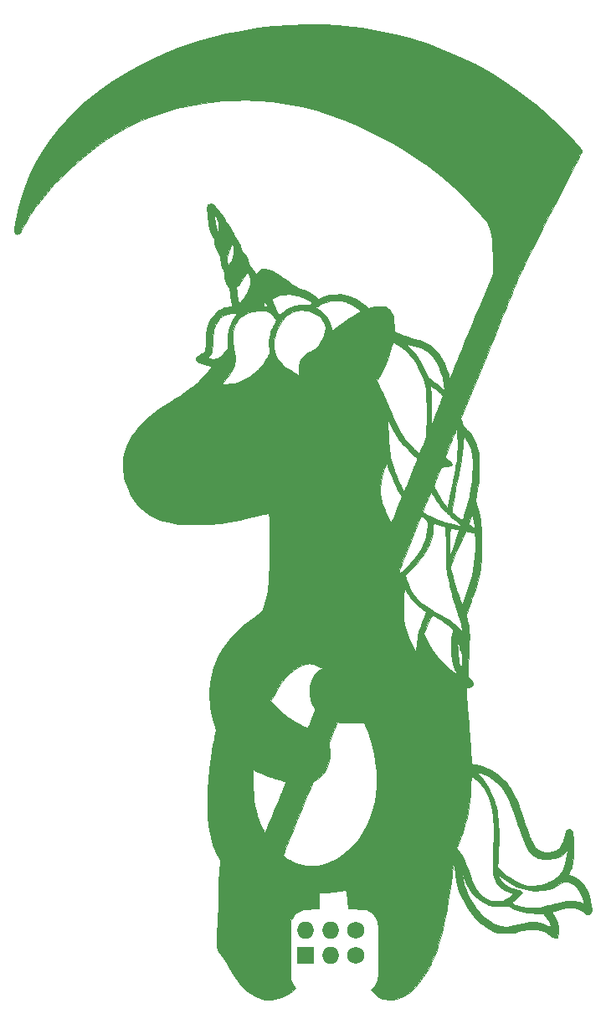
<source format=gbr>
G04 #@! TF.GenerationSoftware,KiCad,Pcbnew,5.1.6-c6e7f7d~87~ubuntu18.04.1*
G04 #@! TF.CreationDate,2020-08-06T21:04:51-07:00*
G04 #@! TF.ProjectId,scythe_badge,73637974-6865-45f6-9261-6467652e6b69,rev?*
G04 #@! TF.SameCoordinates,Original*
G04 #@! TF.FileFunction,Copper,L1,Top*
G04 #@! TF.FilePolarity,Positive*
%FSLAX46Y46*%
G04 Gerber Fmt 4.6, Leading zero omitted, Abs format (unit mm)*
G04 Created by KiCad (PCBNEW 5.1.6-c6e7f7d~87~ubuntu18.04.1) date 2020-08-06 21:04:51*
%MOMM*%
%LPD*%
G01*
G04 APERTURE LIST*
G04 #@! TA.AperFunction,EtchedComponent*
%ADD10C,0.010000*%
G04 #@! TD*
G04 #@! TA.AperFunction,ComponentPad*
%ADD11R,1.727200X1.727200*%
G04 #@! TD*
G04 #@! TA.AperFunction,ComponentPad*
%ADD12O,1.727200X1.727200*%
G04 #@! TD*
G04 #@! TA.AperFunction,ComponentPad*
%ADD13C,1.727200*%
G04 #@! TD*
G04 APERTURE END LIST*
D10*
G36*
X163823431Y-42665830D02*
G01*
X165458759Y-42753109D01*
X166074143Y-42805005D01*
X167806952Y-43008047D01*
X169519372Y-43292694D01*
X171209150Y-43658030D01*
X172874035Y-44103142D01*
X174511776Y-44627115D01*
X176120120Y-45229037D01*
X177696816Y-45907993D01*
X179239612Y-46663069D01*
X180746256Y-47493351D01*
X182214498Y-48397925D01*
X183642084Y-49375878D01*
X185026764Y-50426294D01*
X185206833Y-50570813D01*
X185547952Y-50852413D01*
X185908138Y-51160797D01*
X186282177Y-51490736D01*
X186664854Y-51836997D01*
X187050955Y-52194350D01*
X187435265Y-52557563D01*
X187812569Y-52921405D01*
X188177652Y-53280645D01*
X188525301Y-53630052D01*
X188850300Y-53964394D01*
X189147435Y-54278440D01*
X189411491Y-54566959D01*
X189637254Y-54824719D01*
X189819508Y-55046490D01*
X189953040Y-55227041D01*
X190032635Y-55361139D01*
X190054000Y-55433410D01*
X190031489Y-55535719D01*
X189964185Y-55708912D01*
X189852425Y-55952238D01*
X189696549Y-56264949D01*
X189553042Y-56540500D01*
X189000772Y-57589479D01*
X188458690Y-58626196D01*
X187929102Y-59646043D01*
X187414315Y-60644412D01*
X186916635Y-61616695D01*
X186438370Y-62558286D01*
X185981826Y-63464575D01*
X185549309Y-64330956D01*
X185143127Y-65152821D01*
X184765586Y-65925562D01*
X184418993Y-66644571D01*
X184105654Y-67305241D01*
X183827876Y-67902964D01*
X183587966Y-68433132D01*
X183502502Y-68626667D01*
X183461407Y-68723226D01*
X183390224Y-68893748D01*
X183290779Y-69133774D01*
X183164899Y-69438848D01*
X183014411Y-69804510D01*
X182841142Y-70226303D01*
X182646918Y-70699769D01*
X182433566Y-71220449D01*
X182202913Y-71783885D01*
X181956785Y-72385619D01*
X181697010Y-73021194D01*
X181425413Y-73686150D01*
X181143822Y-74376031D01*
X180854063Y-75086377D01*
X180557963Y-75812730D01*
X180548933Y-75834888D01*
X177827121Y-82513942D01*
X177933765Y-82861200D01*
X177980790Y-83007585D01*
X178026273Y-83120564D01*
X178082876Y-83219020D01*
X178163262Y-83321838D01*
X178280095Y-83447901D01*
X178427454Y-83597427D01*
X178785313Y-84002049D01*
X179079977Y-84436928D01*
X179317758Y-84914107D01*
X179504966Y-85445626D01*
X179607701Y-85849211D01*
X179637305Y-85992888D01*
X179659718Y-86130582D01*
X179675871Y-86277256D01*
X179686696Y-86447873D01*
X179693126Y-86657395D01*
X179696092Y-86920784D01*
X179696528Y-87253003D01*
X179696496Y-87274500D01*
X179692432Y-87714893D01*
X179680472Y-88109723D01*
X179658674Y-88480646D01*
X179625098Y-88849314D01*
X179577804Y-89237382D01*
X179514850Y-89666504D01*
X179442280Y-90111156D01*
X179327908Y-90788812D01*
X179504288Y-91423490D01*
X179625954Y-91888766D01*
X179725215Y-92334353D01*
X179803880Y-92775744D01*
X179863759Y-93228433D01*
X179906663Y-93707911D01*
X179934401Y-94229672D01*
X179948783Y-94809209D01*
X179951871Y-95254334D01*
X179939372Y-96048165D01*
X179897754Y-96781877D01*
X179823520Y-97475207D01*
X179713173Y-98147892D01*
X179563215Y-98819667D01*
X179370150Y-99510270D01*
X179130480Y-100239437D01*
X179007960Y-100581395D01*
X178927683Y-100801318D01*
X178853849Y-101004981D01*
X178793352Y-101173262D01*
X178753089Y-101287044D01*
X178745883Y-101308000D01*
X178709709Y-101409227D01*
X178651719Y-101565425D01*
X178580860Y-101752681D01*
X178527117Y-101892737D01*
X178358554Y-102329307D01*
X178492350Y-102929903D01*
X178554267Y-103215024D01*
X178602840Y-103461715D01*
X178639188Y-103685659D01*
X178664428Y-103902534D01*
X178679680Y-104128020D01*
X178686063Y-104377798D01*
X178684695Y-104667547D01*
X178676695Y-105012947D01*
X178665628Y-105358723D01*
X178649493Y-105812785D01*
X178632554Y-106257335D01*
X178615203Y-106684326D01*
X178597830Y-107085706D01*
X178580825Y-107453428D01*
X178564580Y-107779443D01*
X178549484Y-108055701D01*
X178535929Y-108274152D01*
X178524305Y-108426749D01*
X178515003Y-108505442D01*
X178512500Y-108513835D01*
X178530920Y-108556472D01*
X178596689Y-108644476D01*
X178697941Y-108762702D01*
X178763198Y-108833785D01*
X178886846Y-108974649D01*
X178988143Y-109107135D01*
X179051614Y-109210264D01*
X179063595Y-109241028D01*
X179062649Y-109389588D01*
X178983088Y-109516482D01*
X178828976Y-109618269D01*
X178604379Y-109691512D01*
X178509327Y-109709857D01*
X178398066Y-109733288D01*
X178350277Y-109766476D01*
X178345206Y-109827794D01*
X178348563Y-109852177D01*
X178357002Y-109936632D01*
X178367440Y-110085393D01*
X178378604Y-110278160D01*
X178389220Y-110494635D01*
X178390146Y-110515500D01*
X178399613Y-110686063D01*
X178415828Y-110927284D01*
X178437731Y-111225517D01*
X178464265Y-111567113D01*
X178494370Y-111938426D01*
X178526987Y-112325808D01*
X178559282Y-112695667D01*
X178607532Y-113239811D01*
X178648917Y-113710980D01*
X178684329Y-114120510D01*
X178714659Y-114479737D01*
X178740799Y-114799996D01*
X178763641Y-115092624D01*
X178784075Y-115368956D01*
X178802994Y-115640328D01*
X178821289Y-115918075D01*
X178839851Y-116213534D01*
X178853323Y-116434334D01*
X178871005Y-116711581D01*
X178888585Y-116959768D01*
X178905054Y-117166673D01*
X178919402Y-117320075D01*
X178930620Y-117407751D01*
X178935015Y-117423459D01*
X178983991Y-117441078D01*
X179097188Y-117469806D01*
X179255629Y-117505063D01*
X179373236Y-117529183D01*
X180015460Y-117688805D01*
X180597047Y-117902204D01*
X181126011Y-118173603D01*
X181610367Y-118507228D01*
X182058128Y-118907301D01*
X182132382Y-118983477D01*
X182421650Y-119306814D01*
X182686915Y-119649333D01*
X182932948Y-120020179D01*
X183164518Y-120428500D01*
X183386395Y-120883444D01*
X183603351Y-121394157D01*
X183820153Y-121969786D01*
X184041574Y-122619479D01*
X184063330Y-122686334D01*
X184214380Y-123151045D01*
X184343095Y-123543862D01*
X184452647Y-123873627D01*
X184546207Y-124149177D01*
X184626946Y-124379354D01*
X184698036Y-124572996D01*
X184762647Y-124738946D01*
X184823951Y-124886041D01*
X184885119Y-125023122D01*
X184949322Y-125159029D01*
X184953416Y-125167496D01*
X185156568Y-125542800D01*
X185367808Y-125840081D01*
X185594681Y-126065980D01*
X185844730Y-126227139D01*
X186125499Y-126330198D01*
X186316548Y-126367582D01*
X186714202Y-126383725D01*
X187098534Y-126320010D01*
X187413787Y-126200392D01*
X187665686Y-126043074D01*
X187876536Y-125835891D01*
X188050937Y-125571393D01*
X188193488Y-125242132D01*
X188308787Y-124840660D01*
X188339604Y-124700914D01*
X188386665Y-124495145D01*
X188435681Y-124316534D01*
X188480899Y-124184197D01*
X188514751Y-124119128D01*
X188604394Y-124069046D01*
X188737921Y-124042536D01*
X188876939Y-124043198D01*
X188983055Y-124074634D01*
X188983837Y-124075126D01*
X189056478Y-124165730D01*
X189118134Y-124334843D01*
X189168156Y-124576945D01*
X189205898Y-124886512D01*
X189230712Y-125258022D01*
X189241949Y-125685953D01*
X189238962Y-126164781D01*
X189237346Y-126236586D01*
X189224943Y-126628041D01*
X189206953Y-126951149D01*
X189180603Y-127222184D01*
X189143123Y-127457421D01*
X189091743Y-127673132D01*
X189023690Y-127885591D01*
X188936194Y-128111072D01*
X188905819Y-128183503D01*
X188836497Y-128353997D01*
X188784136Y-128497028D01*
X188755256Y-128593908D01*
X188752292Y-128623711D01*
X188798530Y-128658468D01*
X188900868Y-128699312D01*
X188980526Y-128722554D01*
X189281220Y-128835852D01*
X189588325Y-129017365D01*
X189885534Y-129253748D01*
X190156537Y-129531655D01*
X190385025Y-129837739D01*
X190427416Y-129906600D01*
X190630118Y-130310079D01*
X190800978Y-130775848D01*
X190934730Y-131285809D01*
X191026104Y-131821863D01*
X191050197Y-132046134D01*
X191063225Y-132210496D01*
X191062491Y-132316819D01*
X191042083Y-132391367D01*
X190996090Y-132460403D01*
X190942984Y-132522384D01*
X190843046Y-132620579D01*
X190748504Y-132668974D01*
X190645119Y-132665191D01*
X190518653Y-132606848D01*
X190354868Y-132491565D01*
X190247497Y-132406103D01*
X189975328Y-132219731D01*
X189678161Y-132087092D01*
X189349086Y-132007767D01*
X188981193Y-131981335D01*
X188567575Y-132007376D01*
X188101320Y-132085469D01*
X187575521Y-132215196D01*
X187492833Y-132238581D01*
X187322716Y-132289635D01*
X187183665Y-132335530D01*
X187095811Y-132369421D01*
X187077152Y-132379925D01*
X187080971Y-132428600D01*
X187122699Y-132528143D01*
X187193725Y-132658680D01*
X187208780Y-132683649D01*
X187429041Y-133089219D01*
X187579865Y-133480462D01*
X187668008Y-133879969D01*
X187700224Y-134310333D01*
X187700440Y-134328000D01*
X187690878Y-134619695D01*
X187653064Y-134834993D01*
X187583316Y-134975401D01*
X187477949Y-135042426D01*
X187333279Y-135037574D01*
X187145622Y-134962354D01*
X186911294Y-134818270D01*
X186762896Y-134711496D01*
X186579862Y-134582492D01*
X186393897Y-134464617D01*
X186230255Y-134373240D01*
X186139553Y-134332155D01*
X185892350Y-134261573D01*
X185586826Y-134208587D01*
X185248017Y-134175961D01*
X184900958Y-134166460D01*
X184698833Y-134173031D01*
X184532008Y-134184010D01*
X184390080Y-134197965D01*
X184254938Y-134218681D01*
X184108471Y-134249941D01*
X183932569Y-134295531D01*
X183709121Y-134359236D01*
X183471462Y-134429505D01*
X183308947Y-134475191D01*
X183165880Y-134506894D01*
X183019782Y-134527160D01*
X182848174Y-134538537D01*
X182628577Y-134543571D01*
X182455368Y-134544633D01*
X182088596Y-134538949D01*
X181785033Y-134517022D01*
X181524114Y-134474885D01*
X181285276Y-134408570D01*
X181047955Y-134314109D01*
X180903651Y-134245237D01*
X180506698Y-134024677D01*
X180138173Y-133771374D01*
X179783564Y-133473245D01*
X179428363Y-133118209D01*
X179096572Y-132740500D01*
X178596701Y-132086770D01*
X178177725Y-131416383D01*
X177837125Y-130722976D01*
X177572382Y-130000183D01*
X177380979Y-129241641D01*
X177286392Y-128613582D01*
X177990636Y-128613582D01*
X177994447Y-128710947D01*
X178012728Y-128859136D01*
X178042669Y-129042440D01*
X178081463Y-129245146D01*
X178126301Y-129451541D01*
X178174375Y-129645914D01*
X178222877Y-129812553D01*
X178225140Y-129819500D01*
X178382061Y-130229968D01*
X178591829Y-130675366D01*
X178842776Y-131135796D01*
X179123233Y-131591358D01*
X179421533Y-132022153D01*
X179726007Y-132408281D01*
X179779358Y-132470124D01*
X180205225Y-132904255D01*
X180659685Y-133268653D01*
X181136155Y-133558878D01*
X181628051Y-133770488D01*
X181777833Y-133818033D01*
X182016238Y-133871320D01*
X182269740Y-133893440D01*
X182551151Y-133883387D01*
X182873281Y-133840156D01*
X183248942Y-133762739D01*
X183598167Y-133675107D01*
X184055758Y-133560036D01*
X184451803Y-133477980D01*
X184802990Y-133429579D01*
X185126005Y-133415476D01*
X185437537Y-133436310D01*
X185754271Y-133492724D01*
X186092897Y-133585358D01*
X186470100Y-133714854D01*
X186677917Y-133793445D01*
X186825187Y-133849403D01*
X186910487Y-133875917D01*
X186950736Y-133874280D01*
X186962857Y-133845781D01*
X186963667Y-133815244D01*
X186938470Y-133706863D01*
X186869652Y-133550707D01*
X186767374Y-133364392D01*
X186641795Y-133165535D01*
X186503074Y-132971754D01*
X186411575Y-132857927D01*
X186160103Y-132561388D01*
X185492968Y-132532715D01*
X184993446Y-132504858D01*
X184564303Y-132465473D01*
X184191655Y-132411301D01*
X183861621Y-132339082D01*
X183560316Y-132245556D01*
X183273858Y-132127464D01*
X182988364Y-131981547D01*
X182878500Y-131918860D01*
X182624500Y-131770292D01*
X181714333Y-131768563D01*
X181412737Y-131767617D01*
X181182067Y-131765203D01*
X181008583Y-131760003D01*
X180878544Y-131750703D01*
X180778210Y-131735987D01*
X180693841Y-131714540D01*
X180611696Y-131685046D01*
X180542041Y-131656331D01*
X180223502Y-131499708D01*
X179881123Y-131292186D01*
X179541635Y-131050773D01*
X179357258Y-130902491D01*
X179068559Y-130614661D01*
X178794499Y-130254937D01*
X178542702Y-129835803D01*
X178320791Y-129369741D01*
X178160257Y-128942695D01*
X178103757Y-128784592D01*
X178052041Y-128660897D01*
X178013571Y-128591111D01*
X178004101Y-128582756D01*
X177990636Y-128613582D01*
X177286392Y-128613582D01*
X177260398Y-128440983D01*
X177225132Y-128010624D01*
X177210456Y-127779878D01*
X177196327Y-127580738D01*
X177183891Y-127427674D01*
X177174291Y-127335155D01*
X177170074Y-127314296D01*
X177155196Y-127346619D01*
X177129703Y-127462058D01*
X177093737Y-127659749D01*
X177047441Y-127938827D01*
X176990956Y-128298429D01*
X176924424Y-128737689D01*
X176847988Y-129255743D01*
X176824462Y-129417334D01*
X176679963Y-130388185D01*
X176539428Y-131280365D01*
X176401423Y-132099697D01*
X176264518Y-132852006D01*
X176127278Y-133543115D01*
X175988272Y-134178848D01*
X175846067Y-134765027D01*
X175699231Y-135307477D01*
X175546330Y-135812022D01*
X175385933Y-136284484D01*
X175216606Y-136730688D01*
X175036917Y-137156457D01*
X174845434Y-137567614D01*
X174793793Y-137672334D01*
X174406875Y-138393476D01*
X174005333Y-139035012D01*
X173589806Y-139596437D01*
X173160932Y-140077247D01*
X172719352Y-140476939D01*
X172265705Y-140795007D01*
X171800630Y-141030949D01*
X171324767Y-141184261D01*
X170838754Y-141254438D01*
X170343232Y-141240977D01*
X170276080Y-141232783D01*
X169969159Y-141171836D01*
X169694342Y-141069817D01*
X169431242Y-140916239D01*
X169159472Y-140700614D01*
X169053619Y-140603931D01*
X168708998Y-140279736D01*
X168878866Y-140129618D01*
X169139329Y-139845108D01*
X169328034Y-139516180D01*
X169395788Y-139333062D01*
X169412700Y-139275167D01*
X169427186Y-139214780D01*
X169439434Y-139145197D01*
X169449631Y-139059716D01*
X169457965Y-138951636D01*
X169464621Y-138814253D01*
X169469788Y-138640865D01*
X169473653Y-138424770D01*
X169476403Y-138159266D01*
X169478225Y-137837651D01*
X169479306Y-137453222D01*
X169479834Y-136999277D01*
X169479995Y-136469113D01*
X169480000Y-136317667D01*
X169479901Y-135766420D01*
X169479479Y-135293147D01*
X169478549Y-134891153D01*
X169476925Y-134553744D01*
X169474422Y-134274228D01*
X169470853Y-134045910D01*
X169466032Y-133862097D01*
X169459774Y-133716094D01*
X169451893Y-133601210D01*
X169442203Y-133510749D01*
X169430518Y-133438018D01*
X169416653Y-133376324D01*
X169400422Y-133318974D01*
X169396391Y-133305876D01*
X169244203Y-132949651D01*
X169027023Y-132647158D01*
X168747750Y-132401537D01*
X168409285Y-132215932D01*
X168379333Y-132203608D01*
X168289074Y-132170550D01*
X168195812Y-132145645D01*
X168084985Y-132127387D01*
X167942030Y-132114270D01*
X167752382Y-132104789D01*
X167501480Y-132097440D01*
X167312947Y-132093376D01*
X166479395Y-132076752D01*
X166457744Y-131964126D01*
X166446579Y-131888537D01*
X166428090Y-131743535D01*
X166404050Y-131543886D01*
X166376229Y-131304354D01*
X166346400Y-131039703D01*
X166341331Y-130993952D01*
X166308096Y-130700803D01*
X166280873Y-130482106D01*
X166257773Y-130328015D01*
X166236907Y-130228684D01*
X166216386Y-130174268D01*
X166194322Y-130154920D01*
X166180534Y-130155749D01*
X165986134Y-130202779D01*
X165726895Y-130251185D01*
X165422561Y-130298514D01*
X165092873Y-130342313D01*
X164757573Y-130380130D01*
X164436404Y-130409512D01*
X164149107Y-130428006D01*
X163946181Y-130433334D01*
X163511000Y-130433334D01*
X163511000Y-132076542D01*
X161876478Y-132105500D01*
X161554057Y-132264923D01*
X161224032Y-132471570D01*
X160955464Y-132735959D01*
X160744815Y-133061641D01*
X160729500Y-133092197D01*
X160611167Y-133333167D01*
X160599444Y-136229365D01*
X160597220Y-136795648D01*
X160595566Y-137283718D01*
X160594635Y-137700028D01*
X160594579Y-138051031D01*
X160595550Y-138343179D01*
X160597699Y-138582925D01*
X160601178Y-138776722D01*
X160606139Y-138931023D01*
X160612735Y-139052281D01*
X160621116Y-139146947D01*
X160631436Y-139221475D01*
X160643845Y-139282318D01*
X160658495Y-139335929D01*
X160673680Y-139383198D01*
X160749352Y-139561802D01*
X160854695Y-139753136D01*
X160935321Y-139872533D01*
X161111003Y-140104232D01*
X160828335Y-140362971D01*
X160538855Y-140597035D01*
X160211710Y-140810212D01*
X159878811Y-140982991D01*
X159690282Y-141058904D01*
X159377759Y-141148329D01*
X159029626Y-141213687D01*
X158669004Y-141253232D01*
X158319019Y-141265214D01*
X158002794Y-141247886D01*
X157762021Y-141204678D01*
X157279273Y-141040785D01*
X156820945Y-140814018D01*
X156383701Y-140521201D01*
X155964205Y-140159162D01*
X155559120Y-139724726D01*
X155165112Y-139214719D01*
X154778842Y-138625966D01*
X154449805Y-138053334D01*
X154259302Y-137713206D01*
X154088239Y-137432331D01*
X153924005Y-137191592D01*
X153753987Y-136971878D01*
X153671759Y-136874225D01*
X153482512Y-136635741D01*
X153349351Y-136417104D01*
X153258178Y-136190804D01*
X153199278Y-135952274D01*
X153164741Y-135705077D01*
X153142691Y-135398261D01*
X153133105Y-135055946D01*
X153135962Y-134702251D01*
X153151241Y-134361294D01*
X153178921Y-134057196D01*
X153201089Y-133904667D01*
X153217853Y-133791402D01*
X153232712Y-133652207D01*
X153245958Y-133479919D01*
X153257885Y-133267370D01*
X153268785Y-133007395D01*
X153278949Y-132692828D01*
X153288671Y-132316504D01*
X153298243Y-131871258D01*
X153307956Y-131349923D01*
X153309911Y-131237667D01*
X153320366Y-130659909D01*
X153330682Y-130157564D01*
X153341291Y-129721381D01*
X153352623Y-129342108D01*
X153365110Y-129010493D01*
X153379181Y-128717285D01*
X153395269Y-128453232D01*
X153413802Y-128209082D01*
X153435214Y-127975584D01*
X153459933Y-127743486D01*
X153480969Y-127564222D01*
X153533160Y-127133597D01*
X153315210Y-126778192D01*
X153280593Y-126713602D01*
X159877329Y-126713602D01*
X159883639Y-126736999D01*
X159894783Y-126753875D01*
X159897488Y-126756951D01*
X159975328Y-126820293D01*
X160113196Y-126910638D01*
X160294588Y-127018773D01*
X160503002Y-127135483D01*
X160721937Y-127251555D01*
X160934889Y-127357774D01*
X161125356Y-127444927D01*
X161143520Y-127452656D01*
X161454486Y-127564623D01*
X161814414Y-127662413D01*
X162187720Y-127736398D01*
X162198667Y-127738135D01*
X162392146Y-127755799D01*
X162639652Y-127760038D01*
X162911763Y-127751744D01*
X163179059Y-127731807D01*
X163410205Y-127701449D01*
X164043036Y-127553942D01*
X164652730Y-127332814D01*
X165243164Y-127035848D01*
X165818212Y-126660827D01*
X166381750Y-126205535D01*
X166687755Y-125910979D01*
X177396333Y-125910979D01*
X177421758Y-125958356D01*
X177489653Y-126052952D01*
X177587447Y-126177650D01*
X177632747Y-126232879D01*
X177819842Y-126493094D01*
X178015440Y-126831980D01*
X178217037Y-127244258D01*
X178422127Y-127724650D01*
X178628204Y-128267879D01*
X178712272Y-128507167D01*
X178810359Y-128787935D01*
X178908682Y-129061246D01*
X179000877Y-129310010D01*
X179080583Y-129517133D01*
X179141440Y-129665526D01*
X179153446Y-129692500D01*
X179373837Y-130085436D01*
X179656640Y-130448537D01*
X179986687Y-130765931D01*
X180348810Y-131021745D01*
X180503790Y-131105518D01*
X180690793Y-131191311D01*
X180858773Y-131250441D01*
X181032109Y-131287764D01*
X181235182Y-131308136D01*
X181492372Y-131316415D01*
X181566167Y-131317151D01*
X181795134Y-131315560D01*
X181961243Y-131305221D01*
X182086079Y-131283517D01*
X182191228Y-131247831D01*
X182211600Y-131238874D01*
X182358381Y-131162077D01*
X182524713Y-131059156D01*
X182695214Y-130941724D01*
X182854506Y-130821397D01*
X182987210Y-130709789D01*
X183077945Y-130618514D01*
X183111333Y-130559411D01*
X183074253Y-130531257D01*
X182974956Y-130483913D01*
X182831355Y-130425524D01*
X182752104Y-130396023D01*
X182452358Y-130280830D01*
X182214934Y-130172173D01*
X182019373Y-130058822D01*
X181845215Y-129929548D01*
X181748491Y-129845174D01*
X181507483Y-129572428D01*
X181313838Y-129236380D01*
X181164684Y-128831956D01*
X181154344Y-128795624D01*
X181148884Y-128774709D01*
X181678724Y-128774709D01*
X181715293Y-128888042D01*
X181788364Y-129034140D01*
X181888389Y-129197458D01*
X182005820Y-129362451D01*
X182131112Y-129513573D01*
X182254716Y-129635278D01*
X182258724Y-129638670D01*
X182370663Y-129718086D01*
X182523945Y-129808675D01*
X182657817Y-129877363D01*
X182764406Y-129925359D01*
X182871038Y-129966777D01*
X182992973Y-130005922D01*
X183145471Y-130047103D01*
X183343791Y-130094626D01*
X183603193Y-130152798D01*
X183738929Y-130182510D01*
X183915447Y-130239693D01*
X184010798Y-130318155D01*
X184026399Y-130420513D01*
X183963666Y-130549381D01*
X183948678Y-130569733D01*
X183821271Y-130720370D01*
X183653035Y-130897205D01*
X183468522Y-131076263D01*
X183292283Y-131233570D01*
X183169182Y-131330938D01*
X183071572Y-131410141D01*
X183015459Y-131473842D01*
X183009837Y-131498685D01*
X183067282Y-131545279D01*
X183183474Y-131610193D01*
X183337387Y-131683372D01*
X183508000Y-131754761D01*
X183660246Y-131809759D01*
X184030095Y-131902441D01*
X184456327Y-131960947D01*
X184917613Y-131984708D01*
X185392624Y-131973153D01*
X185860033Y-131925714D01*
X186146192Y-131876083D01*
X186379474Y-131823105D01*
X186650696Y-131753839D01*
X186917664Y-131679334D01*
X187048333Y-131639834D01*
X187484902Y-131511185D01*
X187868154Y-131417731D01*
X188219913Y-131355654D01*
X188562006Y-131321138D01*
X188916258Y-131310365D01*
X188932167Y-131310376D01*
X189189170Y-131314091D01*
X189399519Y-131327217D01*
X189591129Y-131354333D01*
X189791914Y-131400020D01*
X190029791Y-131468860D01*
X190173408Y-131514047D01*
X190235417Y-131528306D01*
X190257753Y-131503809D01*
X190250597Y-131421359D01*
X190243971Y-131380970D01*
X190148996Y-130993923D01*
X190000904Y-130619016D01*
X189808845Y-130270299D01*
X189581966Y-129961823D01*
X189329415Y-129707637D01*
X189060339Y-129521792D01*
X189020038Y-129501128D01*
X188732948Y-129381004D01*
X188482517Y-129326346D01*
X188250444Y-129338219D01*
X188018426Y-129417688D01*
X187768159Y-129565816D01*
X187755350Y-129574687D01*
X187383954Y-129811234D01*
X187029081Y-129986035D01*
X186663454Y-130109187D01*
X186259796Y-130190786D01*
X186005866Y-130222206D01*
X185376634Y-130244257D01*
X184744051Y-130185027D01*
X184116221Y-130047125D01*
X183501246Y-129833158D01*
X182907228Y-129545734D01*
X182342271Y-129187461D01*
X182020505Y-128939482D01*
X181885329Y-128832125D01*
X181774840Y-128752661D01*
X181704438Y-128711739D01*
X181688203Y-128709686D01*
X181678724Y-128774709D01*
X181148884Y-128774709D01*
X181124130Y-128679898D01*
X181101349Y-128568899D01*
X181085024Y-128448375D01*
X181074178Y-128304068D01*
X181067836Y-128121725D01*
X181065021Y-127887091D01*
X181064757Y-127585910D01*
X181064997Y-127491167D01*
X181068166Y-127166151D01*
X181075319Y-126826938D01*
X181085690Y-126497168D01*
X181098511Y-126200482D01*
X181113016Y-125960520D01*
X181115774Y-125924834D01*
X181137397Y-125585392D01*
X181152392Y-125197320D01*
X181160848Y-124778879D01*
X181162855Y-124348330D01*
X181158501Y-123923935D01*
X181147877Y-123523956D01*
X181131072Y-123166654D01*
X181108175Y-122870291D01*
X181100470Y-122798880D01*
X180992639Y-122072994D01*
X180846537Y-121419865D01*
X180660322Y-120835824D01*
X180432153Y-120317199D01*
X180160186Y-119860319D01*
X179842580Y-119461512D01*
X179477493Y-119117109D01*
X179124939Y-118862147D01*
X178885045Y-118708905D01*
X178861229Y-119014869D01*
X178849882Y-119180885D01*
X178836972Y-119401730D01*
X178824147Y-119647629D01*
X178813809Y-119871167D01*
X178776840Y-120466282D01*
X178717245Y-121089676D01*
X178638218Y-121718392D01*
X178542955Y-122329477D01*
X178434650Y-122899974D01*
X178327716Y-123363475D01*
X178259398Y-123607355D01*
X178167100Y-123903183D01*
X178058302Y-124229761D01*
X177940487Y-124565890D01*
X177821137Y-124890372D01*
X177707735Y-125182010D01*
X177607762Y-125419606D01*
X177582088Y-125475934D01*
X177504788Y-125644862D01*
X177443229Y-125785864D01*
X177405053Y-125881042D01*
X177396333Y-125910979D01*
X166687755Y-125910979D01*
X166904293Y-125702543D01*
X167432255Y-125093754D01*
X167899256Y-124427756D01*
X168303990Y-123707416D01*
X168645155Y-122935604D01*
X168921446Y-122115189D01*
X169131558Y-121249040D01*
X169248224Y-120546828D01*
X169276766Y-120269059D01*
X169297950Y-119928101D01*
X169311594Y-119545130D01*
X169317512Y-119141320D01*
X169315522Y-118737843D01*
X169305440Y-118355876D01*
X169300007Y-118255460D01*
X179357763Y-118255460D01*
X179369607Y-118295703D01*
X179433014Y-118361246D01*
X179453620Y-118377965D01*
X179821294Y-118709645D01*
X180169951Y-119115295D01*
X180493255Y-119585170D01*
X180784869Y-120109528D01*
X181038454Y-120678626D01*
X181154562Y-120993000D01*
X181286910Y-121405763D01*
X181397733Y-121816710D01*
X181487978Y-122235692D01*
X181558593Y-122672556D01*
X181610527Y-123137151D01*
X181644727Y-123639325D01*
X181662144Y-124188928D01*
X181663724Y-124795807D01*
X181650415Y-125469813D01*
X181633514Y-125967167D01*
X181620010Y-126303874D01*
X181606135Y-126628180D01*
X181592548Y-126926184D01*
X181579911Y-127183985D01*
X181568884Y-127387683D01*
X181560128Y-127523376D01*
X181558744Y-127540702D01*
X181533148Y-127844237D01*
X181930657Y-128242743D01*
X182109001Y-128414822D01*
X182296756Y-128584798D01*
X182471019Y-128732539D01*
X182603333Y-128834045D01*
X182928853Y-129046026D01*
X183280381Y-129246937D01*
X183636784Y-129426322D01*
X183976929Y-129573725D01*
X184279684Y-129678690D01*
X184348137Y-129697351D01*
X184522056Y-129724835D01*
X184756188Y-129738517D01*
X185027320Y-129739033D01*
X185312239Y-129727024D01*
X185587733Y-129703127D01*
X185830588Y-129667981D01*
X185896256Y-129654762D01*
X186183574Y-129579075D01*
X186494079Y-129475996D01*
X186798152Y-129356780D01*
X187066175Y-129232685D01*
X187198621Y-129159814D01*
X187540034Y-128906985D01*
X187839866Y-128586535D01*
X188091043Y-128208161D01*
X188286487Y-127781558D01*
X188354547Y-127575834D01*
X188394219Y-127424844D01*
X188439538Y-127227584D01*
X188486581Y-127004339D01*
X188531425Y-126775391D01*
X188570148Y-126561025D01*
X188598828Y-126381524D01*
X188613542Y-126257171D01*
X188614667Y-126230682D01*
X188602324Y-126199972D01*
X188558654Y-126214618D01*
X188473691Y-126280309D01*
X188377034Y-126366354D01*
X188112029Y-126594587D01*
X187872397Y-126764341D01*
X187636393Y-126884451D01*
X187382274Y-126963753D01*
X187088297Y-127011083D01*
X186732718Y-127035276D01*
X186730688Y-127035356D01*
X186399201Y-127041683D01*
X186129218Y-127029334D01*
X185898966Y-126994907D01*
X185686671Y-126935000D01*
X185470560Y-126846210D01*
X185445671Y-126834558D01*
X185255088Y-126731174D01*
X185078595Y-126605010D01*
X184912901Y-126450101D01*
X184754714Y-126260484D01*
X184600744Y-126030193D01*
X184447701Y-125753264D01*
X184292293Y-125423734D01*
X184131230Y-125035637D01*
X183961222Y-124583010D01*
X183778976Y-124059889D01*
X183581203Y-123460308D01*
X183577337Y-123448334D01*
X183393604Y-122890161D01*
X183224996Y-122402566D01*
X183066994Y-121973768D01*
X182915080Y-121591988D01*
X182764738Y-121245446D01*
X182611447Y-120922362D01*
X182598677Y-120896686D01*
X182270163Y-120305291D01*
X181913108Y-119791977D01*
X181525115Y-119354295D01*
X181103787Y-118989798D01*
X180646724Y-118696036D01*
X180267027Y-118515723D01*
X180050317Y-118431968D01*
X179838662Y-118358908D01*
X179647695Y-118301016D01*
X179493045Y-118262767D01*
X179390345Y-118248634D01*
X179357763Y-118255460D01*
X169300007Y-118255460D01*
X169287083Y-118016591D01*
X169271695Y-117839167D01*
X169151605Y-116964513D01*
X168972373Y-116062198D01*
X168740537Y-115157992D01*
X168462635Y-114277661D01*
X168176103Y-113521167D01*
X168053786Y-113224834D01*
X167634476Y-113246000D01*
X167324455Y-113257913D01*
X166984760Y-113264633D01*
X166636201Y-113266284D01*
X166299585Y-113262990D01*
X165995724Y-113254877D01*
X165745427Y-113242068D01*
X165648833Y-113234135D01*
X165310167Y-113201102D01*
X164892033Y-114227815D01*
X164473900Y-115254528D01*
X164543064Y-115615514D01*
X164606441Y-116147390D01*
X164593435Y-116667317D01*
X164507028Y-117167634D01*
X164350202Y-117640682D01*
X164125940Y-118078801D01*
X163837222Y-118474331D01*
X163487032Y-118819612D01*
X163217637Y-119020256D01*
X163074686Y-119118936D01*
X162952981Y-119210420D01*
X162875937Y-119276982D01*
X162869742Y-119283650D01*
X162843950Y-119333681D01*
X162788708Y-119456583D01*
X162706356Y-119646756D01*
X162599230Y-119898598D01*
X162469668Y-120206506D01*
X162320008Y-120564881D01*
X162152589Y-120968120D01*
X161969747Y-121410622D01*
X161773820Y-121886786D01*
X161567147Y-122391009D01*
X161352065Y-122917691D01*
X161311030Y-123018394D01*
X161059456Y-123636132D01*
X160838076Y-124180277D01*
X160645079Y-124655620D01*
X160478654Y-125066951D01*
X160336989Y-125419061D01*
X160218273Y-125716741D01*
X160120694Y-125964782D01*
X160042441Y-126167975D01*
X159981703Y-126331110D01*
X159936667Y-126458978D01*
X159905524Y-126556371D01*
X159886460Y-126628078D01*
X159877666Y-126678892D01*
X159877329Y-126713602D01*
X153280593Y-126713602D01*
X153016867Y-126221544D01*
X152760968Y-125593580D01*
X152547243Y-124893523D01*
X152375422Y-124120598D01*
X152357058Y-124019834D01*
X152317156Y-123734318D01*
X152284758Y-123375985D01*
X152259785Y-122956343D01*
X152242160Y-122486901D01*
X152231806Y-121979167D01*
X152228643Y-121444650D01*
X152232596Y-120894860D01*
X152243585Y-120341304D01*
X152261534Y-119795491D01*
X152286364Y-119268931D01*
X152314997Y-118820146D01*
X156812776Y-118820146D01*
X156814453Y-119107223D01*
X156818489Y-119409431D01*
X156824778Y-119715189D01*
X156833215Y-120012915D01*
X156843692Y-120291031D01*
X156856105Y-120537954D01*
X156868241Y-120716467D01*
X156918165Y-121134102D01*
X157002831Y-121604143D01*
X157116537Y-122104613D01*
X157253583Y-122613535D01*
X157408267Y-123108930D01*
X157574889Y-123568823D01*
X157665034Y-123788210D01*
X157777477Y-124040171D01*
X157866983Y-124217827D01*
X157938220Y-124326912D01*
X157995856Y-124373162D01*
X158044559Y-124362313D01*
X158086150Y-124305584D01*
X158108755Y-124253953D01*
X158159735Y-124132210D01*
X158235683Y-123948718D01*
X158333193Y-123711840D01*
X158448859Y-123429940D01*
X158579274Y-123111380D01*
X158721032Y-122764524D01*
X158870726Y-122397735D01*
X159024951Y-122019376D01*
X159180299Y-121637810D01*
X159333364Y-121261401D01*
X159480741Y-120898512D01*
X159619022Y-120557506D01*
X159744801Y-120246746D01*
X159854672Y-119974596D01*
X159945228Y-119749418D01*
X160013063Y-119579577D01*
X160054771Y-119473434D01*
X160061234Y-119456452D01*
X160102409Y-119318842D01*
X160106785Y-119230953D01*
X160098237Y-119214304D01*
X160044797Y-119190018D01*
X159925283Y-119150476D01*
X159755850Y-119100598D01*
X159552653Y-119045303D01*
X159488485Y-119028639D01*
X159070783Y-118915545D01*
X158697923Y-118800375D01*
X158341315Y-118672836D01*
X157972371Y-118522635D01*
X157562501Y-118339477D01*
X157520833Y-118320192D01*
X157305932Y-118221125D01*
X157116899Y-118135197D01*
X156967494Y-118068566D01*
X156871477Y-118027391D01*
X156843500Y-118017032D01*
X156831787Y-118054750D01*
X156822965Y-118165501D01*
X156816926Y-118337704D01*
X156813565Y-118559779D01*
X156812776Y-118820146D01*
X152314997Y-118820146D01*
X152317997Y-118773132D01*
X152356357Y-118319602D01*
X152398107Y-117945000D01*
X152474576Y-117384162D01*
X152564825Y-116782181D01*
X152664399Y-116166021D01*
X152768839Y-115562644D01*
X152873687Y-114999014D01*
X152940477Y-114664167D01*
X153079997Y-113986834D01*
X152900240Y-113435776D01*
X152671472Y-112610208D01*
X152517416Y-111771302D01*
X152453308Y-111092787D01*
X158548875Y-111092787D01*
X158960393Y-111479011D01*
X159445156Y-111924058D01*
X159887453Y-112308342D01*
X160296066Y-112638498D01*
X160679773Y-112921160D01*
X161047355Y-113162962D01*
X161407592Y-113370539D01*
X161584833Y-113462140D01*
X161831186Y-113580511D01*
X162035428Y-113669919D01*
X162187420Y-113726254D01*
X162277026Y-113745406D01*
X162282716Y-113745057D01*
X162321547Y-113733825D01*
X162359888Y-113702953D01*
X162403161Y-113642423D01*
X162456791Y-113542220D01*
X162526199Y-113392327D01*
X162616810Y-113182727D01*
X162719376Y-112938582D01*
X162822116Y-112688311D01*
X162914174Y-112456362D01*
X162990098Y-112257090D01*
X163044440Y-112104855D01*
X163071747Y-112014011D01*
X163073149Y-112006725D01*
X163075240Y-111909073D01*
X163041429Y-111806201D01*
X162962204Y-111671357D01*
X162944345Y-111644533D01*
X162762464Y-111304265D01*
X162635995Y-110905248D01*
X162564161Y-110444677D01*
X162549556Y-110219167D01*
X162559010Y-109712504D01*
X162631294Y-109260884D01*
X162767952Y-108860939D01*
X162970525Y-108509298D01*
X163240556Y-108202592D01*
X163579585Y-107937453D01*
X163599737Y-107924349D01*
X163721293Y-107839850D01*
X163806014Y-107769012D01*
X163836605Y-107726406D01*
X163836323Y-107725007D01*
X163790058Y-107687316D01*
X163680381Y-107632182D01*
X163525047Y-107566253D01*
X163341811Y-107496180D01*
X163148428Y-107428612D01*
X162962652Y-107370197D01*
X162802239Y-107327585D01*
X162741864Y-107315123D01*
X162512924Y-107287101D01*
X162315719Y-107295506D01*
X162232882Y-107309536D01*
X161793425Y-107436284D01*
X161362324Y-107638682D01*
X160938231Y-107918017D01*
X160519797Y-108275575D01*
X160105675Y-108712643D01*
X159694518Y-109230508D01*
X159284977Y-109830456D01*
X158875705Y-110513773D01*
X158874738Y-110515486D01*
X158548875Y-111092787D01*
X152453308Y-111092787D01*
X152437643Y-110926991D01*
X152431725Y-110085208D01*
X152499234Y-109253885D01*
X152639742Y-108440954D01*
X152852820Y-107654348D01*
X153138041Y-106902000D01*
X153268129Y-106620834D01*
X153660796Y-105909327D01*
X154135573Y-105216471D01*
X154691834Y-104542933D01*
X155328954Y-103889378D01*
X156046307Y-103256472D01*
X156843268Y-102644884D01*
X157288000Y-102336135D01*
X157732500Y-102037655D01*
X157890384Y-101577578D01*
X157896944Y-101557614D01*
X172002934Y-101557614D01*
X172005770Y-101901092D01*
X172013048Y-102224604D01*
X172024774Y-102510730D01*
X172040960Y-102742051D01*
X172053645Y-102853167D01*
X172141381Y-103318180D01*
X172273641Y-103822204D01*
X172441771Y-104338368D01*
X172637115Y-104839801D01*
X172824914Y-105248046D01*
X172941348Y-105476970D01*
X173052522Y-105688488D01*
X173151873Y-105870806D01*
X173232837Y-106012129D01*
X173288851Y-106100664D01*
X173312976Y-106125135D01*
X173320812Y-106080516D01*
X173333428Y-105966721D01*
X173349325Y-105799009D01*
X173367003Y-105592637D01*
X173374564Y-105498530D01*
X173410169Y-105098261D01*
X173451971Y-104749766D01*
X173504700Y-104434313D01*
X173549997Y-104234849D01*
X174083319Y-104234849D01*
X174259818Y-104648200D01*
X174598089Y-105336545D01*
X175015202Y-106005165D01*
X175506458Y-106648095D01*
X176067158Y-107259368D01*
X176692602Y-107833019D01*
X176906734Y-108008532D01*
X177110396Y-108169157D01*
X177257325Y-108280208D01*
X177355404Y-108346821D01*
X177412516Y-108374131D01*
X177436543Y-108367275D01*
X177438667Y-108355093D01*
X177421230Y-108307552D01*
X177376510Y-108210012D01*
X177338731Y-108132843D01*
X177276265Y-107993206D01*
X177203824Y-107809339D01*
X177135830Y-107618090D01*
X177128035Y-107594500D01*
X176944055Y-106903812D01*
X176844170Y-106211927D01*
X176828212Y-105515267D01*
X176839310Y-105399859D01*
X177498288Y-105399859D01*
X177502900Y-105651002D01*
X177516067Y-105954329D01*
X177520172Y-106028167D01*
X177553872Y-106471919D01*
X177600273Y-106841045D01*
X177661140Y-107144875D01*
X177738239Y-107392742D01*
X177807358Y-107546732D01*
X177876566Y-107679167D01*
X177915307Y-107532012D01*
X177928316Y-107436714D01*
X177937269Y-107276799D01*
X177941543Y-107072250D01*
X177940517Y-106843046D01*
X177939024Y-106770012D01*
X177932256Y-106527427D01*
X177923984Y-106353145D01*
X177911573Y-106230813D01*
X177892384Y-106144073D01*
X177863780Y-106076572D01*
X177823125Y-106011954D01*
X177814898Y-106000183D01*
X177752473Y-105892467D01*
X177712587Y-105767321D01*
X177687516Y-105596713D01*
X177679994Y-105510596D01*
X177661133Y-105332607D01*
X177635219Y-105172278D01*
X177607456Y-105061013D01*
X177603964Y-105051746D01*
X177553737Y-104927500D01*
X177514971Y-105096834D01*
X177502293Y-105211577D01*
X177498288Y-105399859D01*
X176839310Y-105399859D01*
X176896012Y-104810255D01*
X176976772Y-104381992D01*
X177021665Y-104146951D01*
X177031184Y-103969638D01*
X176998548Y-103828087D01*
X176916978Y-103700335D01*
X176779693Y-103564415D01*
X176704593Y-103500280D01*
X176547188Y-103377158D01*
X176351450Y-103236511D01*
X176130000Y-103086122D01*
X175895457Y-102933774D01*
X175660444Y-102787252D01*
X175437581Y-102654338D01*
X175239489Y-102542816D01*
X175078790Y-102460468D01*
X174968103Y-102415079D01*
X174934503Y-102408667D01*
X174890540Y-102446293D01*
X174821315Y-102551831D01*
X174732224Y-102714269D01*
X174628660Y-102922598D01*
X174516018Y-103165807D01*
X174399690Y-103432884D01*
X174285072Y-103712820D01*
X174243512Y-103819175D01*
X174083319Y-104234849D01*
X173549997Y-104234849D01*
X173573087Y-104133173D01*
X173661860Y-103827615D01*
X173775750Y-103498910D01*
X173919486Y-103128327D01*
X174058127Y-102791547D01*
X174351405Y-102091167D01*
X174229763Y-101985334D01*
X174134132Y-101907866D01*
X173997399Y-101803985D01*
X173848143Y-101695373D01*
X173839160Y-101689000D01*
X173476527Y-101400780D01*
X173125200Y-101062779D01*
X172802683Y-100694829D01*
X172526480Y-100316766D01*
X172328402Y-99977213D01*
X172251887Y-99833531D01*
X172195324Y-99755799D01*
X172152821Y-99747750D01*
X172118488Y-99813116D01*
X172086434Y-99955629D01*
X172055043Y-100150428D01*
X172035812Y-100332438D01*
X172020977Y-100581582D01*
X172010546Y-100880439D01*
X172004529Y-101211590D01*
X172002934Y-101557614D01*
X157896944Y-101557614D01*
X157993819Y-101262830D01*
X158084541Y-100954860D01*
X158163447Y-100645652D01*
X158231434Y-100327192D01*
X158289402Y-99991467D01*
X158338247Y-99630462D01*
X158378867Y-99236163D01*
X158412161Y-98800557D01*
X158437770Y-98338295D01*
X172225792Y-98338295D01*
X172320541Y-98690731D01*
X172509312Y-99266881D01*
X172753036Y-99803367D01*
X173045774Y-100290063D01*
X173381591Y-100716840D01*
X173681188Y-101011727D01*
X173848676Y-101151235D01*
X174032293Y-101291187D01*
X174241890Y-101438012D01*
X174487321Y-101598139D01*
X174778437Y-101777997D01*
X175125090Y-101984017D01*
X175533667Y-102220639D01*
X176007292Y-102496559D01*
X176411052Y-102741451D01*
X176751691Y-102960337D01*
X177035953Y-103158236D01*
X177270583Y-103340170D01*
X177462325Y-103511160D01*
X177617922Y-103676225D01*
X177744119Y-103840387D01*
X177778083Y-103891502D01*
X177874749Y-104030160D01*
X177939071Y-104091148D01*
X177973817Y-104073841D01*
X177981759Y-103977609D01*
X177971172Y-103847758D01*
X177949510Y-103703651D01*
X177912462Y-103525446D01*
X177857965Y-103305701D01*
X177783957Y-103036974D01*
X177688376Y-102711821D01*
X177569160Y-102322801D01*
X177424247Y-101862471D01*
X177399970Y-101786194D01*
X177264939Y-101360779D01*
X177152403Y-101001424D01*
X177058341Y-100693781D01*
X176978732Y-100423502D01*
X176909555Y-100176240D01*
X176846791Y-99937647D01*
X176786418Y-99693374D01*
X176724416Y-99429075D01*
X176660848Y-99148632D01*
X176586078Y-98809651D01*
X176523184Y-98507979D01*
X176471111Y-98231879D01*
X176428804Y-97969615D01*
X176395207Y-97709449D01*
X176381343Y-97565267D01*
X176803667Y-97565267D01*
X176817144Y-97716168D01*
X176858020Y-97931459D01*
X176926958Y-98213532D01*
X177024622Y-98564783D01*
X177151678Y-98987608D01*
X177308790Y-99484400D01*
X177487303Y-100029496D01*
X177612134Y-100400612D01*
X177720940Y-100713871D01*
X177811994Y-100964657D01*
X177883568Y-101148357D01*
X177933934Y-101260356D01*
X177961363Y-101296039D01*
X177961553Y-101295982D01*
X177999035Y-101251864D01*
X178057039Y-101148199D01*
X178125176Y-101004264D01*
X178150879Y-100944654D01*
X178420575Y-100244474D01*
X178663703Y-99497216D01*
X178874712Y-98725235D01*
X179048052Y-97950886D01*
X179178169Y-97196523D01*
X179259514Y-96484501D01*
X179260014Y-96478276D01*
X179275779Y-96232035D01*
X179287001Y-95954134D01*
X179293845Y-95657247D01*
X179296474Y-95354046D01*
X179295054Y-95057204D01*
X179289747Y-94779394D01*
X179280720Y-94533288D01*
X179268135Y-94331559D01*
X179252158Y-94186880D01*
X179232952Y-94111923D01*
X179229273Y-94106920D01*
X179167250Y-94076946D01*
X179043237Y-94038809D01*
X178878692Y-93998675D01*
X178784773Y-93979169D01*
X178574029Y-93938672D01*
X178432546Y-93914267D01*
X178346649Y-93905004D01*
X178302664Y-93909937D01*
X178286916Y-93928116D01*
X178285333Y-93944543D01*
X178268249Y-93993464D01*
X178220065Y-94108735D01*
X178145382Y-94279937D01*
X178048803Y-94496650D01*
X177934930Y-94748454D01*
X177808365Y-95024928D01*
X177803899Y-95034627D01*
X177581444Y-95519525D01*
X177393157Y-95934754D01*
X177236430Y-96286909D01*
X177108658Y-96582584D01*
X177007233Y-96828374D01*
X176929549Y-97030873D01*
X176873000Y-97196677D01*
X176834979Y-97332379D01*
X176812880Y-97444575D01*
X176804095Y-97539859D01*
X176803667Y-97565267D01*
X176381343Y-97565267D01*
X176369263Y-97439646D01*
X176349917Y-97148468D01*
X176336113Y-96824180D01*
X176326795Y-96455044D01*
X176320907Y-96029324D01*
X176317394Y-95535283D01*
X176316554Y-95347104D01*
X176683128Y-95347104D01*
X176683387Y-95609392D01*
X176687377Y-95838250D01*
X176695451Y-96020556D01*
X176705470Y-96126842D01*
X176734273Y-96333834D01*
X176871713Y-96035880D01*
X176926870Y-95905058D01*
X177001948Y-95710878D01*
X177090653Y-95470490D01*
X177186687Y-95201041D01*
X177283753Y-94919680D01*
X177308577Y-94846112D01*
X177396163Y-94580473D01*
X177473641Y-94336362D01*
X177537040Y-94127044D01*
X177582390Y-93965786D01*
X177605721Y-93865854D01*
X177608000Y-93845680D01*
X177605383Y-93795438D01*
X177588426Y-93759086D01*
X177543472Y-93731386D01*
X177456864Y-93707101D01*
X177314944Y-93680993D01*
X177104055Y-93647825D01*
X177084033Y-93644746D01*
X176936683Y-93625154D01*
X176825484Y-93616102D01*
X176773555Y-93619435D01*
X176772975Y-93619914D01*
X176756105Y-93677264D01*
X176740140Y-93806156D01*
X176725433Y-93993470D01*
X176712337Y-94226084D01*
X176701205Y-94490876D01*
X176692390Y-94774725D01*
X176686247Y-95064508D01*
X176683128Y-95347104D01*
X176316554Y-95347104D01*
X176316434Y-95320245D01*
X176309044Y-93459990D01*
X175701366Y-93256879D01*
X175452013Y-93175715D01*
X175272321Y-93122813D01*
X175152950Y-93095979D01*
X175084562Y-93093019D01*
X175060326Y-93106301D01*
X175045050Y-93170588D01*
X175033285Y-93296344D01*
X175026920Y-93460386D01*
X175026315Y-93523705D01*
X174984140Y-94104755D01*
X174859361Y-94682565D01*
X174651492Y-95258440D01*
X174360046Y-95833680D01*
X173984535Y-96409589D01*
X173909044Y-96512004D01*
X173771726Y-96685020D01*
X173589531Y-96899820D01*
X173378006Y-97138883D01*
X173152697Y-97384686D01*
X172929154Y-97619707D01*
X172896131Y-97653564D01*
X172225792Y-98338295D01*
X158437770Y-98338295D01*
X158439026Y-98315628D01*
X158443412Y-98204119D01*
X171554333Y-98204119D01*
X171573639Y-98229941D01*
X171634204Y-98206030D01*
X171740002Y-98129455D01*
X171895006Y-97997286D01*
X172103189Y-97806590D01*
X172139971Y-97772077D01*
X172412637Y-97502144D01*
X172704511Y-97190082D01*
X172994233Y-96860178D01*
X173260446Y-96536719D01*
X173473115Y-96256134D01*
X173634387Y-96010767D01*
X173801399Y-95721345D01*
X173963002Y-95410423D01*
X174108045Y-95100559D01*
X174225380Y-94814308D01*
X174303121Y-94577000D01*
X174361971Y-94318704D01*
X174410086Y-94034764D01*
X174446116Y-93742775D01*
X174468711Y-93460335D01*
X174476521Y-93205037D01*
X174468196Y-92994480D01*
X174442386Y-92846257D01*
X174437075Y-92830884D01*
X174381234Y-92754974D01*
X174274946Y-92657578D01*
X174142610Y-92556788D01*
X174008626Y-92470696D01*
X173897394Y-92417395D01*
X173869478Y-92410023D01*
X173845422Y-92408835D01*
X173821369Y-92418712D01*
X173793931Y-92446818D01*
X173759721Y-92500319D01*
X173715349Y-92586379D01*
X173657429Y-92712164D01*
X173582571Y-92884839D01*
X173487388Y-93111568D01*
X173368491Y-93399516D01*
X173222493Y-93755849D01*
X173155052Y-93920834D01*
X172868859Y-94625037D01*
X172608266Y-95274159D01*
X172374189Y-95865751D01*
X172167542Y-96397367D01*
X171989238Y-96866561D01*
X171840193Y-97270885D01*
X171721321Y-97607895D01*
X171633536Y-97875142D01*
X171577752Y-98070180D01*
X171554883Y-98190564D01*
X171554333Y-98204119D01*
X158443412Y-98204119D01*
X158460359Y-97773363D01*
X158477059Y-97165748D01*
X158490023Y-96484768D01*
X158494424Y-96185667D01*
X158498350Y-95800247D01*
X158500047Y-95394447D01*
X158499679Y-94977039D01*
X158497408Y-94556798D01*
X158493397Y-94142497D01*
X158487808Y-93742910D01*
X158480804Y-93366810D01*
X158472549Y-93022972D01*
X158463205Y-92720169D01*
X158452934Y-92467174D01*
X158441900Y-92272762D01*
X158430266Y-92145706D01*
X158418524Y-92095080D01*
X158365385Y-92091880D01*
X158238244Y-92108147D01*
X158045096Y-92142271D01*
X157793939Y-92192640D01*
X157492771Y-92257644D01*
X157149590Y-92335670D01*
X156772391Y-92425110D01*
X156733567Y-92434508D01*
X156076350Y-92591411D01*
X155487469Y-92725814D01*
X154954113Y-92839382D01*
X154463473Y-92933780D01*
X154002740Y-93010674D01*
X153559103Y-93071727D01*
X153119754Y-93118606D01*
X152671881Y-93152974D01*
X152202677Y-93176497D01*
X151699330Y-93190840D01*
X151149032Y-93197667D01*
X150853333Y-93198781D01*
X149265833Y-93201167D01*
X148614620Y-93060890D01*
X148153476Y-92954435D01*
X147753922Y-92845277D01*
X147393019Y-92725885D01*
X147047830Y-92588727D01*
X146723641Y-92440001D01*
X146182406Y-92138932D01*
X145696568Y-91785328D01*
X145262718Y-91375057D01*
X144877444Y-90903991D01*
X144537335Y-90367997D01*
X144365945Y-90020423D01*
X169694980Y-90020423D01*
X169730518Y-90484592D01*
X169813136Y-90892983D01*
X169853338Y-91021000D01*
X169945035Y-91269892D01*
X170051924Y-91536693D01*
X170168567Y-91810107D01*
X170289527Y-92078835D01*
X170409368Y-92331580D01*
X170522650Y-92557046D01*
X170623938Y-92743934D01*
X170707794Y-92880947D01*
X170768781Y-92956788D01*
X170790575Y-92968334D01*
X170822930Y-92932704D01*
X170876866Y-92839162D01*
X170940875Y-92707729D01*
X170942676Y-92703750D01*
X170992010Y-92590552D01*
X171067065Y-92413137D01*
X171161894Y-92185811D01*
X171267625Y-91929963D01*
X173966220Y-91929963D01*
X174062027Y-92006213D01*
X174130460Y-92049711D01*
X174260408Y-92122731D01*
X174437384Y-92217490D01*
X174646897Y-92326202D01*
X174831157Y-92419467D01*
X175185781Y-92590021D01*
X175526413Y-92737801D01*
X175869440Y-92868173D01*
X176231252Y-92986501D01*
X176628236Y-93098150D01*
X177076783Y-93208484D01*
X177586833Y-93321496D01*
X177688878Y-93335632D01*
X177815774Y-93344403D01*
X177816353Y-93344423D01*
X177871475Y-93343627D01*
X177893381Y-93331364D01*
X177874918Y-93299874D01*
X177808931Y-93241397D01*
X177699426Y-93156794D01*
X178624000Y-93156794D01*
X178647266Y-93223414D01*
X178724767Y-93298653D01*
X178868058Y-93393392D01*
X178887620Y-93405049D01*
X179039017Y-93492793D01*
X179134427Y-93541340D01*
X179189655Y-93556378D01*
X179220503Y-93543598D01*
X179231535Y-93528858D01*
X179233126Y-93475587D01*
X179221527Y-93358010D01*
X179199711Y-93194928D01*
X179170652Y-93005145D01*
X179137324Y-92807463D01*
X179102700Y-92620685D01*
X179069755Y-92463613D01*
X179051108Y-92388038D01*
X179012536Y-92272987D01*
X178973444Y-92196613D01*
X178961516Y-92184456D01*
X178922480Y-92169214D01*
X178920147Y-92172085D01*
X178907405Y-92214999D01*
X178873018Y-92321245D01*
X178822504Y-92473961D01*
X178771980Y-92624828D01*
X178711230Y-92813506D01*
X178662567Y-92980224D01*
X178631813Y-93104049D01*
X178624000Y-93156794D01*
X177699426Y-93156794D01*
X177688266Y-93148172D01*
X177520019Y-93022977D01*
X177345238Y-92885249D01*
X177130835Y-92703225D01*
X176895756Y-92493746D01*
X176658944Y-92273659D01*
X176460622Y-92081060D01*
X176398486Y-92018356D01*
X176920241Y-92018356D01*
X177270808Y-92292262D01*
X177494713Y-92463145D01*
X177685096Y-92600334D01*
X177833080Y-92697819D01*
X177929789Y-92749588D01*
X177956163Y-92756450D01*
X177994687Y-92722928D01*
X178044818Y-92641842D01*
X178045625Y-92640250D01*
X178097227Y-92518970D01*
X178164659Y-92332173D01*
X178242662Y-92096341D01*
X178325980Y-91827956D01*
X178409355Y-91543501D01*
X178487529Y-91259456D01*
X178494606Y-91232667D01*
X178690043Y-90418335D01*
X178842715Y-89627033D01*
X178952550Y-88864462D01*
X179019473Y-88136322D01*
X179043412Y-87448316D01*
X179024293Y-86806145D01*
X178962044Y-86215510D01*
X178856591Y-85682112D01*
X178707860Y-85211653D01*
X178575688Y-84918457D01*
X178490931Y-84767771D01*
X178396179Y-84618299D01*
X178301576Y-84483488D01*
X178217266Y-84376784D01*
X178153392Y-84311635D01*
X178120098Y-84301488D01*
X178117590Y-84311167D01*
X178113243Y-84365689D01*
X178102451Y-84489513D01*
X178086550Y-84667631D01*
X178066877Y-84885039D01*
X178051628Y-85052000D01*
X178017768Y-85402329D01*
X177981200Y-85738691D01*
X177940271Y-86071022D01*
X177893326Y-86409257D01*
X177838713Y-86763329D01*
X177774778Y-87143174D01*
X177699867Y-87558727D01*
X177612327Y-88019921D01*
X177510505Y-88536691D01*
X177392746Y-89118973D01*
X177297719Y-89581667D01*
X177177311Y-90188559D01*
X177081513Y-90724519D01*
X177008757Y-91199136D01*
X176957474Y-91621997D01*
X176947823Y-91720762D01*
X176920241Y-92018356D01*
X176398486Y-92018356D01*
X176226547Y-91844848D01*
X176039671Y-91647221D01*
X175884647Y-91469700D01*
X175746127Y-91293807D01*
X175608761Y-91101062D01*
X175457204Y-90872987D01*
X175457104Y-90872834D01*
X175275819Y-90594348D01*
X175134816Y-90378974D01*
X175028466Y-90218687D01*
X174951135Y-90105461D01*
X174897194Y-90031272D01*
X174861009Y-89988095D01*
X174836950Y-89967906D01*
X174819385Y-89962680D01*
X174818371Y-89962667D01*
X174799778Y-89977273D01*
X174769829Y-90025356D01*
X174725698Y-90113314D01*
X174664556Y-90247546D01*
X174583577Y-90434450D01*
X174479934Y-90680423D01*
X174350798Y-90991864D01*
X174193343Y-91375171D01*
X174182605Y-91401398D01*
X173966220Y-91929963D01*
X171267625Y-91929963D01*
X171270553Y-91922880D01*
X171387095Y-91638650D01*
X171472551Y-91428841D01*
X171882853Y-90418515D01*
X171735400Y-90158841D01*
X171566284Y-89850468D01*
X171393292Y-89515851D01*
X171220990Y-89165544D01*
X171053941Y-88810103D01*
X170896710Y-88460082D01*
X170753862Y-88126035D01*
X170629962Y-87818518D01*
X170529573Y-87548084D01*
X170457261Y-87325290D01*
X170417591Y-87160688D01*
X170411333Y-87097226D01*
X170398950Y-87017254D01*
X170364814Y-87009619D01*
X170313448Y-87066169D01*
X170249371Y-87178754D01*
X170177104Y-87339223D01*
X170101170Y-87539425D01*
X170026088Y-87771210D01*
X170013206Y-87814988D01*
X169865636Y-88397758D01*
X169763060Y-88966554D01*
X169706001Y-89510926D01*
X169694980Y-90020423D01*
X144365945Y-90020423D01*
X144238982Y-89762947D01*
X143997256Y-89138311D01*
X143879618Y-88771762D01*
X143793962Y-88438858D01*
X143736161Y-88113454D01*
X143702088Y-87769402D01*
X143687618Y-87380555D01*
X143686427Y-87168667D01*
X143693185Y-86784759D01*
X143714463Y-86461289D01*
X143754416Y-86174665D01*
X143817198Y-85901294D01*
X143906967Y-85617586D01*
X144005887Y-85354983D01*
X144256373Y-84795565D01*
X144552959Y-84271710D01*
X144905606Y-83768726D01*
X145324276Y-83271924D01*
X145532409Y-83054550D01*
X170455013Y-83054550D01*
X170458147Y-83261163D01*
X170467942Y-83534650D01*
X170483277Y-83857578D01*
X170503027Y-84212512D01*
X170526069Y-84582018D01*
X170551281Y-84948663D01*
X170577540Y-85295013D01*
X170603722Y-85603633D01*
X170628704Y-85857091D01*
X170643680Y-85983334D01*
X170718949Y-86408314D01*
X170839864Y-86892677D01*
X171003581Y-87426402D01*
X171207251Y-87999469D01*
X171243141Y-88093584D01*
X171335387Y-88326009D01*
X171439938Y-88577386D01*
X171551358Y-88835909D01*
X171664213Y-89089770D01*
X171773069Y-89327165D01*
X171872493Y-89536286D01*
X171957050Y-89705329D01*
X172021305Y-89822487D01*
X172059826Y-89875953D01*
X172064476Y-89878000D01*
X172092021Y-89841276D01*
X172144021Y-89741156D01*
X172213147Y-89592718D01*
X172292070Y-89411040D01*
X172295975Y-89401750D01*
X172352802Y-89265382D01*
X175110333Y-89265382D01*
X175133900Y-89375318D01*
X175199969Y-89541856D01*
X175301587Y-89752870D01*
X175431805Y-89996237D01*
X175583672Y-90259833D01*
X175750237Y-90531536D01*
X175924550Y-90799221D01*
X176099661Y-91050764D01*
X176244269Y-91243250D01*
X176356475Y-91381656D01*
X176430824Y-91457961D01*
X176478177Y-91479310D01*
X176509396Y-91452845D01*
X176521667Y-91425707D01*
X176536219Y-91365860D01*
X176562250Y-91237152D01*
X176596982Y-91054182D01*
X176637638Y-90831547D01*
X176676742Y-90610791D01*
X176720874Y-90367123D01*
X176778951Y-90060029D01*
X176847169Y-89708868D01*
X176921724Y-89333001D01*
X176998813Y-88951787D01*
X177074630Y-88584585D01*
X177078586Y-88565667D01*
X177176381Y-88096143D01*
X177257807Y-87697299D01*
X177324362Y-87357056D01*
X177377547Y-87063335D01*
X177418860Y-86804056D01*
X177449800Y-86567139D01*
X177471866Y-86340507D01*
X177486559Y-86112078D01*
X177495376Y-85869775D01*
X177499818Y-85601517D01*
X177501383Y-85295225D01*
X177501540Y-85157834D01*
X177499828Y-84716229D01*
X177493978Y-84355106D01*
X177483717Y-84070366D01*
X177468770Y-83857914D01*
X177448863Y-83713651D01*
X177423720Y-83633480D01*
X177398043Y-83612667D01*
X177368748Y-83649370D01*
X177315553Y-83749180D01*
X177246138Y-83896649D01*
X177171775Y-84067750D01*
X177074019Y-84303054D01*
X176965357Y-84568298D01*
X176850544Y-84851497D01*
X176734334Y-85140668D01*
X176621484Y-85423825D01*
X176516747Y-85688984D01*
X176424880Y-85924159D01*
X176350638Y-86117367D01*
X176298774Y-86256622D01*
X176274045Y-86329939D01*
X176273716Y-86331217D01*
X176270048Y-86387612D01*
X176296443Y-86446636D01*
X176363962Y-86522484D01*
X176483668Y-86629352D01*
X176548553Y-86683891D01*
X176748409Y-86858978D01*
X176880542Y-86996158D01*
X176949696Y-87101311D01*
X176960614Y-87180314D01*
X176957390Y-87190618D01*
X176892460Y-87248190D01*
X176747937Y-87297421D01*
X176528588Y-87337135D01*
X176245941Y-87365670D01*
X176075207Y-87380635D01*
X175936137Y-87397389D01*
X175850922Y-87413082D01*
X175837240Y-87418196D01*
X175806677Y-87466144D01*
X175752591Y-87579724D01*
X175680457Y-87745023D01*
X175595750Y-87948127D01*
X175503946Y-88175124D01*
X175410519Y-88412100D01*
X175320946Y-88645142D01*
X175240700Y-88860335D01*
X175175258Y-89043767D01*
X175130095Y-89181525D01*
X175110685Y-89259695D01*
X175110333Y-89265382D01*
X172352802Y-89265382D01*
X172426025Y-89089672D01*
X172561782Y-88759831D01*
X172699467Y-88421782D01*
X172835302Y-88085079D01*
X172965508Y-87759274D01*
X173086308Y-87453923D01*
X173193922Y-87178578D01*
X173284572Y-86942793D01*
X173354481Y-86756123D01*
X173399868Y-86628120D01*
X173416956Y-86568338D01*
X173417000Y-86567271D01*
X173384910Y-86505710D01*
X173301153Y-86417249D01*
X173194750Y-86329481D01*
X173049820Y-86209861D01*
X172864474Y-86038353D01*
X172651797Y-85828693D01*
X172424873Y-85594614D01*
X172196787Y-85349850D01*
X171980623Y-85108137D01*
X171789465Y-84883208D01*
X171653669Y-84711845D01*
X171341497Y-84259152D01*
X171036517Y-83739265D01*
X170748947Y-83169603D01*
X170748275Y-83168167D01*
X170668409Y-83003874D01*
X170593570Y-82861089D01*
X170536404Y-82763594D01*
X170523119Y-82744834D01*
X170492042Y-82711404D01*
X170472358Y-82714740D01*
X170461398Y-82766979D01*
X170456493Y-82880261D01*
X170455013Y-83054550D01*
X145532409Y-83054550D01*
X145646558Y-82935334D01*
X145999510Y-82597883D01*
X146377499Y-82267224D01*
X146789410Y-81936769D01*
X147244129Y-81599930D01*
X147750541Y-81250120D01*
X148317533Y-80880749D01*
X148938464Y-80494694D01*
X149421780Y-80194853D01*
X149840738Y-79922995D01*
X150207204Y-79670246D01*
X150533042Y-79427731D01*
X150830119Y-79186576D01*
X151065997Y-78977227D01*
X153765540Y-78977227D01*
X153778998Y-79004791D01*
X153852766Y-79021799D01*
X153992638Y-79026210D01*
X154181174Y-79019183D01*
X154400935Y-79001877D01*
X154634482Y-78975448D01*
X154864377Y-78941057D01*
X154938500Y-78927776D01*
X155457397Y-78789996D01*
X155756546Y-78665611D01*
X169298110Y-78665611D01*
X169575824Y-79202389D01*
X169693822Y-79439069D01*
X169829002Y-79724008D01*
X169967305Y-80026778D01*
X170094668Y-80316947D01*
X170136823Y-80416500D01*
X170256667Y-80702848D01*
X170390612Y-81022566D01*
X170524597Y-81342108D01*
X170644561Y-81627931D01*
X170678058Y-81707667D01*
X170812347Y-82017152D01*
X170966177Y-82354794D01*
X171132306Y-82706069D01*
X171303491Y-83056456D01*
X171472490Y-83391434D01*
X171632059Y-83696481D01*
X171774956Y-83957076D01*
X171893938Y-84158696D01*
X171923770Y-84205334D01*
X172055154Y-84396217D01*
X172206786Y-84602805D01*
X172347864Y-84783250D01*
X172360003Y-84798000D01*
X172470367Y-84926156D01*
X172611535Y-85082472D01*
X172773051Y-85256204D01*
X172944458Y-85436605D01*
X173115302Y-85612929D01*
X173275125Y-85774431D01*
X173413473Y-85910365D01*
X173519890Y-86009984D01*
X173583920Y-86062543D01*
X173595714Y-86068000D01*
X173629645Y-86032157D01*
X173686086Y-85937007D01*
X173754323Y-85801117D01*
X173772821Y-85761084D01*
X173843295Y-85601990D01*
X173934261Y-85391084D01*
X174034346Y-85154994D01*
X174132176Y-84920350D01*
X174138989Y-84903834D01*
X174365820Y-84353500D01*
X174367660Y-82067500D01*
X174367818Y-81526972D01*
X174366882Y-81062646D01*
X174364142Y-80666059D01*
X174358886Y-80328746D01*
X174350406Y-80042246D01*
X174337989Y-79798093D01*
X174320926Y-79587824D01*
X174298506Y-79402976D01*
X174270018Y-79235085D01*
X174269108Y-79230969D01*
X174739111Y-79230969D01*
X174747017Y-79341119D01*
X174766053Y-79488561D01*
X174767896Y-79500574D01*
X174779533Y-79619958D01*
X174789927Y-79815068D01*
X174798864Y-80076970D01*
X174806126Y-80396729D01*
X174811500Y-80765412D01*
X174814770Y-81174083D01*
X174815695Y-81482943D01*
X174816435Y-81907461D01*
X174817892Y-82254105D01*
X174820322Y-82529666D01*
X174823986Y-82740936D01*
X174829140Y-82894705D01*
X174836043Y-82997765D01*
X174844954Y-83056908D01*
X174856131Y-83078924D01*
X174869831Y-83070605D01*
X174875707Y-83060986D01*
X174909661Y-82988348D01*
X174968595Y-82851588D01*
X175046396Y-82665334D01*
X175136950Y-82444215D01*
X175229565Y-82214320D01*
X175348048Y-81919224D01*
X175479830Y-81593256D01*
X175612307Y-81267452D01*
X175732876Y-80972851D01*
X175787699Y-80839834D01*
X176050293Y-80204834D01*
X175736350Y-79908500D01*
X175590688Y-79777805D01*
X175424822Y-79639774D01*
X175251987Y-79504106D01*
X175085417Y-79380503D01*
X174938346Y-79278665D01*
X174824008Y-79208291D01*
X174755637Y-79179083D01*
X174744056Y-79181166D01*
X174739111Y-79230969D01*
X174269108Y-79230969D01*
X174234752Y-79075688D01*
X174191998Y-78916320D01*
X174141044Y-78748519D01*
X174081181Y-78563821D01*
X174070904Y-78532667D01*
X173967451Y-78251094D01*
X173834199Y-77935792D01*
X173681153Y-77606837D01*
X173518321Y-77284309D01*
X173355707Y-76988286D01*
X173203318Y-76738846D01*
X173111082Y-76606666D01*
X172834507Y-76269985D01*
X172517142Y-75934720D01*
X172175735Y-75615703D01*
X171827039Y-75327762D01*
X171487804Y-75085728D01*
X171339081Y-74998359D01*
X172407530Y-74998359D01*
X172425464Y-75035752D01*
X172489214Y-75119982D01*
X172586934Y-75235886D01*
X172638365Y-75293817D01*
X173028803Y-75747903D01*
X173361990Y-76184551D01*
X173654146Y-76628394D01*
X173921493Y-77104067D01*
X174179165Y-77633828D01*
X174308293Y-77906789D01*
X174421433Y-78117891D01*
X174532099Y-78284638D01*
X174653805Y-78424531D01*
X174800066Y-78555071D01*
X174984396Y-78693761D01*
X175013703Y-78714608D01*
X175185246Y-78841570D01*
X175390783Y-79001989D01*
X175601246Y-79172828D01*
X175745333Y-79294367D01*
X175923798Y-79444292D01*
X176048053Y-79539033D01*
X176124296Y-79582727D01*
X176158724Y-79579513D01*
X176161455Y-79572209D01*
X176160983Y-79503785D01*
X176148801Y-79372402D01*
X176127113Y-79198614D01*
X176105479Y-79049857D01*
X175975377Y-78369580D01*
X175804559Y-77759562D01*
X175590625Y-77214564D01*
X175331178Y-76729345D01*
X175023820Y-76298667D01*
X174676001Y-75926522D01*
X174468569Y-75745112D01*
X174260082Y-75595165D01*
X174034014Y-75468636D01*
X173773840Y-75357479D01*
X173463034Y-75253649D01*
X173085070Y-75149102D01*
X173072345Y-75145825D01*
X172851034Y-75090347D01*
X172659973Y-75045125D01*
X172513481Y-75013336D01*
X172425881Y-74998157D01*
X172407530Y-74998359D01*
X171339081Y-74998359D01*
X171206476Y-74920459D01*
X171078405Y-74858183D01*
X171002477Y-74834742D01*
X170957784Y-74846167D01*
X170936450Y-74869213D01*
X170908820Y-74931050D01*
X170864108Y-75058392D01*
X170807593Y-75235079D01*
X170744551Y-75444956D01*
X170715821Y-75544652D01*
X170482655Y-76293369D01*
X170230007Y-76966099D01*
X169954875Y-77569900D01*
X169654260Y-78111831D01*
X169563403Y-78256086D01*
X169298110Y-78665611D01*
X155756546Y-78665611D01*
X155970418Y-78576684D01*
X156462689Y-78296492D01*
X156919335Y-77958077D01*
X157325484Y-77570091D01*
X157384010Y-77504878D01*
X157618364Y-77224693D01*
X157861064Y-76911405D01*
X158091541Y-76592796D01*
X158289228Y-76296649D01*
X158344332Y-76207645D01*
X158528327Y-75903123D01*
X158474946Y-75619812D01*
X158450314Y-75423120D01*
X158437083Y-75167986D01*
X158436486Y-74913167D01*
X158907508Y-74913167D01*
X158912498Y-75335743D01*
X158966491Y-75707385D01*
X159075508Y-76050106D01*
X159245567Y-76385916D01*
X159358711Y-76563039D01*
X159473609Y-76708009D01*
X159637762Y-76883785D01*
X159831643Y-77071804D01*
X160035723Y-77253504D01*
X160230476Y-77410322D01*
X160312316Y-77469519D01*
X160420412Y-77540038D01*
X160569244Y-77631707D01*
X160742784Y-77735290D01*
X160925006Y-77841547D01*
X161099882Y-77941241D01*
X161251387Y-78025135D01*
X161363492Y-78083992D01*
X161420171Y-78108573D01*
X161421352Y-78108745D01*
X161423573Y-78069473D01*
X161425175Y-77962405D01*
X161425995Y-77804410D01*
X161425931Y-77633084D01*
X161446228Y-77227155D01*
X161513591Y-76876201D01*
X161634229Y-76571087D01*
X161814351Y-76302681D01*
X162060167Y-76061849D01*
X162377885Y-75839457D01*
X162773715Y-75626372D01*
X162798138Y-75614615D01*
X163028131Y-75497862D01*
X163186420Y-75401189D01*
X163281919Y-75318814D01*
X163306875Y-75284716D01*
X163367417Y-75194283D01*
X163463287Y-75063949D01*
X163575778Y-74918995D01*
X163598509Y-74890618D01*
X163850429Y-74521063D01*
X164022836Y-74139370D01*
X164114908Y-73750987D01*
X164125825Y-73361365D01*
X164054765Y-72975952D01*
X163933863Y-72665055D01*
X163751276Y-72382895D01*
X163498138Y-72131817D01*
X163185025Y-71918675D01*
X162822512Y-71750324D01*
X162421176Y-71633620D01*
X162309538Y-71612198D01*
X162046354Y-71572054D01*
X161830916Y-71554015D01*
X161629253Y-71558031D01*
X161407394Y-71584049D01*
X161248350Y-71610574D01*
X160899674Y-71699831D01*
X160583119Y-71840779D01*
X160292155Y-72039304D01*
X160020248Y-72301297D01*
X159760868Y-72632644D01*
X159507482Y-73039235D01*
X159360314Y-73312588D01*
X159190235Y-73664868D01*
X159066853Y-73976065D01*
X158983251Y-74270629D01*
X158932513Y-74573007D01*
X158907722Y-74907646D01*
X158907508Y-74913167D01*
X158436486Y-74913167D01*
X158436408Y-74880014D01*
X158438291Y-74807334D01*
X158448541Y-74564724D01*
X158465335Y-74374687D01*
X158494248Y-74205136D01*
X158540860Y-74023981D01*
X158610745Y-73799137D01*
X158616721Y-73780724D01*
X158700614Y-73540767D01*
X158799298Y-73286119D01*
X158898636Y-73052114D01*
X158962363Y-72916777D01*
X159146303Y-72550274D01*
X158996161Y-72324075D01*
X158853993Y-72139135D01*
X158680286Y-71956161D01*
X158499796Y-71798946D01*
X158338239Y-71691780D01*
X158193640Y-71640856D01*
X157990144Y-71600596D01*
X157753165Y-71573896D01*
X157508115Y-71563653D01*
X157288000Y-71572069D01*
X156789389Y-71649806D01*
X156334246Y-71788009D01*
X155928317Y-71983169D01*
X155577348Y-72231778D01*
X155287085Y-72530328D01*
X155063272Y-72875311D01*
X155025072Y-72953717D01*
X154902611Y-73234246D01*
X154818288Y-73471906D01*
X154765723Y-73695847D01*
X154738535Y-73935215D01*
X154730343Y-74219160D01*
X154730508Y-74299334D01*
X154739715Y-74615735D01*
X154766181Y-74903594D01*
X154814643Y-75205995D01*
X154849172Y-75378834D01*
X154937940Y-75864448D01*
X154985747Y-76281973D01*
X154992852Y-76637270D01*
X154959515Y-76936205D01*
X154924489Y-77077236D01*
X154794872Y-77408799D01*
X154598212Y-77772976D01*
X154332320Y-78173488D01*
X154089488Y-78495716D01*
X153939614Y-78689437D01*
X153839390Y-78828155D01*
X153783228Y-78921031D01*
X153765540Y-78977227D01*
X151065997Y-78977227D01*
X151110299Y-78937908D01*
X151385448Y-78672852D01*
X151417976Y-78640242D01*
X151587879Y-78465061D01*
X151769186Y-78270925D01*
X151953078Y-78068090D01*
X152130737Y-77866809D01*
X152293345Y-77677339D01*
X152432083Y-77509932D01*
X152538133Y-77374843D01*
X152602677Y-77282328D01*
X152618227Y-77244515D01*
X152574169Y-77219079D01*
X152464342Y-77179965D01*
X152305466Y-77132573D01*
X152120630Y-77083878D01*
X151896276Y-77022971D01*
X151672009Y-76953263D01*
X151478124Y-76884603D01*
X151373463Y-76840936D01*
X151207157Y-76751416D01*
X151110129Y-76661251D01*
X151069182Y-76550655D01*
X151071095Y-76401580D01*
X152264135Y-76401580D01*
X152337023Y-76435653D01*
X152470172Y-76465739D01*
X152639178Y-76487506D01*
X152797884Y-76496334D01*
X153070699Y-76464655D01*
X153209029Y-76413001D01*
X153316032Y-76343086D01*
X153463949Y-76220770D01*
X153638925Y-76058215D01*
X153810474Y-75885065D01*
X154230824Y-75444796D01*
X154250902Y-74649815D01*
X154260221Y-74344617D01*
X154271921Y-74107136D01*
X154287727Y-73920424D01*
X154309367Y-73767536D01*
X154338568Y-73631524D01*
X154364206Y-73538048D01*
X154516800Y-73085561D01*
X154693221Y-72678025D01*
X154885202Y-72334331D01*
X154902760Y-72307479D01*
X155013203Y-72129878D01*
X155070187Y-72006007D01*
X155075714Y-71925622D01*
X155031787Y-71878479D01*
X154989520Y-71863564D01*
X154885166Y-71855908D01*
X154723918Y-71864556D01*
X154531241Y-71886170D01*
X154332598Y-71917411D01*
X154153452Y-71954943D01*
X154038452Y-71988251D01*
X153730422Y-72140828D01*
X153451745Y-72370172D01*
X153201168Y-72677572D01*
X152977438Y-73064318D01*
X152961117Y-73097779D01*
X152795522Y-73441390D01*
X152736321Y-74558279D01*
X152718659Y-74865836D01*
X152699616Y-75152860D01*
X152680264Y-75406225D01*
X152661675Y-75612804D01*
X152644922Y-75759471D01*
X152632559Y-75828526D01*
X152579342Y-75945374D01*
X152489011Y-76085311D01*
X152413948Y-76179615D01*
X152327077Y-76285892D01*
X152273404Y-76366641D01*
X152264135Y-76401580D01*
X151071095Y-76401580D01*
X151071118Y-76399841D01*
X151072278Y-76389365D01*
X151078978Y-76343283D01*
X151094050Y-76303628D01*
X151127813Y-76261988D01*
X151190584Y-76209953D01*
X151292683Y-76139111D01*
X151444427Y-76041049D01*
X151656135Y-75907358D01*
X151688741Y-75886834D01*
X151790502Y-75818882D01*
X151871097Y-75750516D01*
X151933356Y-75671040D01*
X151980111Y-75569756D01*
X152014191Y-75435967D01*
X152038429Y-75258977D01*
X152055653Y-75028088D01*
X152068696Y-74732603D01*
X152078911Y-74412405D01*
X152088827Y-74088901D01*
X152098157Y-73836978D01*
X152108332Y-73643575D01*
X152120789Y-73495630D01*
X152136961Y-73380081D01*
X152158281Y-73283867D01*
X152186184Y-73193926D01*
X152222105Y-73097197D01*
X152223794Y-73092834D01*
X152425541Y-72658846D01*
X152676249Y-72263167D01*
X152965621Y-71919162D01*
X153283361Y-71640200D01*
X153409028Y-71554262D01*
X153685283Y-71400315D01*
X153960786Y-71294511D01*
X154271915Y-71223808D01*
X154375239Y-71207832D01*
X154527277Y-71184165D01*
X154645463Y-71161873D01*
X154705431Y-71145581D01*
X154706583Y-71144934D01*
X154710750Y-71097855D01*
X154697400Y-71011352D01*
X157864732Y-71011352D01*
X157875950Y-71094846D01*
X157883837Y-71106987D01*
X157951944Y-71151164D01*
X158050594Y-71176240D01*
X158154928Y-71182068D01*
X158240086Y-71168500D01*
X158281209Y-71135389D01*
X158276345Y-71109314D01*
X158198119Y-70988889D01*
X158109998Y-70880657D01*
X158031238Y-70806269D01*
X157988487Y-70785667D01*
X157932242Y-70822248D01*
X157887243Y-70908981D01*
X157864732Y-71011352D01*
X154697400Y-71011352D01*
X154693951Y-70989011D01*
X154659603Y-70837715D01*
X154637391Y-70753896D01*
X154580396Y-70502332D01*
X154533140Y-70205701D01*
X154501854Y-69903533D01*
X154500642Y-69886407D01*
X154484206Y-69669101D01*
X154466878Y-69516203D01*
X154443810Y-69407550D01*
X154410151Y-69322976D01*
X154362419Y-69244562D01*
X155133328Y-69244562D01*
X155170230Y-69733875D01*
X155189624Y-69950224D01*
X155213390Y-70154952D01*
X155238194Y-70321861D01*
X155256179Y-70409177D01*
X155307767Y-70565030D01*
X155369013Y-70692427D01*
X155428763Y-70770768D01*
X155460051Y-70785667D01*
X155505596Y-70757453D01*
X155586474Y-70685228D01*
X155644487Y-70626917D01*
X155806183Y-70432392D01*
X158740125Y-70432392D01*
X158745935Y-70500072D01*
X158784547Y-70619186D01*
X158848212Y-70766845D01*
X158864978Y-70801221D01*
X158948668Y-70981075D01*
X159025092Y-71165809D01*
X159078095Y-71316298D01*
X159079188Y-71319990D01*
X159165367Y-71567663D01*
X159261287Y-71764642D01*
X159360684Y-71900937D01*
X159457297Y-71966557D01*
X159487277Y-71971000D01*
X159549929Y-71944866D01*
X159655923Y-71875299D01*
X159785708Y-71775552D01*
X159829966Y-71738664D01*
X160242990Y-71441522D01*
X160598030Y-71267161D01*
X163173042Y-71267161D01*
X163206947Y-71308587D01*
X163297844Y-71382383D01*
X163430457Y-71476807D01*
X163538008Y-71547667D01*
X163906692Y-71821343D01*
X164203632Y-72128997D01*
X164436326Y-72481137D01*
X164612274Y-72888270D01*
X164695174Y-73169033D01*
X164746296Y-73363443D01*
X164784790Y-73487958D01*
X164815501Y-73555526D01*
X164843274Y-73579094D01*
X164848836Y-73579667D01*
X164887651Y-73555390D01*
X164982429Y-73488099D01*
X165121793Y-73386101D01*
X165294368Y-73257706D01*
X165449587Y-73140892D01*
X165819690Y-72867013D01*
X166182774Y-72609665D01*
X166526317Y-72377196D01*
X166837800Y-72177951D01*
X167104698Y-72020274D01*
X167236333Y-71950049D01*
X167390487Y-71867246D01*
X167527975Y-71784694D01*
X167617333Y-71721566D01*
X167723167Y-71631892D01*
X167553833Y-71485211D01*
X167398619Y-71365723D01*
X167192340Y-71227786D01*
X166956204Y-71083559D01*
X166711420Y-70945206D01*
X166479196Y-70824886D01*
X166280741Y-70734762D01*
X166182716Y-70698998D01*
X165688423Y-70589053D01*
X165186295Y-70559389D01*
X164688479Y-70609631D01*
X164207121Y-70739402D01*
X164146459Y-70762066D01*
X163910853Y-70857993D01*
X163687157Y-70958034D01*
X163488474Y-71055390D01*
X163327904Y-71143264D01*
X163218548Y-71214857D01*
X163173506Y-71263372D01*
X163173042Y-71267161D01*
X160598030Y-71267161D01*
X160694575Y-71219748D01*
X160994074Y-71120079D01*
X161155218Y-71079779D01*
X161309525Y-71053060D01*
X161480695Y-71037657D01*
X161692428Y-71031310D01*
X161923500Y-71031356D01*
X162162290Y-71032247D01*
X162332853Y-71029175D01*
X162451605Y-71020143D01*
X162534963Y-71003157D01*
X162599341Y-70976219D01*
X162653461Y-70942611D01*
X162741009Y-70876504D01*
X162788335Y-70828084D01*
X162791044Y-70820716D01*
X162757469Y-70767004D01*
X162667893Y-70684983D01*
X162540115Y-70587845D01*
X162391931Y-70488783D01*
X162241139Y-70400988D01*
X162188651Y-70374198D01*
X161779686Y-70204505D01*
X161340682Y-70074865D01*
X160890077Y-69987747D01*
X160446306Y-69945621D01*
X160027807Y-69950958D01*
X159653016Y-70006228D01*
X159580404Y-70024738D01*
X159373823Y-70090583D01*
X159170637Y-70170257D01*
X158988363Y-70255261D01*
X158844517Y-70337097D01*
X158756617Y-70407267D01*
X158740125Y-70432392D01*
X155806183Y-70432392D01*
X155962370Y-70244496D01*
X156215962Y-69833949D01*
X156400345Y-69406388D01*
X156510599Y-68972927D01*
X156542394Y-68598368D01*
X156538361Y-68408484D01*
X156520776Y-68269048D01*
X156482469Y-68146081D01*
X156418050Y-68009070D01*
X156346057Y-67880617D01*
X156281734Y-67786295D01*
X156242522Y-67748848D01*
X156196247Y-67773449D01*
X156122813Y-67853961D01*
X156037792Y-67973203D01*
X156034512Y-67978313D01*
X155930221Y-68141302D01*
X155806496Y-68334418D01*
X155689673Y-68516558D01*
X155686929Y-68520834D01*
X155568104Y-68696700D01*
X155436344Y-68877669D01*
X155319351Y-69025751D01*
X155315019Y-69030865D01*
X155133328Y-69244562D01*
X154362419Y-69244562D01*
X154361052Y-69242317D01*
X154337749Y-69209074D01*
X154190136Y-68985164D01*
X154081618Y-68773276D01*
X154004486Y-68550258D01*
X153951029Y-68292953D01*
X153913536Y-67978209D01*
X153908399Y-67919735D01*
X153886150Y-67702885D01*
X153859427Y-67550174D01*
X153823381Y-67441075D01*
X153775986Y-67358988D01*
X153673019Y-67170544D01*
X153596414Y-66926906D01*
X153543140Y-66617022D01*
X153525168Y-66443836D01*
X153519278Y-66385900D01*
X154155959Y-66385900D01*
X154166906Y-66518722D01*
X154196092Y-66665014D01*
X154236563Y-66802615D01*
X154281362Y-66909364D01*
X154323534Y-66963099D01*
X154337695Y-66964924D01*
X154386205Y-66923703D01*
X154463375Y-66831900D01*
X154545873Y-66718795D01*
X154668168Y-66493272D01*
X154765272Y-66221610D01*
X154833428Y-65926573D01*
X154868880Y-65630922D01*
X154867869Y-65357421D01*
X154826640Y-65128834D01*
X154814203Y-65093019D01*
X154763786Y-64981453D01*
X154717518Y-64912340D01*
X154699480Y-64901334D01*
X154665187Y-64937235D01*
X154605518Y-65034144D01*
X154529858Y-65175861D01*
X154471793Y-65294342D01*
X154334438Y-65617720D01*
X154232402Y-65928253D01*
X154171391Y-66206226D01*
X154155959Y-66385900D01*
X153519278Y-66385900D01*
X153505676Y-66252128D01*
X153480677Y-66115726D01*
X153440808Y-66005361D01*
X153376703Y-65891760D01*
X153322013Y-65808836D01*
X153124005Y-65456821D01*
X152995182Y-65081927D01*
X152931975Y-64707346D01*
X152906330Y-64508131D01*
X152868956Y-64355753D01*
X152807661Y-64212381D01*
X152724866Y-64064653D01*
X152506601Y-63618177D01*
X152361764Y-63134668D01*
X152338009Y-63014697D01*
X152305609Y-62808348D01*
X152272042Y-62549526D01*
X152239576Y-62261154D01*
X152217658Y-62038909D01*
X152900996Y-62038909D01*
X152906617Y-62156422D01*
X152922375Y-62320956D01*
X152945864Y-62514353D01*
X152974679Y-62718456D01*
X153006415Y-62915107D01*
X153038668Y-63086147D01*
X153069032Y-63213418D01*
X153071540Y-63221941D01*
X153123687Y-63367836D01*
X153183604Y-63497993D01*
X153205826Y-63536009D01*
X153279372Y-63648254D01*
X153319304Y-63544544D01*
X153334499Y-63456498D01*
X153340893Y-63310145D01*
X153337731Y-63131465D01*
X153333540Y-63055547D01*
X153314534Y-62852954D01*
X153286724Y-62654939D01*
X153255262Y-62496453D01*
X153246192Y-62462880D01*
X153196432Y-62337114D01*
X153125902Y-62207665D01*
X153047675Y-62092939D01*
X152974822Y-62011344D01*
X152920416Y-61981286D01*
X152907916Y-61986575D01*
X152900996Y-62038909D01*
X152217658Y-62038909D01*
X152210482Y-61966154D01*
X152187030Y-61687451D01*
X152171488Y-61447967D01*
X152166120Y-61278629D01*
X152169663Y-61113473D01*
X152185050Y-61007859D01*
X152218490Y-60936852D01*
X152263645Y-60887046D01*
X152401513Y-60811850D01*
X152571570Y-60800023D01*
X152748049Y-60853214D01*
X152753003Y-60855744D01*
X152874668Y-60940615D01*
X153023731Y-61078250D01*
X153189997Y-61255403D01*
X153363271Y-61458830D01*
X153533359Y-61675284D01*
X153690066Y-61891520D01*
X153823197Y-62094292D01*
X153922557Y-62270356D01*
X153977952Y-62406465D01*
X153986000Y-62457706D01*
X154012019Y-62516220D01*
X154080443Y-62616440D01*
X154176826Y-62737332D01*
X154183251Y-62744864D01*
X154440304Y-63076141D01*
X154630553Y-63395463D01*
X154749174Y-63673667D01*
X154824140Y-63852117D01*
X154917604Y-64030211D01*
X154988140Y-64139334D01*
X155158330Y-64371817D01*
X155285247Y-64557027D01*
X155378143Y-64714097D01*
X155446268Y-64862160D01*
X155498872Y-65020349D01*
X155545206Y-65207797D01*
X155576885Y-65357029D01*
X155614361Y-65435352D01*
X155694055Y-65549906D01*
X155798994Y-65676382D01*
X155802981Y-65680798D01*
X156025144Y-65955164D01*
X156181830Y-66222837D01*
X156285882Y-66509280D01*
X156334154Y-66733855D01*
X156374370Y-66853302D01*
X156462978Y-66993131D01*
X156609526Y-67168324D01*
X156614603Y-67173936D01*
X156752248Y-67335962D01*
X156885967Y-67510349D01*
X156990480Y-67663813D01*
X157004843Y-67687678D01*
X157102485Y-67841914D01*
X157173493Y-67921142D01*
X157223108Y-67928794D01*
X157256573Y-67868299D01*
X157260216Y-67854792D01*
X157316269Y-67738128D01*
X157419061Y-67602068D01*
X157544362Y-67473388D01*
X157667941Y-67378863D01*
X157710785Y-67356894D01*
X157869770Y-67331422D01*
X158085387Y-67359416D01*
X158351305Y-67437743D01*
X158661187Y-67563267D01*
X159008702Y-67732856D01*
X159387514Y-67943374D01*
X159791291Y-68191687D01*
X160213698Y-68474661D01*
X160648403Y-68789161D01*
X160730576Y-68851242D01*
X160953640Y-69020178D01*
X161126580Y-69147187D01*
X161266524Y-69241776D01*
X161390597Y-69313455D01*
X161515927Y-69371733D01*
X161659641Y-69426118D01*
X161838866Y-69486120D01*
X161923500Y-69513553D01*
X162313222Y-69656901D01*
X162641790Y-69818598D01*
X162932528Y-70011376D01*
X163121542Y-70167624D01*
X163383260Y-70401151D01*
X163669380Y-70291207D01*
X163996626Y-70170531D01*
X164272472Y-70082336D01*
X164521212Y-70021169D01*
X164767138Y-69981575D01*
X165034543Y-69958102D01*
X165186613Y-69950597D01*
X165602776Y-69947972D01*
X165966762Y-69979329D01*
X166305825Y-70049341D01*
X166647220Y-70162681D01*
X166807679Y-70228552D01*
X167078731Y-70361389D01*
X167389768Y-70540706D01*
X167720396Y-70753630D01*
X168050222Y-70987292D01*
X168239139Y-71132002D01*
X168501112Y-71339136D01*
X168852973Y-71245104D01*
X169178672Y-71178484D01*
X169529350Y-71150073D01*
X169631019Y-71148286D01*
X169832896Y-71149028D01*
X169976358Y-71157619D01*
X170087606Y-71178905D01*
X170192838Y-71217731D01*
X170307396Y-71273380D01*
X170503217Y-71395058D01*
X170656094Y-71547933D01*
X170718247Y-71631226D01*
X170832263Y-71814791D01*
X170919190Y-72007268D01*
X170983149Y-72224986D01*
X171028259Y-72484276D01*
X171058641Y-72801468D01*
X171071801Y-73032514D01*
X171101784Y-73676391D01*
X171571475Y-73897017D01*
X171847357Y-74020715D01*
X172129888Y-74134370D01*
X172436289Y-74243991D01*
X172783783Y-74355591D01*
X173189593Y-74475179D01*
X173388461Y-74531154D01*
X173617896Y-74597472D01*
X173842671Y-74666744D01*
X174037166Y-74730819D01*
X174175762Y-74781545D01*
X174177121Y-74782096D01*
X174546640Y-74971208D01*
X174913640Y-75232305D01*
X175266318Y-75553216D01*
X175592871Y-75921771D01*
X175881497Y-76325798D01*
X176120392Y-76753128D01*
X176150528Y-76817010D01*
X176226934Y-76994554D01*
X176310375Y-77207532D01*
X176395014Y-77438682D01*
X176475011Y-77670745D01*
X176544529Y-77886461D01*
X176597728Y-78068570D01*
X176628771Y-78199811D01*
X176634333Y-78247261D01*
X176648390Y-78351055D01*
X176687499Y-78376572D01*
X176747062Y-78324841D01*
X176817873Y-78206150D01*
X176854726Y-78125327D01*
X176919504Y-77974953D01*
X177008479Y-77764001D01*
X177117923Y-77501447D01*
X177244107Y-77196266D01*
X177383303Y-76857433D01*
X177531782Y-76493922D01*
X177649489Y-76204334D01*
X177786106Y-75868071D01*
X177950517Y-75464364D01*
X178138286Y-75004057D01*
X178344975Y-74497997D01*
X178566149Y-73957030D01*
X178797371Y-73392004D01*
X179034205Y-72813763D01*
X179272214Y-72233156D01*
X179506961Y-71661027D01*
X179718692Y-71145500D01*
X181058167Y-67885834D01*
X181058167Y-66340667D01*
X181056917Y-65851468D01*
X181052592Y-65435638D01*
X181044325Y-65081907D01*
X181031251Y-64779006D01*
X181012503Y-64515666D01*
X180987216Y-64280617D01*
X180954524Y-64062591D01*
X180913562Y-63850318D01*
X180863462Y-63632529D01*
X180844132Y-63554983D01*
X180771757Y-63294410D01*
X180691490Y-63066592D01*
X180594351Y-62856284D01*
X180471360Y-62648242D01*
X180313538Y-62427222D01*
X180111904Y-62177979D01*
X179866710Y-61895667D01*
X179275259Y-61248521D01*
X178637780Y-60586607D01*
X177970205Y-59925119D01*
X177288463Y-59279251D01*
X176608486Y-58664199D01*
X175946206Y-58095156D01*
X175501294Y-57732039D01*
X174401184Y-56896006D01*
X173227036Y-56080238D01*
X171988199Y-55290356D01*
X170694027Y-54531983D01*
X169353870Y-53810740D01*
X167977079Y-53132249D01*
X167426124Y-52877674D01*
X165997338Y-52270761D01*
X164569560Y-51746920D01*
X163137449Y-51304794D01*
X161695665Y-50943029D01*
X160238864Y-50660267D01*
X158761706Y-50455152D01*
X157415971Y-50336177D01*
X157088671Y-50320042D01*
X156698839Y-50309446D01*
X156262498Y-50304149D01*
X155795671Y-50303906D01*
X155314381Y-50308476D01*
X154834650Y-50317615D01*
X154372500Y-50331082D01*
X153943954Y-50348634D01*
X153565034Y-50370028D01*
X153251764Y-50395021D01*
X153202833Y-50399962D01*
X151793223Y-50581735D01*
X150418813Y-50826373D01*
X149083811Y-51132519D01*
X147792428Y-51498820D01*
X146548873Y-51923916D01*
X145357356Y-52406454D01*
X144222087Y-52945077D01*
X143147274Y-53538428D01*
X142796688Y-53752188D01*
X141900027Y-54341847D01*
X140993408Y-54993812D01*
X140087588Y-55698279D01*
X139193326Y-56445447D01*
X138321382Y-57225514D01*
X137482512Y-58028677D01*
X136687477Y-58845134D01*
X135947034Y-59665083D01*
X135271942Y-60478722D01*
X134938477Y-60911845D01*
X134736503Y-61191299D01*
X134526626Y-61498585D01*
X134315376Y-61822631D01*
X134109281Y-62152367D01*
X133914869Y-62476722D01*
X133738667Y-62784625D01*
X133587205Y-63065004D01*
X133467010Y-63306790D01*
X133384610Y-63498911D01*
X133351790Y-63602663D01*
X133290009Y-63706996D01*
X133174869Y-63793364D01*
X133036382Y-63847620D01*
X132904557Y-63855621D01*
X132851586Y-63838421D01*
X132765805Y-63782056D01*
X132724731Y-63741413D01*
X132699367Y-63648478D01*
X132693791Y-63480726D01*
X132707474Y-63245531D01*
X132739889Y-62950269D01*
X132790510Y-62602314D01*
X132818048Y-62436554D01*
X133071529Y-61210145D01*
X133405967Y-60006662D01*
X133820424Y-58827556D01*
X134313958Y-57674274D01*
X134885631Y-56548266D01*
X135534503Y-55450980D01*
X136259634Y-54383865D01*
X137060085Y-53348370D01*
X137934916Y-52345944D01*
X138883187Y-51378035D01*
X139903959Y-50446093D01*
X140996292Y-49551566D01*
X141349500Y-49281936D01*
X142563042Y-48421721D01*
X143837660Y-47616040D01*
X145168647Y-46866124D01*
X146551294Y-46173208D01*
X147980893Y-45538524D01*
X149452736Y-44963307D01*
X150962114Y-44448788D01*
X152504320Y-43996203D01*
X154074644Y-43606784D01*
X155668379Y-43281765D01*
X157280817Y-43022378D01*
X158907250Y-42829858D01*
X160542968Y-42705438D01*
X162183265Y-42650351D01*
X163823431Y-42665830D01*
G37*
X163823431Y-42665830D02*
X165458759Y-42753109D01*
X166074143Y-42805005D01*
X167806952Y-43008047D01*
X169519372Y-43292694D01*
X171209150Y-43658030D01*
X172874035Y-44103142D01*
X174511776Y-44627115D01*
X176120120Y-45229037D01*
X177696816Y-45907993D01*
X179239612Y-46663069D01*
X180746256Y-47493351D01*
X182214498Y-48397925D01*
X183642084Y-49375878D01*
X185026764Y-50426294D01*
X185206833Y-50570813D01*
X185547952Y-50852413D01*
X185908138Y-51160797D01*
X186282177Y-51490736D01*
X186664854Y-51836997D01*
X187050955Y-52194350D01*
X187435265Y-52557563D01*
X187812569Y-52921405D01*
X188177652Y-53280645D01*
X188525301Y-53630052D01*
X188850300Y-53964394D01*
X189147435Y-54278440D01*
X189411491Y-54566959D01*
X189637254Y-54824719D01*
X189819508Y-55046490D01*
X189953040Y-55227041D01*
X190032635Y-55361139D01*
X190054000Y-55433410D01*
X190031489Y-55535719D01*
X189964185Y-55708912D01*
X189852425Y-55952238D01*
X189696549Y-56264949D01*
X189553042Y-56540500D01*
X189000772Y-57589479D01*
X188458690Y-58626196D01*
X187929102Y-59646043D01*
X187414315Y-60644412D01*
X186916635Y-61616695D01*
X186438370Y-62558286D01*
X185981826Y-63464575D01*
X185549309Y-64330956D01*
X185143127Y-65152821D01*
X184765586Y-65925562D01*
X184418993Y-66644571D01*
X184105654Y-67305241D01*
X183827876Y-67902964D01*
X183587966Y-68433132D01*
X183502502Y-68626667D01*
X183461407Y-68723226D01*
X183390224Y-68893748D01*
X183290779Y-69133774D01*
X183164899Y-69438848D01*
X183014411Y-69804510D01*
X182841142Y-70226303D01*
X182646918Y-70699769D01*
X182433566Y-71220449D01*
X182202913Y-71783885D01*
X181956785Y-72385619D01*
X181697010Y-73021194D01*
X181425413Y-73686150D01*
X181143822Y-74376031D01*
X180854063Y-75086377D01*
X180557963Y-75812730D01*
X180548933Y-75834888D01*
X177827121Y-82513942D01*
X177933765Y-82861200D01*
X177980790Y-83007585D01*
X178026273Y-83120564D01*
X178082876Y-83219020D01*
X178163262Y-83321838D01*
X178280095Y-83447901D01*
X178427454Y-83597427D01*
X178785313Y-84002049D01*
X179079977Y-84436928D01*
X179317758Y-84914107D01*
X179504966Y-85445626D01*
X179607701Y-85849211D01*
X179637305Y-85992888D01*
X179659718Y-86130582D01*
X179675871Y-86277256D01*
X179686696Y-86447873D01*
X179693126Y-86657395D01*
X179696092Y-86920784D01*
X179696528Y-87253003D01*
X179696496Y-87274500D01*
X179692432Y-87714893D01*
X179680472Y-88109723D01*
X179658674Y-88480646D01*
X179625098Y-88849314D01*
X179577804Y-89237382D01*
X179514850Y-89666504D01*
X179442280Y-90111156D01*
X179327908Y-90788812D01*
X179504288Y-91423490D01*
X179625954Y-91888766D01*
X179725215Y-92334353D01*
X179803880Y-92775744D01*
X179863759Y-93228433D01*
X179906663Y-93707911D01*
X179934401Y-94229672D01*
X179948783Y-94809209D01*
X179951871Y-95254334D01*
X179939372Y-96048165D01*
X179897754Y-96781877D01*
X179823520Y-97475207D01*
X179713173Y-98147892D01*
X179563215Y-98819667D01*
X179370150Y-99510270D01*
X179130480Y-100239437D01*
X179007960Y-100581395D01*
X178927683Y-100801318D01*
X178853849Y-101004981D01*
X178793352Y-101173262D01*
X178753089Y-101287044D01*
X178745883Y-101308000D01*
X178709709Y-101409227D01*
X178651719Y-101565425D01*
X178580860Y-101752681D01*
X178527117Y-101892737D01*
X178358554Y-102329307D01*
X178492350Y-102929903D01*
X178554267Y-103215024D01*
X178602840Y-103461715D01*
X178639188Y-103685659D01*
X178664428Y-103902534D01*
X178679680Y-104128020D01*
X178686063Y-104377798D01*
X178684695Y-104667547D01*
X178676695Y-105012947D01*
X178665628Y-105358723D01*
X178649493Y-105812785D01*
X178632554Y-106257335D01*
X178615203Y-106684326D01*
X178597830Y-107085706D01*
X178580825Y-107453428D01*
X178564580Y-107779443D01*
X178549484Y-108055701D01*
X178535929Y-108274152D01*
X178524305Y-108426749D01*
X178515003Y-108505442D01*
X178512500Y-108513835D01*
X178530920Y-108556472D01*
X178596689Y-108644476D01*
X178697941Y-108762702D01*
X178763198Y-108833785D01*
X178886846Y-108974649D01*
X178988143Y-109107135D01*
X179051614Y-109210264D01*
X179063595Y-109241028D01*
X179062649Y-109389588D01*
X178983088Y-109516482D01*
X178828976Y-109618269D01*
X178604379Y-109691512D01*
X178509327Y-109709857D01*
X178398066Y-109733288D01*
X178350277Y-109766476D01*
X178345206Y-109827794D01*
X178348563Y-109852177D01*
X178357002Y-109936632D01*
X178367440Y-110085393D01*
X178378604Y-110278160D01*
X178389220Y-110494635D01*
X178390146Y-110515500D01*
X178399613Y-110686063D01*
X178415828Y-110927284D01*
X178437731Y-111225517D01*
X178464265Y-111567113D01*
X178494370Y-111938426D01*
X178526987Y-112325808D01*
X178559282Y-112695667D01*
X178607532Y-113239811D01*
X178648917Y-113710980D01*
X178684329Y-114120510D01*
X178714659Y-114479737D01*
X178740799Y-114799996D01*
X178763641Y-115092624D01*
X178784075Y-115368956D01*
X178802994Y-115640328D01*
X178821289Y-115918075D01*
X178839851Y-116213534D01*
X178853323Y-116434334D01*
X178871005Y-116711581D01*
X178888585Y-116959768D01*
X178905054Y-117166673D01*
X178919402Y-117320075D01*
X178930620Y-117407751D01*
X178935015Y-117423459D01*
X178983991Y-117441078D01*
X179097188Y-117469806D01*
X179255629Y-117505063D01*
X179373236Y-117529183D01*
X180015460Y-117688805D01*
X180597047Y-117902204D01*
X181126011Y-118173603D01*
X181610367Y-118507228D01*
X182058128Y-118907301D01*
X182132382Y-118983477D01*
X182421650Y-119306814D01*
X182686915Y-119649333D01*
X182932948Y-120020179D01*
X183164518Y-120428500D01*
X183386395Y-120883444D01*
X183603351Y-121394157D01*
X183820153Y-121969786D01*
X184041574Y-122619479D01*
X184063330Y-122686334D01*
X184214380Y-123151045D01*
X184343095Y-123543862D01*
X184452647Y-123873627D01*
X184546207Y-124149177D01*
X184626946Y-124379354D01*
X184698036Y-124572996D01*
X184762647Y-124738946D01*
X184823951Y-124886041D01*
X184885119Y-125023122D01*
X184949322Y-125159029D01*
X184953416Y-125167496D01*
X185156568Y-125542800D01*
X185367808Y-125840081D01*
X185594681Y-126065980D01*
X185844730Y-126227139D01*
X186125499Y-126330198D01*
X186316548Y-126367582D01*
X186714202Y-126383725D01*
X187098534Y-126320010D01*
X187413787Y-126200392D01*
X187665686Y-126043074D01*
X187876536Y-125835891D01*
X188050937Y-125571393D01*
X188193488Y-125242132D01*
X188308787Y-124840660D01*
X188339604Y-124700914D01*
X188386665Y-124495145D01*
X188435681Y-124316534D01*
X188480899Y-124184197D01*
X188514751Y-124119128D01*
X188604394Y-124069046D01*
X188737921Y-124042536D01*
X188876939Y-124043198D01*
X188983055Y-124074634D01*
X188983837Y-124075126D01*
X189056478Y-124165730D01*
X189118134Y-124334843D01*
X189168156Y-124576945D01*
X189205898Y-124886512D01*
X189230712Y-125258022D01*
X189241949Y-125685953D01*
X189238962Y-126164781D01*
X189237346Y-126236586D01*
X189224943Y-126628041D01*
X189206953Y-126951149D01*
X189180603Y-127222184D01*
X189143123Y-127457421D01*
X189091743Y-127673132D01*
X189023690Y-127885591D01*
X188936194Y-128111072D01*
X188905819Y-128183503D01*
X188836497Y-128353997D01*
X188784136Y-128497028D01*
X188755256Y-128593908D01*
X188752292Y-128623711D01*
X188798530Y-128658468D01*
X188900868Y-128699312D01*
X188980526Y-128722554D01*
X189281220Y-128835852D01*
X189588325Y-129017365D01*
X189885534Y-129253748D01*
X190156537Y-129531655D01*
X190385025Y-129837739D01*
X190427416Y-129906600D01*
X190630118Y-130310079D01*
X190800978Y-130775848D01*
X190934730Y-131285809D01*
X191026104Y-131821863D01*
X191050197Y-132046134D01*
X191063225Y-132210496D01*
X191062491Y-132316819D01*
X191042083Y-132391367D01*
X190996090Y-132460403D01*
X190942984Y-132522384D01*
X190843046Y-132620579D01*
X190748504Y-132668974D01*
X190645119Y-132665191D01*
X190518653Y-132606848D01*
X190354868Y-132491565D01*
X190247497Y-132406103D01*
X189975328Y-132219731D01*
X189678161Y-132087092D01*
X189349086Y-132007767D01*
X188981193Y-131981335D01*
X188567575Y-132007376D01*
X188101320Y-132085469D01*
X187575521Y-132215196D01*
X187492833Y-132238581D01*
X187322716Y-132289635D01*
X187183665Y-132335530D01*
X187095811Y-132369421D01*
X187077152Y-132379925D01*
X187080971Y-132428600D01*
X187122699Y-132528143D01*
X187193725Y-132658680D01*
X187208780Y-132683649D01*
X187429041Y-133089219D01*
X187579865Y-133480462D01*
X187668008Y-133879969D01*
X187700224Y-134310333D01*
X187700440Y-134328000D01*
X187690878Y-134619695D01*
X187653064Y-134834993D01*
X187583316Y-134975401D01*
X187477949Y-135042426D01*
X187333279Y-135037574D01*
X187145622Y-134962354D01*
X186911294Y-134818270D01*
X186762896Y-134711496D01*
X186579862Y-134582492D01*
X186393897Y-134464617D01*
X186230255Y-134373240D01*
X186139553Y-134332155D01*
X185892350Y-134261573D01*
X185586826Y-134208587D01*
X185248017Y-134175961D01*
X184900958Y-134166460D01*
X184698833Y-134173031D01*
X184532008Y-134184010D01*
X184390080Y-134197965D01*
X184254938Y-134218681D01*
X184108471Y-134249941D01*
X183932569Y-134295531D01*
X183709121Y-134359236D01*
X183471462Y-134429505D01*
X183308947Y-134475191D01*
X183165880Y-134506894D01*
X183019782Y-134527160D01*
X182848174Y-134538537D01*
X182628577Y-134543571D01*
X182455368Y-134544633D01*
X182088596Y-134538949D01*
X181785033Y-134517022D01*
X181524114Y-134474885D01*
X181285276Y-134408570D01*
X181047955Y-134314109D01*
X180903651Y-134245237D01*
X180506698Y-134024677D01*
X180138173Y-133771374D01*
X179783564Y-133473245D01*
X179428363Y-133118209D01*
X179096572Y-132740500D01*
X178596701Y-132086770D01*
X178177725Y-131416383D01*
X177837125Y-130722976D01*
X177572382Y-130000183D01*
X177380979Y-129241641D01*
X177286392Y-128613582D01*
X177990636Y-128613582D01*
X177994447Y-128710947D01*
X178012728Y-128859136D01*
X178042669Y-129042440D01*
X178081463Y-129245146D01*
X178126301Y-129451541D01*
X178174375Y-129645914D01*
X178222877Y-129812553D01*
X178225140Y-129819500D01*
X178382061Y-130229968D01*
X178591829Y-130675366D01*
X178842776Y-131135796D01*
X179123233Y-131591358D01*
X179421533Y-132022153D01*
X179726007Y-132408281D01*
X179779358Y-132470124D01*
X180205225Y-132904255D01*
X180659685Y-133268653D01*
X181136155Y-133558878D01*
X181628051Y-133770488D01*
X181777833Y-133818033D01*
X182016238Y-133871320D01*
X182269740Y-133893440D01*
X182551151Y-133883387D01*
X182873281Y-133840156D01*
X183248942Y-133762739D01*
X183598167Y-133675107D01*
X184055758Y-133560036D01*
X184451803Y-133477980D01*
X184802990Y-133429579D01*
X185126005Y-133415476D01*
X185437537Y-133436310D01*
X185754271Y-133492724D01*
X186092897Y-133585358D01*
X186470100Y-133714854D01*
X186677917Y-133793445D01*
X186825187Y-133849403D01*
X186910487Y-133875917D01*
X186950736Y-133874280D01*
X186962857Y-133845781D01*
X186963667Y-133815244D01*
X186938470Y-133706863D01*
X186869652Y-133550707D01*
X186767374Y-133364392D01*
X186641795Y-133165535D01*
X186503074Y-132971754D01*
X186411575Y-132857927D01*
X186160103Y-132561388D01*
X185492968Y-132532715D01*
X184993446Y-132504858D01*
X184564303Y-132465473D01*
X184191655Y-132411301D01*
X183861621Y-132339082D01*
X183560316Y-132245556D01*
X183273858Y-132127464D01*
X182988364Y-131981547D01*
X182878500Y-131918860D01*
X182624500Y-131770292D01*
X181714333Y-131768563D01*
X181412737Y-131767617D01*
X181182067Y-131765203D01*
X181008583Y-131760003D01*
X180878544Y-131750703D01*
X180778210Y-131735987D01*
X180693841Y-131714540D01*
X180611696Y-131685046D01*
X180542041Y-131656331D01*
X180223502Y-131499708D01*
X179881123Y-131292186D01*
X179541635Y-131050773D01*
X179357258Y-130902491D01*
X179068559Y-130614661D01*
X178794499Y-130254937D01*
X178542702Y-129835803D01*
X178320791Y-129369741D01*
X178160257Y-128942695D01*
X178103757Y-128784592D01*
X178052041Y-128660897D01*
X178013571Y-128591111D01*
X178004101Y-128582756D01*
X177990636Y-128613582D01*
X177286392Y-128613582D01*
X177260398Y-128440983D01*
X177225132Y-128010624D01*
X177210456Y-127779878D01*
X177196327Y-127580738D01*
X177183891Y-127427674D01*
X177174291Y-127335155D01*
X177170074Y-127314296D01*
X177155196Y-127346619D01*
X177129703Y-127462058D01*
X177093737Y-127659749D01*
X177047441Y-127938827D01*
X176990956Y-128298429D01*
X176924424Y-128737689D01*
X176847988Y-129255743D01*
X176824462Y-129417334D01*
X176679963Y-130388185D01*
X176539428Y-131280365D01*
X176401423Y-132099697D01*
X176264518Y-132852006D01*
X176127278Y-133543115D01*
X175988272Y-134178848D01*
X175846067Y-134765027D01*
X175699231Y-135307477D01*
X175546330Y-135812022D01*
X175385933Y-136284484D01*
X175216606Y-136730688D01*
X175036917Y-137156457D01*
X174845434Y-137567614D01*
X174793793Y-137672334D01*
X174406875Y-138393476D01*
X174005333Y-139035012D01*
X173589806Y-139596437D01*
X173160932Y-140077247D01*
X172719352Y-140476939D01*
X172265705Y-140795007D01*
X171800630Y-141030949D01*
X171324767Y-141184261D01*
X170838754Y-141254438D01*
X170343232Y-141240977D01*
X170276080Y-141232783D01*
X169969159Y-141171836D01*
X169694342Y-141069817D01*
X169431242Y-140916239D01*
X169159472Y-140700614D01*
X169053619Y-140603931D01*
X168708998Y-140279736D01*
X168878866Y-140129618D01*
X169139329Y-139845108D01*
X169328034Y-139516180D01*
X169395788Y-139333062D01*
X169412700Y-139275167D01*
X169427186Y-139214780D01*
X169439434Y-139145197D01*
X169449631Y-139059716D01*
X169457965Y-138951636D01*
X169464621Y-138814253D01*
X169469788Y-138640865D01*
X169473653Y-138424770D01*
X169476403Y-138159266D01*
X169478225Y-137837651D01*
X169479306Y-137453222D01*
X169479834Y-136999277D01*
X169479995Y-136469113D01*
X169480000Y-136317667D01*
X169479901Y-135766420D01*
X169479479Y-135293147D01*
X169478549Y-134891153D01*
X169476925Y-134553744D01*
X169474422Y-134274228D01*
X169470853Y-134045910D01*
X169466032Y-133862097D01*
X169459774Y-133716094D01*
X169451893Y-133601210D01*
X169442203Y-133510749D01*
X169430518Y-133438018D01*
X169416653Y-133376324D01*
X169400422Y-133318974D01*
X169396391Y-133305876D01*
X169244203Y-132949651D01*
X169027023Y-132647158D01*
X168747750Y-132401537D01*
X168409285Y-132215932D01*
X168379333Y-132203608D01*
X168289074Y-132170550D01*
X168195812Y-132145645D01*
X168084985Y-132127387D01*
X167942030Y-132114270D01*
X167752382Y-132104789D01*
X167501480Y-132097440D01*
X167312947Y-132093376D01*
X166479395Y-132076752D01*
X166457744Y-131964126D01*
X166446579Y-131888537D01*
X166428090Y-131743535D01*
X166404050Y-131543886D01*
X166376229Y-131304354D01*
X166346400Y-131039703D01*
X166341331Y-130993952D01*
X166308096Y-130700803D01*
X166280873Y-130482106D01*
X166257773Y-130328015D01*
X166236907Y-130228684D01*
X166216386Y-130174268D01*
X166194322Y-130154920D01*
X166180534Y-130155749D01*
X165986134Y-130202779D01*
X165726895Y-130251185D01*
X165422561Y-130298514D01*
X165092873Y-130342313D01*
X164757573Y-130380130D01*
X164436404Y-130409512D01*
X164149107Y-130428006D01*
X163946181Y-130433334D01*
X163511000Y-130433334D01*
X163511000Y-132076542D01*
X161876478Y-132105500D01*
X161554057Y-132264923D01*
X161224032Y-132471570D01*
X160955464Y-132735959D01*
X160744815Y-133061641D01*
X160729500Y-133092197D01*
X160611167Y-133333167D01*
X160599444Y-136229365D01*
X160597220Y-136795648D01*
X160595566Y-137283718D01*
X160594635Y-137700028D01*
X160594579Y-138051031D01*
X160595550Y-138343179D01*
X160597699Y-138582925D01*
X160601178Y-138776722D01*
X160606139Y-138931023D01*
X160612735Y-139052281D01*
X160621116Y-139146947D01*
X160631436Y-139221475D01*
X160643845Y-139282318D01*
X160658495Y-139335929D01*
X160673680Y-139383198D01*
X160749352Y-139561802D01*
X160854695Y-139753136D01*
X160935321Y-139872533D01*
X161111003Y-140104232D01*
X160828335Y-140362971D01*
X160538855Y-140597035D01*
X160211710Y-140810212D01*
X159878811Y-140982991D01*
X159690282Y-141058904D01*
X159377759Y-141148329D01*
X159029626Y-141213687D01*
X158669004Y-141253232D01*
X158319019Y-141265214D01*
X158002794Y-141247886D01*
X157762021Y-141204678D01*
X157279273Y-141040785D01*
X156820945Y-140814018D01*
X156383701Y-140521201D01*
X155964205Y-140159162D01*
X155559120Y-139724726D01*
X155165112Y-139214719D01*
X154778842Y-138625966D01*
X154449805Y-138053334D01*
X154259302Y-137713206D01*
X154088239Y-137432331D01*
X153924005Y-137191592D01*
X153753987Y-136971878D01*
X153671759Y-136874225D01*
X153482512Y-136635741D01*
X153349351Y-136417104D01*
X153258178Y-136190804D01*
X153199278Y-135952274D01*
X153164741Y-135705077D01*
X153142691Y-135398261D01*
X153133105Y-135055946D01*
X153135962Y-134702251D01*
X153151241Y-134361294D01*
X153178921Y-134057196D01*
X153201089Y-133904667D01*
X153217853Y-133791402D01*
X153232712Y-133652207D01*
X153245958Y-133479919D01*
X153257885Y-133267370D01*
X153268785Y-133007395D01*
X153278949Y-132692828D01*
X153288671Y-132316504D01*
X153298243Y-131871258D01*
X153307956Y-131349923D01*
X153309911Y-131237667D01*
X153320366Y-130659909D01*
X153330682Y-130157564D01*
X153341291Y-129721381D01*
X153352623Y-129342108D01*
X153365110Y-129010493D01*
X153379181Y-128717285D01*
X153395269Y-128453232D01*
X153413802Y-128209082D01*
X153435214Y-127975584D01*
X153459933Y-127743486D01*
X153480969Y-127564222D01*
X153533160Y-127133597D01*
X153315210Y-126778192D01*
X153280593Y-126713602D01*
X159877329Y-126713602D01*
X159883639Y-126736999D01*
X159894783Y-126753875D01*
X159897488Y-126756951D01*
X159975328Y-126820293D01*
X160113196Y-126910638D01*
X160294588Y-127018773D01*
X160503002Y-127135483D01*
X160721937Y-127251555D01*
X160934889Y-127357774D01*
X161125356Y-127444927D01*
X161143520Y-127452656D01*
X161454486Y-127564623D01*
X161814414Y-127662413D01*
X162187720Y-127736398D01*
X162198667Y-127738135D01*
X162392146Y-127755799D01*
X162639652Y-127760038D01*
X162911763Y-127751744D01*
X163179059Y-127731807D01*
X163410205Y-127701449D01*
X164043036Y-127553942D01*
X164652730Y-127332814D01*
X165243164Y-127035848D01*
X165818212Y-126660827D01*
X166381750Y-126205535D01*
X166687755Y-125910979D01*
X177396333Y-125910979D01*
X177421758Y-125958356D01*
X177489653Y-126052952D01*
X177587447Y-126177650D01*
X177632747Y-126232879D01*
X177819842Y-126493094D01*
X178015440Y-126831980D01*
X178217037Y-127244258D01*
X178422127Y-127724650D01*
X178628204Y-128267879D01*
X178712272Y-128507167D01*
X178810359Y-128787935D01*
X178908682Y-129061246D01*
X179000877Y-129310010D01*
X179080583Y-129517133D01*
X179141440Y-129665526D01*
X179153446Y-129692500D01*
X179373837Y-130085436D01*
X179656640Y-130448537D01*
X179986687Y-130765931D01*
X180348810Y-131021745D01*
X180503790Y-131105518D01*
X180690793Y-131191311D01*
X180858773Y-131250441D01*
X181032109Y-131287764D01*
X181235182Y-131308136D01*
X181492372Y-131316415D01*
X181566167Y-131317151D01*
X181795134Y-131315560D01*
X181961243Y-131305221D01*
X182086079Y-131283517D01*
X182191228Y-131247831D01*
X182211600Y-131238874D01*
X182358381Y-131162077D01*
X182524713Y-131059156D01*
X182695214Y-130941724D01*
X182854506Y-130821397D01*
X182987210Y-130709789D01*
X183077945Y-130618514D01*
X183111333Y-130559411D01*
X183074253Y-130531257D01*
X182974956Y-130483913D01*
X182831355Y-130425524D01*
X182752104Y-130396023D01*
X182452358Y-130280830D01*
X182214934Y-130172173D01*
X182019373Y-130058822D01*
X181845215Y-129929548D01*
X181748491Y-129845174D01*
X181507483Y-129572428D01*
X181313838Y-129236380D01*
X181164684Y-128831956D01*
X181154344Y-128795624D01*
X181148884Y-128774709D01*
X181678724Y-128774709D01*
X181715293Y-128888042D01*
X181788364Y-129034140D01*
X181888389Y-129197458D01*
X182005820Y-129362451D01*
X182131112Y-129513573D01*
X182254716Y-129635278D01*
X182258724Y-129638670D01*
X182370663Y-129718086D01*
X182523945Y-129808675D01*
X182657817Y-129877363D01*
X182764406Y-129925359D01*
X182871038Y-129966777D01*
X182992973Y-130005922D01*
X183145471Y-130047103D01*
X183343791Y-130094626D01*
X183603193Y-130152798D01*
X183738929Y-130182510D01*
X183915447Y-130239693D01*
X184010798Y-130318155D01*
X184026399Y-130420513D01*
X183963666Y-130549381D01*
X183948678Y-130569733D01*
X183821271Y-130720370D01*
X183653035Y-130897205D01*
X183468522Y-131076263D01*
X183292283Y-131233570D01*
X183169182Y-131330938D01*
X183071572Y-131410141D01*
X183015459Y-131473842D01*
X183009837Y-131498685D01*
X183067282Y-131545279D01*
X183183474Y-131610193D01*
X183337387Y-131683372D01*
X183508000Y-131754761D01*
X183660246Y-131809759D01*
X184030095Y-131902441D01*
X184456327Y-131960947D01*
X184917613Y-131984708D01*
X185392624Y-131973153D01*
X185860033Y-131925714D01*
X186146192Y-131876083D01*
X186379474Y-131823105D01*
X186650696Y-131753839D01*
X186917664Y-131679334D01*
X187048333Y-131639834D01*
X187484902Y-131511185D01*
X187868154Y-131417731D01*
X188219913Y-131355654D01*
X188562006Y-131321138D01*
X188916258Y-131310365D01*
X188932167Y-131310376D01*
X189189170Y-131314091D01*
X189399519Y-131327217D01*
X189591129Y-131354333D01*
X189791914Y-131400020D01*
X190029791Y-131468860D01*
X190173408Y-131514047D01*
X190235417Y-131528306D01*
X190257753Y-131503809D01*
X190250597Y-131421359D01*
X190243971Y-131380970D01*
X190148996Y-130993923D01*
X190000904Y-130619016D01*
X189808845Y-130270299D01*
X189581966Y-129961823D01*
X189329415Y-129707637D01*
X189060339Y-129521792D01*
X189020038Y-129501128D01*
X188732948Y-129381004D01*
X188482517Y-129326346D01*
X188250444Y-129338219D01*
X188018426Y-129417688D01*
X187768159Y-129565816D01*
X187755350Y-129574687D01*
X187383954Y-129811234D01*
X187029081Y-129986035D01*
X186663454Y-130109187D01*
X186259796Y-130190786D01*
X186005866Y-130222206D01*
X185376634Y-130244257D01*
X184744051Y-130185027D01*
X184116221Y-130047125D01*
X183501246Y-129833158D01*
X182907228Y-129545734D01*
X182342271Y-129187461D01*
X182020505Y-128939482D01*
X181885329Y-128832125D01*
X181774840Y-128752661D01*
X181704438Y-128711739D01*
X181688203Y-128709686D01*
X181678724Y-128774709D01*
X181148884Y-128774709D01*
X181124130Y-128679898D01*
X181101349Y-128568899D01*
X181085024Y-128448375D01*
X181074178Y-128304068D01*
X181067836Y-128121725D01*
X181065021Y-127887091D01*
X181064757Y-127585910D01*
X181064997Y-127491167D01*
X181068166Y-127166151D01*
X181075319Y-126826938D01*
X181085690Y-126497168D01*
X181098511Y-126200482D01*
X181113016Y-125960520D01*
X181115774Y-125924834D01*
X181137397Y-125585392D01*
X181152392Y-125197320D01*
X181160848Y-124778879D01*
X181162855Y-124348330D01*
X181158501Y-123923935D01*
X181147877Y-123523956D01*
X181131072Y-123166654D01*
X181108175Y-122870291D01*
X181100470Y-122798880D01*
X180992639Y-122072994D01*
X180846537Y-121419865D01*
X180660322Y-120835824D01*
X180432153Y-120317199D01*
X180160186Y-119860319D01*
X179842580Y-119461512D01*
X179477493Y-119117109D01*
X179124939Y-118862147D01*
X178885045Y-118708905D01*
X178861229Y-119014869D01*
X178849882Y-119180885D01*
X178836972Y-119401730D01*
X178824147Y-119647629D01*
X178813809Y-119871167D01*
X178776840Y-120466282D01*
X178717245Y-121089676D01*
X178638218Y-121718392D01*
X178542955Y-122329477D01*
X178434650Y-122899974D01*
X178327716Y-123363475D01*
X178259398Y-123607355D01*
X178167100Y-123903183D01*
X178058302Y-124229761D01*
X177940487Y-124565890D01*
X177821137Y-124890372D01*
X177707735Y-125182010D01*
X177607762Y-125419606D01*
X177582088Y-125475934D01*
X177504788Y-125644862D01*
X177443229Y-125785864D01*
X177405053Y-125881042D01*
X177396333Y-125910979D01*
X166687755Y-125910979D01*
X166904293Y-125702543D01*
X167432255Y-125093754D01*
X167899256Y-124427756D01*
X168303990Y-123707416D01*
X168645155Y-122935604D01*
X168921446Y-122115189D01*
X169131558Y-121249040D01*
X169248224Y-120546828D01*
X169276766Y-120269059D01*
X169297950Y-119928101D01*
X169311594Y-119545130D01*
X169317512Y-119141320D01*
X169315522Y-118737843D01*
X169305440Y-118355876D01*
X169300007Y-118255460D01*
X179357763Y-118255460D01*
X179369607Y-118295703D01*
X179433014Y-118361246D01*
X179453620Y-118377965D01*
X179821294Y-118709645D01*
X180169951Y-119115295D01*
X180493255Y-119585170D01*
X180784869Y-120109528D01*
X181038454Y-120678626D01*
X181154562Y-120993000D01*
X181286910Y-121405763D01*
X181397733Y-121816710D01*
X181487978Y-122235692D01*
X181558593Y-122672556D01*
X181610527Y-123137151D01*
X181644727Y-123639325D01*
X181662144Y-124188928D01*
X181663724Y-124795807D01*
X181650415Y-125469813D01*
X181633514Y-125967167D01*
X181620010Y-126303874D01*
X181606135Y-126628180D01*
X181592548Y-126926184D01*
X181579911Y-127183985D01*
X181568884Y-127387683D01*
X181560128Y-127523376D01*
X181558744Y-127540702D01*
X181533148Y-127844237D01*
X181930657Y-128242743D01*
X182109001Y-128414822D01*
X182296756Y-128584798D01*
X182471019Y-128732539D01*
X182603333Y-128834045D01*
X182928853Y-129046026D01*
X183280381Y-129246937D01*
X183636784Y-129426322D01*
X183976929Y-129573725D01*
X184279684Y-129678690D01*
X184348137Y-129697351D01*
X184522056Y-129724835D01*
X184756188Y-129738517D01*
X185027320Y-129739033D01*
X185312239Y-129727024D01*
X185587733Y-129703127D01*
X185830588Y-129667981D01*
X185896256Y-129654762D01*
X186183574Y-129579075D01*
X186494079Y-129475996D01*
X186798152Y-129356780D01*
X187066175Y-129232685D01*
X187198621Y-129159814D01*
X187540034Y-128906985D01*
X187839866Y-128586535D01*
X188091043Y-128208161D01*
X188286487Y-127781558D01*
X188354547Y-127575834D01*
X188394219Y-127424844D01*
X188439538Y-127227584D01*
X188486581Y-127004339D01*
X188531425Y-126775391D01*
X188570148Y-126561025D01*
X188598828Y-126381524D01*
X188613542Y-126257171D01*
X188614667Y-126230682D01*
X188602324Y-126199972D01*
X188558654Y-126214618D01*
X188473691Y-126280309D01*
X188377034Y-126366354D01*
X188112029Y-126594587D01*
X187872397Y-126764341D01*
X187636393Y-126884451D01*
X187382274Y-126963753D01*
X187088297Y-127011083D01*
X186732718Y-127035276D01*
X186730688Y-127035356D01*
X186399201Y-127041683D01*
X186129218Y-127029334D01*
X185898966Y-126994907D01*
X185686671Y-126935000D01*
X185470560Y-126846210D01*
X185445671Y-126834558D01*
X185255088Y-126731174D01*
X185078595Y-126605010D01*
X184912901Y-126450101D01*
X184754714Y-126260484D01*
X184600744Y-126030193D01*
X184447701Y-125753264D01*
X184292293Y-125423734D01*
X184131230Y-125035637D01*
X183961222Y-124583010D01*
X183778976Y-124059889D01*
X183581203Y-123460308D01*
X183577337Y-123448334D01*
X183393604Y-122890161D01*
X183224996Y-122402566D01*
X183066994Y-121973768D01*
X182915080Y-121591988D01*
X182764738Y-121245446D01*
X182611447Y-120922362D01*
X182598677Y-120896686D01*
X182270163Y-120305291D01*
X181913108Y-119791977D01*
X181525115Y-119354295D01*
X181103787Y-118989798D01*
X180646724Y-118696036D01*
X180267027Y-118515723D01*
X180050317Y-118431968D01*
X179838662Y-118358908D01*
X179647695Y-118301016D01*
X179493045Y-118262767D01*
X179390345Y-118248634D01*
X179357763Y-118255460D01*
X169300007Y-118255460D01*
X169287083Y-118016591D01*
X169271695Y-117839167D01*
X169151605Y-116964513D01*
X168972373Y-116062198D01*
X168740537Y-115157992D01*
X168462635Y-114277661D01*
X168176103Y-113521167D01*
X168053786Y-113224834D01*
X167634476Y-113246000D01*
X167324455Y-113257913D01*
X166984760Y-113264633D01*
X166636201Y-113266284D01*
X166299585Y-113262990D01*
X165995724Y-113254877D01*
X165745427Y-113242068D01*
X165648833Y-113234135D01*
X165310167Y-113201102D01*
X164892033Y-114227815D01*
X164473900Y-115254528D01*
X164543064Y-115615514D01*
X164606441Y-116147390D01*
X164593435Y-116667317D01*
X164507028Y-117167634D01*
X164350202Y-117640682D01*
X164125940Y-118078801D01*
X163837222Y-118474331D01*
X163487032Y-118819612D01*
X163217637Y-119020256D01*
X163074686Y-119118936D01*
X162952981Y-119210420D01*
X162875937Y-119276982D01*
X162869742Y-119283650D01*
X162843950Y-119333681D01*
X162788708Y-119456583D01*
X162706356Y-119646756D01*
X162599230Y-119898598D01*
X162469668Y-120206506D01*
X162320008Y-120564881D01*
X162152589Y-120968120D01*
X161969747Y-121410622D01*
X161773820Y-121886786D01*
X161567147Y-122391009D01*
X161352065Y-122917691D01*
X161311030Y-123018394D01*
X161059456Y-123636132D01*
X160838076Y-124180277D01*
X160645079Y-124655620D01*
X160478654Y-125066951D01*
X160336989Y-125419061D01*
X160218273Y-125716741D01*
X160120694Y-125964782D01*
X160042441Y-126167975D01*
X159981703Y-126331110D01*
X159936667Y-126458978D01*
X159905524Y-126556371D01*
X159886460Y-126628078D01*
X159877666Y-126678892D01*
X159877329Y-126713602D01*
X153280593Y-126713602D01*
X153016867Y-126221544D01*
X152760968Y-125593580D01*
X152547243Y-124893523D01*
X152375422Y-124120598D01*
X152357058Y-124019834D01*
X152317156Y-123734318D01*
X152284758Y-123375985D01*
X152259785Y-122956343D01*
X152242160Y-122486901D01*
X152231806Y-121979167D01*
X152228643Y-121444650D01*
X152232596Y-120894860D01*
X152243585Y-120341304D01*
X152261534Y-119795491D01*
X152286364Y-119268931D01*
X152314997Y-118820146D01*
X156812776Y-118820146D01*
X156814453Y-119107223D01*
X156818489Y-119409431D01*
X156824778Y-119715189D01*
X156833215Y-120012915D01*
X156843692Y-120291031D01*
X156856105Y-120537954D01*
X156868241Y-120716467D01*
X156918165Y-121134102D01*
X157002831Y-121604143D01*
X157116537Y-122104613D01*
X157253583Y-122613535D01*
X157408267Y-123108930D01*
X157574889Y-123568823D01*
X157665034Y-123788210D01*
X157777477Y-124040171D01*
X157866983Y-124217827D01*
X157938220Y-124326912D01*
X157995856Y-124373162D01*
X158044559Y-124362313D01*
X158086150Y-124305584D01*
X158108755Y-124253953D01*
X158159735Y-124132210D01*
X158235683Y-123948718D01*
X158333193Y-123711840D01*
X158448859Y-123429940D01*
X158579274Y-123111380D01*
X158721032Y-122764524D01*
X158870726Y-122397735D01*
X159024951Y-122019376D01*
X159180299Y-121637810D01*
X159333364Y-121261401D01*
X159480741Y-120898512D01*
X159619022Y-120557506D01*
X159744801Y-120246746D01*
X159854672Y-119974596D01*
X159945228Y-119749418D01*
X160013063Y-119579577D01*
X160054771Y-119473434D01*
X160061234Y-119456452D01*
X160102409Y-119318842D01*
X160106785Y-119230953D01*
X160098237Y-119214304D01*
X160044797Y-119190018D01*
X159925283Y-119150476D01*
X159755850Y-119100598D01*
X159552653Y-119045303D01*
X159488485Y-119028639D01*
X159070783Y-118915545D01*
X158697923Y-118800375D01*
X158341315Y-118672836D01*
X157972371Y-118522635D01*
X157562501Y-118339477D01*
X157520833Y-118320192D01*
X157305932Y-118221125D01*
X157116899Y-118135197D01*
X156967494Y-118068566D01*
X156871477Y-118027391D01*
X156843500Y-118017032D01*
X156831787Y-118054750D01*
X156822965Y-118165501D01*
X156816926Y-118337704D01*
X156813565Y-118559779D01*
X156812776Y-118820146D01*
X152314997Y-118820146D01*
X152317997Y-118773132D01*
X152356357Y-118319602D01*
X152398107Y-117945000D01*
X152474576Y-117384162D01*
X152564825Y-116782181D01*
X152664399Y-116166021D01*
X152768839Y-115562644D01*
X152873687Y-114999014D01*
X152940477Y-114664167D01*
X153079997Y-113986834D01*
X152900240Y-113435776D01*
X152671472Y-112610208D01*
X152517416Y-111771302D01*
X152453308Y-111092787D01*
X158548875Y-111092787D01*
X158960393Y-111479011D01*
X159445156Y-111924058D01*
X159887453Y-112308342D01*
X160296066Y-112638498D01*
X160679773Y-112921160D01*
X161047355Y-113162962D01*
X161407592Y-113370539D01*
X161584833Y-113462140D01*
X161831186Y-113580511D01*
X162035428Y-113669919D01*
X162187420Y-113726254D01*
X162277026Y-113745406D01*
X162282716Y-113745057D01*
X162321547Y-113733825D01*
X162359888Y-113702953D01*
X162403161Y-113642423D01*
X162456791Y-113542220D01*
X162526199Y-113392327D01*
X162616810Y-113182727D01*
X162719376Y-112938582D01*
X162822116Y-112688311D01*
X162914174Y-112456362D01*
X162990098Y-112257090D01*
X163044440Y-112104855D01*
X163071747Y-112014011D01*
X163073149Y-112006725D01*
X163075240Y-111909073D01*
X163041429Y-111806201D01*
X162962204Y-111671357D01*
X162944345Y-111644533D01*
X162762464Y-111304265D01*
X162635995Y-110905248D01*
X162564161Y-110444677D01*
X162549556Y-110219167D01*
X162559010Y-109712504D01*
X162631294Y-109260884D01*
X162767952Y-108860939D01*
X162970525Y-108509298D01*
X163240556Y-108202592D01*
X163579585Y-107937453D01*
X163599737Y-107924349D01*
X163721293Y-107839850D01*
X163806014Y-107769012D01*
X163836605Y-107726406D01*
X163836323Y-107725007D01*
X163790058Y-107687316D01*
X163680381Y-107632182D01*
X163525047Y-107566253D01*
X163341811Y-107496180D01*
X163148428Y-107428612D01*
X162962652Y-107370197D01*
X162802239Y-107327585D01*
X162741864Y-107315123D01*
X162512924Y-107287101D01*
X162315719Y-107295506D01*
X162232882Y-107309536D01*
X161793425Y-107436284D01*
X161362324Y-107638682D01*
X160938231Y-107918017D01*
X160519797Y-108275575D01*
X160105675Y-108712643D01*
X159694518Y-109230508D01*
X159284977Y-109830456D01*
X158875705Y-110513773D01*
X158874738Y-110515486D01*
X158548875Y-111092787D01*
X152453308Y-111092787D01*
X152437643Y-110926991D01*
X152431725Y-110085208D01*
X152499234Y-109253885D01*
X152639742Y-108440954D01*
X152852820Y-107654348D01*
X153138041Y-106902000D01*
X153268129Y-106620834D01*
X153660796Y-105909327D01*
X154135573Y-105216471D01*
X154691834Y-104542933D01*
X155328954Y-103889378D01*
X156046307Y-103256472D01*
X156843268Y-102644884D01*
X157288000Y-102336135D01*
X157732500Y-102037655D01*
X157890384Y-101577578D01*
X157896944Y-101557614D01*
X172002934Y-101557614D01*
X172005770Y-101901092D01*
X172013048Y-102224604D01*
X172024774Y-102510730D01*
X172040960Y-102742051D01*
X172053645Y-102853167D01*
X172141381Y-103318180D01*
X172273641Y-103822204D01*
X172441771Y-104338368D01*
X172637115Y-104839801D01*
X172824914Y-105248046D01*
X172941348Y-105476970D01*
X173052522Y-105688488D01*
X173151873Y-105870806D01*
X173232837Y-106012129D01*
X173288851Y-106100664D01*
X173312976Y-106125135D01*
X173320812Y-106080516D01*
X173333428Y-105966721D01*
X173349325Y-105799009D01*
X173367003Y-105592637D01*
X173374564Y-105498530D01*
X173410169Y-105098261D01*
X173451971Y-104749766D01*
X173504700Y-104434313D01*
X173549997Y-104234849D01*
X174083319Y-104234849D01*
X174259818Y-104648200D01*
X174598089Y-105336545D01*
X175015202Y-106005165D01*
X175506458Y-106648095D01*
X176067158Y-107259368D01*
X176692602Y-107833019D01*
X176906734Y-108008532D01*
X177110396Y-108169157D01*
X177257325Y-108280208D01*
X177355404Y-108346821D01*
X177412516Y-108374131D01*
X177436543Y-108367275D01*
X177438667Y-108355093D01*
X177421230Y-108307552D01*
X177376510Y-108210012D01*
X177338731Y-108132843D01*
X177276265Y-107993206D01*
X177203824Y-107809339D01*
X177135830Y-107618090D01*
X177128035Y-107594500D01*
X176944055Y-106903812D01*
X176844170Y-106211927D01*
X176828212Y-105515267D01*
X176839310Y-105399859D01*
X177498288Y-105399859D01*
X177502900Y-105651002D01*
X177516067Y-105954329D01*
X177520172Y-106028167D01*
X177553872Y-106471919D01*
X177600273Y-106841045D01*
X177661140Y-107144875D01*
X177738239Y-107392742D01*
X177807358Y-107546732D01*
X177876566Y-107679167D01*
X177915307Y-107532012D01*
X177928316Y-107436714D01*
X177937269Y-107276799D01*
X177941543Y-107072250D01*
X177940517Y-106843046D01*
X177939024Y-106770012D01*
X177932256Y-106527427D01*
X177923984Y-106353145D01*
X177911573Y-106230813D01*
X177892384Y-106144073D01*
X177863780Y-106076572D01*
X177823125Y-106011954D01*
X177814898Y-106000183D01*
X177752473Y-105892467D01*
X177712587Y-105767321D01*
X177687516Y-105596713D01*
X177679994Y-105510596D01*
X177661133Y-105332607D01*
X177635219Y-105172278D01*
X177607456Y-105061013D01*
X177603964Y-105051746D01*
X177553737Y-104927500D01*
X177514971Y-105096834D01*
X177502293Y-105211577D01*
X177498288Y-105399859D01*
X176839310Y-105399859D01*
X176896012Y-104810255D01*
X176976772Y-104381992D01*
X177021665Y-104146951D01*
X177031184Y-103969638D01*
X176998548Y-103828087D01*
X176916978Y-103700335D01*
X176779693Y-103564415D01*
X176704593Y-103500280D01*
X176547188Y-103377158D01*
X176351450Y-103236511D01*
X176130000Y-103086122D01*
X175895457Y-102933774D01*
X175660444Y-102787252D01*
X175437581Y-102654338D01*
X175239489Y-102542816D01*
X175078790Y-102460468D01*
X174968103Y-102415079D01*
X174934503Y-102408667D01*
X174890540Y-102446293D01*
X174821315Y-102551831D01*
X174732224Y-102714269D01*
X174628660Y-102922598D01*
X174516018Y-103165807D01*
X174399690Y-103432884D01*
X174285072Y-103712820D01*
X174243512Y-103819175D01*
X174083319Y-104234849D01*
X173549997Y-104234849D01*
X173573087Y-104133173D01*
X173661860Y-103827615D01*
X173775750Y-103498910D01*
X173919486Y-103128327D01*
X174058127Y-102791547D01*
X174351405Y-102091167D01*
X174229763Y-101985334D01*
X174134132Y-101907866D01*
X173997399Y-101803985D01*
X173848143Y-101695373D01*
X173839160Y-101689000D01*
X173476527Y-101400780D01*
X173125200Y-101062779D01*
X172802683Y-100694829D01*
X172526480Y-100316766D01*
X172328402Y-99977213D01*
X172251887Y-99833531D01*
X172195324Y-99755799D01*
X172152821Y-99747750D01*
X172118488Y-99813116D01*
X172086434Y-99955629D01*
X172055043Y-100150428D01*
X172035812Y-100332438D01*
X172020977Y-100581582D01*
X172010546Y-100880439D01*
X172004529Y-101211590D01*
X172002934Y-101557614D01*
X157896944Y-101557614D01*
X157993819Y-101262830D01*
X158084541Y-100954860D01*
X158163447Y-100645652D01*
X158231434Y-100327192D01*
X158289402Y-99991467D01*
X158338247Y-99630462D01*
X158378867Y-99236163D01*
X158412161Y-98800557D01*
X158437770Y-98338295D01*
X172225792Y-98338295D01*
X172320541Y-98690731D01*
X172509312Y-99266881D01*
X172753036Y-99803367D01*
X173045774Y-100290063D01*
X173381591Y-100716840D01*
X173681188Y-101011727D01*
X173848676Y-101151235D01*
X174032293Y-101291187D01*
X174241890Y-101438012D01*
X174487321Y-101598139D01*
X174778437Y-101777997D01*
X175125090Y-101984017D01*
X175533667Y-102220639D01*
X176007292Y-102496559D01*
X176411052Y-102741451D01*
X176751691Y-102960337D01*
X177035953Y-103158236D01*
X177270583Y-103340170D01*
X177462325Y-103511160D01*
X177617922Y-103676225D01*
X177744119Y-103840387D01*
X177778083Y-103891502D01*
X177874749Y-104030160D01*
X177939071Y-104091148D01*
X177973817Y-104073841D01*
X177981759Y-103977609D01*
X177971172Y-103847758D01*
X177949510Y-103703651D01*
X177912462Y-103525446D01*
X177857965Y-103305701D01*
X177783957Y-103036974D01*
X177688376Y-102711821D01*
X177569160Y-102322801D01*
X177424247Y-101862471D01*
X177399970Y-101786194D01*
X177264939Y-101360779D01*
X177152403Y-101001424D01*
X177058341Y-100693781D01*
X176978732Y-100423502D01*
X176909555Y-100176240D01*
X176846791Y-99937647D01*
X176786418Y-99693374D01*
X176724416Y-99429075D01*
X176660848Y-99148632D01*
X176586078Y-98809651D01*
X176523184Y-98507979D01*
X176471111Y-98231879D01*
X176428804Y-97969615D01*
X176395207Y-97709449D01*
X176381343Y-97565267D01*
X176803667Y-97565267D01*
X176817144Y-97716168D01*
X176858020Y-97931459D01*
X176926958Y-98213532D01*
X177024622Y-98564783D01*
X177151678Y-98987608D01*
X177308790Y-99484400D01*
X177487303Y-100029496D01*
X177612134Y-100400612D01*
X177720940Y-100713871D01*
X177811994Y-100964657D01*
X177883568Y-101148357D01*
X177933934Y-101260356D01*
X177961363Y-101296039D01*
X177961553Y-101295982D01*
X177999035Y-101251864D01*
X178057039Y-101148199D01*
X178125176Y-101004264D01*
X178150879Y-100944654D01*
X178420575Y-100244474D01*
X178663703Y-99497216D01*
X178874712Y-98725235D01*
X179048052Y-97950886D01*
X179178169Y-97196523D01*
X179259514Y-96484501D01*
X179260014Y-96478276D01*
X179275779Y-96232035D01*
X179287001Y-95954134D01*
X179293845Y-95657247D01*
X179296474Y-95354046D01*
X179295054Y-95057204D01*
X179289747Y-94779394D01*
X179280720Y-94533288D01*
X179268135Y-94331559D01*
X179252158Y-94186880D01*
X179232952Y-94111923D01*
X179229273Y-94106920D01*
X179167250Y-94076946D01*
X179043237Y-94038809D01*
X178878692Y-93998675D01*
X178784773Y-93979169D01*
X178574029Y-93938672D01*
X178432546Y-93914267D01*
X178346649Y-93905004D01*
X178302664Y-93909937D01*
X178286916Y-93928116D01*
X178285333Y-93944543D01*
X178268249Y-93993464D01*
X178220065Y-94108735D01*
X178145382Y-94279937D01*
X178048803Y-94496650D01*
X177934930Y-94748454D01*
X177808365Y-95024928D01*
X177803899Y-95034627D01*
X177581444Y-95519525D01*
X177393157Y-95934754D01*
X177236430Y-96286909D01*
X177108658Y-96582584D01*
X177007233Y-96828374D01*
X176929549Y-97030873D01*
X176873000Y-97196677D01*
X176834979Y-97332379D01*
X176812880Y-97444575D01*
X176804095Y-97539859D01*
X176803667Y-97565267D01*
X176381343Y-97565267D01*
X176369263Y-97439646D01*
X176349917Y-97148468D01*
X176336113Y-96824180D01*
X176326795Y-96455044D01*
X176320907Y-96029324D01*
X176317394Y-95535283D01*
X176316554Y-95347104D01*
X176683128Y-95347104D01*
X176683387Y-95609392D01*
X176687377Y-95838250D01*
X176695451Y-96020556D01*
X176705470Y-96126842D01*
X176734273Y-96333834D01*
X176871713Y-96035880D01*
X176926870Y-95905058D01*
X177001948Y-95710878D01*
X177090653Y-95470490D01*
X177186687Y-95201041D01*
X177283753Y-94919680D01*
X177308577Y-94846112D01*
X177396163Y-94580473D01*
X177473641Y-94336362D01*
X177537040Y-94127044D01*
X177582390Y-93965786D01*
X177605721Y-93865854D01*
X177608000Y-93845680D01*
X177605383Y-93795438D01*
X177588426Y-93759086D01*
X177543472Y-93731386D01*
X177456864Y-93707101D01*
X177314944Y-93680993D01*
X177104055Y-93647825D01*
X177084033Y-93644746D01*
X176936683Y-93625154D01*
X176825484Y-93616102D01*
X176773555Y-93619435D01*
X176772975Y-93619914D01*
X176756105Y-93677264D01*
X176740140Y-93806156D01*
X176725433Y-93993470D01*
X176712337Y-94226084D01*
X176701205Y-94490876D01*
X176692390Y-94774725D01*
X176686247Y-95064508D01*
X176683128Y-95347104D01*
X176316554Y-95347104D01*
X176316434Y-95320245D01*
X176309044Y-93459990D01*
X175701366Y-93256879D01*
X175452013Y-93175715D01*
X175272321Y-93122813D01*
X175152950Y-93095979D01*
X175084562Y-93093019D01*
X175060326Y-93106301D01*
X175045050Y-93170588D01*
X175033285Y-93296344D01*
X175026920Y-93460386D01*
X175026315Y-93523705D01*
X174984140Y-94104755D01*
X174859361Y-94682565D01*
X174651492Y-95258440D01*
X174360046Y-95833680D01*
X173984535Y-96409589D01*
X173909044Y-96512004D01*
X173771726Y-96685020D01*
X173589531Y-96899820D01*
X173378006Y-97138883D01*
X173152697Y-97384686D01*
X172929154Y-97619707D01*
X172896131Y-97653564D01*
X172225792Y-98338295D01*
X158437770Y-98338295D01*
X158439026Y-98315628D01*
X158443412Y-98204119D01*
X171554333Y-98204119D01*
X171573639Y-98229941D01*
X171634204Y-98206030D01*
X171740002Y-98129455D01*
X171895006Y-97997286D01*
X172103189Y-97806590D01*
X172139971Y-97772077D01*
X172412637Y-97502144D01*
X172704511Y-97190082D01*
X172994233Y-96860178D01*
X173260446Y-96536719D01*
X173473115Y-96256134D01*
X173634387Y-96010767D01*
X173801399Y-95721345D01*
X173963002Y-95410423D01*
X174108045Y-95100559D01*
X174225380Y-94814308D01*
X174303121Y-94577000D01*
X174361971Y-94318704D01*
X174410086Y-94034764D01*
X174446116Y-93742775D01*
X174468711Y-93460335D01*
X174476521Y-93205037D01*
X174468196Y-92994480D01*
X174442386Y-92846257D01*
X174437075Y-92830884D01*
X174381234Y-92754974D01*
X174274946Y-92657578D01*
X174142610Y-92556788D01*
X174008626Y-92470696D01*
X173897394Y-92417395D01*
X173869478Y-92410023D01*
X173845422Y-92408835D01*
X173821369Y-92418712D01*
X173793931Y-92446818D01*
X173759721Y-92500319D01*
X173715349Y-92586379D01*
X173657429Y-92712164D01*
X173582571Y-92884839D01*
X173487388Y-93111568D01*
X173368491Y-93399516D01*
X173222493Y-93755849D01*
X173155052Y-93920834D01*
X172868859Y-94625037D01*
X172608266Y-95274159D01*
X172374189Y-95865751D01*
X172167542Y-96397367D01*
X171989238Y-96866561D01*
X171840193Y-97270885D01*
X171721321Y-97607895D01*
X171633536Y-97875142D01*
X171577752Y-98070180D01*
X171554883Y-98190564D01*
X171554333Y-98204119D01*
X158443412Y-98204119D01*
X158460359Y-97773363D01*
X158477059Y-97165748D01*
X158490023Y-96484768D01*
X158494424Y-96185667D01*
X158498350Y-95800247D01*
X158500047Y-95394447D01*
X158499679Y-94977039D01*
X158497408Y-94556798D01*
X158493397Y-94142497D01*
X158487808Y-93742910D01*
X158480804Y-93366810D01*
X158472549Y-93022972D01*
X158463205Y-92720169D01*
X158452934Y-92467174D01*
X158441900Y-92272762D01*
X158430266Y-92145706D01*
X158418524Y-92095080D01*
X158365385Y-92091880D01*
X158238244Y-92108147D01*
X158045096Y-92142271D01*
X157793939Y-92192640D01*
X157492771Y-92257644D01*
X157149590Y-92335670D01*
X156772391Y-92425110D01*
X156733567Y-92434508D01*
X156076350Y-92591411D01*
X155487469Y-92725814D01*
X154954113Y-92839382D01*
X154463473Y-92933780D01*
X154002740Y-93010674D01*
X153559103Y-93071727D01*
X153119754Y-93118606D01*
X152671881Y-93152974D01*
X152202677Y-93176497D01*
X151699330Y-93190840D01*
X151149032Y-93197667D01*
X150853333Y-93198781D01*
X149265833Y-93201167D01*
X148614620Y-93060890D01*
X148153476Y-92954435D01*
X147753922Y-92845277D01*
X147393019Y-92725885D01*
X147047830Y-92588727D01*
X146723641Y-92440001D01*
X146182406Y-92138932D01*
X145696568Y-91785328D01*
X145262718Y-91375057D01*
X144877444Y-90903991D01*
X144537335Y-90367997D01*
X144365945Y-90020423D01*
X169694980Y-90020423D01*
X169730518Y-90484592D01*
X169813136Y-90892983D01*
X169853338Y-91021000D01*
X169945035Y-91269892D01*
X170051924Y-91536693D01*
X170168567Y-91810107D01*
X170289527Y-92078835D01*
X170409368Y-92331580D01*
X170522650Y-92557046D01*
X170623938Y-92743934D01*
X170707794Y-92880947D01*
X170768781Y-92956788D01*
X170790575Y-92968334D01*
X170822930Y-92932704D01*
X170876866Y-92839162D01*
X170940875Y-92707729D01*
X170942676Y-92703750D01*
X170992010Y-92590552D01*
X171067065Y-92413137D01*
X171161894Y-92185811D01*
X171267625Y-91929963D01*
X173966220Y-91929963D01*
X174062027Y-92006213D01*
X174130460Y-92049711D01*
X174260408Y-92122731D01*
X174437384Y-92217490D01*
X174646897Y-92326202D01*
X174831157Y-92419467D01*
X175185781Y-92590021D01*
X175526413Y-92737801D01*
X175869440Y-92868173D01*
X176231252Y-92986501D01*
X176628236Y-93098150D01*
X177076783Y-93208484D01*
X177586833Y-93321496D01*
X177688878Y-93335632D01*
X177815774Y-93344403D01*
X177816353Y-93344423D01*
X177871475Y-93343627D01*
X177893381Y-93331364D01*
X177874918Y-93299874D01*
X177808931Y-93241397D01*
X177699426Y-93156794D01*
X178624000Y-93156794D01*
X178647266Y-93223414D01*
X178724767Y-93298653D01*
X178868058Y-93393392D01*
X178887620Y-93405049D01*
X179039017Y-93492793D01*
X179134427Y-93541340D01*
X179189655Y-93556378D01*
X179220503Y-93543598D01*
X179231535Y-93528858D01*
X179233126Y-93475587D01*
X179221527Y-93358010D01*
X179199711Y-93194928D01*
X179170652Y-93005145D01*
X179137324Y-92807463D01*
X179102700Y-92620685D01*
X179069755Y-92463613D01*
X179051108Y-92388038D01*
X179012536Y-92272987D01*
X178973444Y-92196613D01*
X178961516Y-92184456D01*
X178922480Y-92169214D01*
X178920147Y-92172085D01*
X178907405Y-92214999D01*
X178873018Y-92321245D01*
X178822504Y-92473961D01*
X178771980Y-92624828D01*
X178711230Y-92813506D01*
X178662567Y-92980224D01*
X178631813Y-93104049D01*
X178624000Y-93156794D01*
X177699426Y-93156794D01*
X177688266Y-93148172D01*
X177520019Y-93022977D01*
X177345238Y-92885249D01*
X177130835Y-92703225D01*
X176895756Y-92493746D01*
X176658944Y-92273659D01*
X176460622Y-92081060D01*
X176398486Y-92018356D01*
X176920241Y-92018356D01*
X177270808Y-92292262D01*
X177494713Y-92463145D01*
X177685096Y-92600334D01*
X177833080Y-92697819D01*
X177929789Y-92749588D01*
X177956163Y-92756450D01*
X177994687Y-92722928D01*
X178044818Y-92641842D01*
X178045625Y-92640250D01*
X178097227Y-92518970D01*
X178164659Y-92332173D01*
X178242662Y-92096341D01*
X178325980Y-91827956D01*
X178409355Y-91543501D01*
X178487529Y-91259456D01*
X178494606Y-91232667D01*
X178690043Y-90418335D01*
X178842715Y-89627033D01*
X178952550Y-88864462D01*
X179019473Y-88136322D01*
X179043412Y-87448316D01*
X179024293Y-86806145D01*
X178962044Y-86215510D01*
X178856591Y-85682112D01*
X178707860Y-85211653D01*
X178575688Y-84918457D01*
X178490931Y-84767771D01*
X178396179Y-84618299D01*
X178301576Y-84483488D01*
X178217266Y-84376784D01*
X178153392Y-84311635D01*
X178120098Y-84301488D01*
X178117590Y-84311167D01*
X178113243Y-84365689D01*
X178102451Y-84489513D01*
X178086550Y-84667631D01*
X178066877Y-84885039D01*
X178051628Y-85052000D01*
X178017768Y-85402329D01*
X177981200Y-85738691D01*
X177940271Y-86071022D01*
X177893326Y-86409257D01*
X177838713Y-86763329D01*
X177774778Y-87143174D01*
X177699867Y-87558727D01*
X177612327Y-88019921D01*
X177510505Y-88536691D01*
X177392746Y-89118973D01*
X177297719Y-89581667D01*
X177177311Y-90188559D01*
X177081513Y-90724519D01*
X177008757Y-91199136D01*
X176957474Y-91621997D01*
X176947823Y-91720762D01*
X176920241Y-92018356D01*
X176398486Y-92018356D01*
X176226547Y-91844848D01*
X176039671Y-91647221D01*
X175884647Y-91469700D01*
X175746127Y-91293807D01*
X175608761Y-91101062D01*
X175457204Y-90872987D01*
X175457104Y-90872834D01*
X175275819Y-90594348D01*
X175134816Y-90378974D01*
X175028466Y-90218687D01*
X174951135Y-90105461D01*
X174897194Y-90031272D01*
X174861009Y-89988095D01*
X174836950Y-89967906D01*
X174819385Y-89962680D01*
X174818371Y-89962667D01*
X174799778Y-89977273D01*
X174769829Y-90025356D01*
X174725698Y-90113314D01*
X174664556Y-90247546D01*
X174583577Y-90434450D01*
X174479934Y-90680423D01*
X174350798Y-90991864D01*
X174193343Y-91375171D01*
X174182605Y-91401398D01*
X173966220Y-91929963D01*
X171267625Y-91929963D01*
X171270553Y-91922880D01*
X171387095Y-91638650D01*
X171472551Y-91428841D01*
X171882853Y-90418515D01*
X171735400Y-90158841D01*
X171566284Y-89850468D01*
X171393292Y-89515851D01*
X171220990Y-89165544D01*
X171053941Y-88810103D01*
X170896710Y-88460082D01*
X170753862Y-88126035D01*
X170629962Y-87818518D01*
X170529573Y-87548084D01*
X170457261Y-87325290D01*
X170417591Y-87160688D01*
X170411333Y-87097226D01*
X170398950Y-87017254D01*
X170364814Y-87009619D01*
X170313448Y-87066169D01*
X170249371Y-87178754D01*
X170177104Y-87339223D01*
X170101170Y-87539425D01*
X170026088Y-87771210D01*
X170013206Y-87814988D01*
X169865636Y-88397758D01*
X169763060Y-88966554D01*
X169706001Y-89510926D01*
X169694980Y-90020423D01*
X144365945Y-90020423D01*
X144238982Y-89762947D01*
X143997256Y-89138311D01*
X143879618Y-88771762D01*
X143793962Y-88438858D01*
X143736161Y-88113454D01*
X143702088Y-87769402D01*
X143687618Y-87380555D01*
X143686427Y-87168667D01*
X143693185Y-86784759D01*
X143714463Y-86461289D01*
X143754416Y-86174665D01*
X143817198Y-85901294D01*
X143906967Y-85617586D01*
X144005887Y-85354983D01*
X144256373Y-84795565D01*
X144552959Y-84271710D01*
X144905606Y-83768726D01*
X145324276Y-83271924D01*
X145532409Y-83054550D01*
X170455013Y-83054550D01*
X170458147Y-83261163D01*
X170467942Y-83534650D01*
X170483277Y-83857578D01*
X170503027Y-84212512D01*
X170526069Y-84582018D01*
X170551281Y-84948663D01*
X170577540Y-85295013D01*
X170603722Y-85603633D01*
X170628704Y-85857091D01*
X170643680Y-85983334D01*
X170718949Y-86408314D01*
X170839864Y-86892677D01*
X171003581Y-87426402D01*
X171207251Y-87999469D01*
X171243141Y-88093584D01*
X171335387Y-88326009D01*
X171439938Y-88577386D01*
X171551358Y-88835909D01*
X171664213Y-89089770D01*
X171773069Y-89327165D01*
X171872493Y-89536286D01*
X171957050Y-89705329D01*
X172021305Y-89822487D01*
X172059826Y-89875953D01*
X172064476Y-89878000D01*
X172092021Y-89841276D01*
X172144021Y-89741156D01*
X172213147Y-89592718D01*
X172292070Y-89411040D01*
X172295975Y-89401750D01*
X172352802Y-89265382D01*
X175110333Y-89265382D01*
X175133900Y-89375318D01*
X175199969Y-89541856D01*
X175301587Y-89752870D01*
X175431805Y-89996237D01*
X175583672Y-90259833D01*
X175750237Y-90531536D01*
X175924550Y-90799221D01*
X176099661Y-91050764D01*
X176244269Y-91243250D01*
X176356475Y-91381656D01*
X176430824Y-91457961D01*
X176478177Y-91479310D01*
X176509396Y-91452845D01*
X176521667Y-91425707D01*
X176536219Y-91365860D01*
X176562250Y-91237152D01*
X176596982Y-91054182D01*
X176637638Y-90831547D01*
X176676742Y-90610791D01*
X176720874Y-90367123D01*
X176778951Y-90060029D01*
X176847169Y-89708868D01*
X176921724Y-89333001D01*
X176998813Y-88951787D01*
X177074630Y-88584585D01*
X177078586Y-88565667D01*
X177176381Y-88096143D01*
X177257807Y-87697299D01*
X177324362Y-87357056D01*
X177377547Y-87063335D01*
X177418860Y-86804056D01*
X177449800Y-86567139D01*
X177471866Y-86340507D01*
X177486559Y-86112078D01*
X177495376Y-85869775D01*
X177499818Y-85601517D01*
X177501383Y-85295225D01*
X177501540Y-85157834D01*
X177499828Y-84716229D01*
X177493978Y-84355106D01*
X177483717Y-84070366D01*
X177468770Y-83857914D01*
X177448863Y-83713651D01*
X177423720Y-83633480D01*
X177398043Y-83612667D01*
X177368748Y-83649370D01*
X177315553Y-83749180D01*
X177246138Y-83896649D01*
X177171775Y-84067750D01*
X177074019Y-84303054D01*
X176965357Y-84568298D01*
X176850544Y-84851497D01*
X176734334Y-85140668D01*
X176621484Y-85423825D01*
X176516747Y-85688984D01*
X176424880Y-85924159D01*
X176350638Y-86117367D01*
X176298774Y-86256622D01*
X176274045Y-86329939D01*
X176273716Y-86331217D01*
X176270048Y-86387612D01*
X176296443Y-86446636D01*
X176363962Y-86522484D01*
X176483668Y-86629352D01*
X176548553Y-86683891D01*
X176748409Y-86858978D01*
X176880542Y-86996158D01*
X176949696Y-87101311D01*
X176960614Y-87180314D01*
X176957390Y-87190618D01*
X176892460Y-87248190D01*
X176747937Y-87297421D01*
X176528588Y-87337135D01*
X176245941Y-87365670D01*
X176075207Y-87380635D01*
X175936137Y-87397389D01*
X175850922Y-87413082D01*
X175837240Y-87418196D01*
X175806677Y-87466144D01*
X175752591Y-87579724D01*
X175680457Y-87745023D01*
X175595750Y-87948127D01*
X175503946Y-88175124D01*
X175410519Y-88412100D01*
X175320946Y-88645142D01*
X175240700Y-88860335D01*
X175175258Y-89043767D01*
X175130095Y-89181525D01*
X175110685Y-89259695D01*
X175110333Y-89265382D01*
X172352802Y-89265382D01*
X172426025Y-89089672D01*
X172561782Y-88759831D01*
X172699467Y-88421782D01*
X172835302Y-88085079D01*
X172965508Y-87759274D01*
X173086308Y-87453923D01*
X173193922Y-87178578D01*
X173284572Y-86942793D01*
X173354481Y-86756123D01*
X173399868Y-86628120D01*
X173416956Y-86568338D01*
X173417000Y-86567271D01*
X173384910Y-86505710D01*
X173301153Y-86417249D01*
X173194750Y-86329481D01*
X173049820Y-86209861D01*
X172864474Y-86038353D01*
X172651797Y-85828693D01*
X172424873Y-85594614D01*
X172196787Y-85349850D01*
X171980623Y-85108137D01*
X171789465Y-84883208D01*
X171653669Y-84711845D01*
X171341497Y-84259152D01*
X171036517Y-83739265D01*
X170748947Y-83169603D01*
X170748275Y-83168167D01*
X170668409Y-83003874D01*
X170593570Y-82861089D01*
X170536404Y-82763594D01*
X170523119Y-82744834D01*
X170492042Y-82711404D01*
X170472358Y-82714740D01*
X170461398Y-82766979D01*
X170456493Y-82880261D01*
X170455013Y-83054550D01*
X145532409Y-83054550D01*
X145646558Y-82935334D01*
X145999510Y-82597883D01*
X146377499Y-82267224D01*
X146789410Y-81936769D01*
X147244129Y-81599930D01*
X147750541Y-81250120D01*
X148317533Y-80880749D01*
X148938464Y-80494694D01*
X149421780Y-80194853D01*
X149840738Y-79922995D01*
X150207204Y-79670246D01*
X150533042Y-79427731D01*
X150830119Y-79186576D01*
X151065997Y-78977227D01*
X153765540Y-78977227D01*
X153778998Y-79004791D01*
X153852766Y-79021799D01*
X153992638Y-79026210D01*
X154181174Y-79019183D01*
X154400935Y-79001877D01*
X154634482Y-78975448D01*
X154864377Y-78941057D01*
X154938500Y-78927776D01*
X155457397Y-78789996D01*
X155756546Y-78665611D01*
X169298110Y-78665611D01*
X169575824Y-79202389D01*
X169693822Y-79439069D01*
X169829002Y-79724008D01*
X169967305Y-80026778D01*
X170094668Y-80316947D01*
X170136823Y-80416500D01*
X170256667Y-80702848D01*
X170390612Y-81022566D01*
X170524597Y-81342108D01*
X170644561Y-81627931D01*
X170678058Y-81707667D01*
X170812347Y-82017152D01*
X170966177Y-82354794D01*
X171132306Y-82706069D01*
X171303491Y-83056456D01*
X171472490Y-83391434D01*
X171632059Y-83696481D01*
X171774956Y-83957076D01*
X171893938Y-84158696D01*
X171923770Y-84205334D01*
X172055154Y-84396217D01*
X172206786Y-84602805D01*
X172347864Y-84783250D01*
X172360003Y-84798000D01*
X172470367Y-84926156D01*
X172611535Y-85082472D01*
X172773051Y-85256204D01*
X172944458Y-85436605D01*
X173115302Y-85612929D01*
X173275125Y-85774431D01*
X173413473Y-85910365D01*
X173519890Y-86009984D01*
X173583920Y-86062543D01*
X173595714Y-86068000D01*
X173629645Y-86032157D01*
X173686086Y-85937007D01*
X173754323Y-85801117D01*
X173772821Y-85761084D01*
X173843295Y-85601990D01*
X173934261Y-85391084D01*
X174034346Y-85154994D01*
X174132176Y-84920350D01*
X174138989Y-84903834D01*
X174365820Y-84353500D01*
X174367660Y-82067500D01*
X174367818Y-81526972D01*
X174366882Y-81062646D01*
X174364142Y-80666059D01*
X174358886Y-80328746D01*
X174350406Y-80042246D01*
X174337989Y-79798093D01*
X174320926Y-79587824D01*
X174298506Y-79402976D01*
X174270018Y-79235085D01*
X174269108Y-79230969D01*
X174739111Y-79230969D01*
X174747017Y-79341119D01*
X174766053Y-79488561D01*
X174767896Y-79500574D01*
X174779533Y-79619958D01*
X174789927Y-79815068D01*
X174798864Y-80076970D01*
X174806126Y-80396729D01*
X174811500Y-80765412D01*
X174814770Y-81174083D01*
X174815695Y-81482943D01*
X174816435Y-81907461D01*
X174817892Y-82254105D01*
X174820322Y-82529666D01*
X174823986Y-82740936D01*
X174829140Y-82894705D01*
X174836043Y-82997765D01*
X174844954Y-83056908D01*
X174856131Y-83078924D01*
X174869831Y-83070605D01*
X174875707Y-83060986D01*
X174909661Y-82988348D01*
X174968595Y-82851588D01*
X175046396Y-82665334D01*
X175136950Y-82444215D01*
X175229565Y-82214320D01*
X175348048Y-81919224D01*
X175479830Y-81593256D01*
X175612307Y-81267452D01*
X175732876Y-80972851D01*
X175787699Y-80839834D01*
X176050293Y-80204834D01*
X175736350Y-79908500D01*
X175590688Y-79777805D01*
X175424822Y-79639774D01*
X175251987Y-79504106D01*
X175085417Y-79380503D01*
X174938346Y-79278665D01*
X174824008Y-79208291D01*
X174755637Y-79179083D01*
X174744056Y-79181166D01*
X174739111Y-79230969D01*
X174269108Y-79230969D01*
X174234752Y-79075688D01*
X174191998Y-78916320D01*
X174141044Y-78748519D01*
X174081181Y-78563821D01*
X174070904Y-78532667D01*
X173967451Y-78251094D01*
X173834199Y-77935792D01*
X173681153Y-77606837D01*
X173518321Y-77284309D01*
X173355707Y-76988286D01*
X173203318Y-76738846D01*
X173111082Y-76606666D01*
X172834507Y-76269985D01*
X172517142Y-75934720D01*
X172175735Y-75615703D01*
X171827039Y-75327762D01*
X171487804Y-75085728D01*
X171339081Y-74998359D01*
X172407530Y-74998359D01*
X172425464Y-75035752D01*
X172489214Y-75119982D01*
X172586934Y-75235886D01*
X172638365Y-75293817D01*
X173028803Y-75747903D01*
X173361990Y-76184551D01*
X173654146Y-76628394D01*
X173921493Y-77104067D01*
X174179165Y-77633828D01*
X174308293Y-77906789D01*
X174421433Y-78117891D01*
X174532099Y-78284638D01*
X174653805Y-78424531D01*
X174800066Y-78555071D01*
X174984396Y-78693761D01*
X175013703Y-78714608D01*
X175185246Y-78841570D01*
X175390783Y-79001989D01*
X175601246Y-79172828D01*
X175745333Y-79294367D01*
X175923798Y-79444292D01*
X176048053Y-79539033D01*
X176124296Y-79582727D01*
X176158724Y-79579513D01*
X176161455Y-79572209D01*
X176160983Y-79503785D01*
X176148801Y-79372402D01*
X176127113Y-79198614D01*
X176105479Y-79049857D01*
X175975377Y-78369580D01*
X175804559Y-77759562D01*
X175590625Y-77214564D01*
X175331178Y-76729345D01*
X175023820Y-76298667D01*
X174676001Y-75926522D01*
X174468569Y-75745112D01*
X174260082Y-75595165D01*
X174034014Y-75468636D01*
X173773840Y-75357479D01*
X173463034Y-75253649D01*
X173085070Y-75149102D01*
X173072345Y-75145825D01*
X172851034Y-75090347D01*
X172659973Y-75045125D01*
X172513481Y-75013336D01*
X172425881Y-74998157D01*
X172407530Y-74998359D01*
X171339081Y-74998359D01*
X171206476Y-74920459D01*
X171078405Y-74858183D01*
X171002477Y-74834742D01*
X170957784Y-74846167D01*
X170936450Y-74869213D01*
X170908820Y-74931050D01*
X170864108Y-75058392D01*
X170807593Y-75235079D01*
X170744551Y-75444956D01*
X170715821Y-75544652D01*
X170482655Y-76293369D01*
X170230007Y-76966099D01*
X169954875Y-77569900D01*
X169654260Y-78111831D01*
X169563403Y-78256086D01*
X169298110Y-78665611D01*
X155756546Y-78665611D01*
X155970418Y-78576684D01*
X156462689Y-78296492D01*
X156919335Y-77958077D01*
X157325484Y-77570091D01*
X157384010Y-77504878D01*
X157618364Y-77224693D01*
X157861064Y-76911405D01*
X158091541Y-76592796D01*
X158289228Y-76296649D01*
X158344332Y-76207645D01*
X158528327Y-75903123D01*
X158474946Y-75619812D01*
X158450314Y-75423120D01*
X158437083Y-75167986D01*
X158436486Y-74913167D01*
X158907508Y-74913167D01*
X158912498Y-75335743D01*
X158966491Y-75707385D01*
X159075508Y-76050106D01*
X159245567Y-76385916D01*
X159358711Y-76563039D01*
X159473609Y-76708009D01*
X159637762Y-76883785D01*
X159831643Y-77071804D01*
X160035723Y-77253504D01*
X160230476Y-77410322D01*
X160312316Y-77469519D01*
X160420412Y-77540038D01*
X160569244Y-77631707D01*
X160742784Y-77735290D01*
X160925006Y-77841547D01*
X161099882Y-77941241D01*
X161251387Y-78025135D01*
X161363492Y-78083992D01*
X161420171Y-78108573D01*
X161421352Y-78108745D01*
X161423573Y-78069473D01*
X161425175Y-77962405D01*
X161425995Y-77804410D01*
X161425931Y-77633084D01*
X161446228Y-77227155D01*
X161513591Y-76876201D01*
X161634229Y-76571087D01*
X161814351Y-76302681D01*
X162060167Y-76061849D01*
X162377885Y-75839457D01*
X162773715Y-75626372D01*
X162798138Y-75614615D01*
X163028131Y-75497862D01*
X163186420Y-75401189D01*
X163281919Y-75318814D01*
X163306875Y-75284716D01*
X163367417Y-75194283D01*
X163463287Y-75063949D01*
X163575778Y-74918995D01*
X163598509Y-74890618D01*
X163850429Y-74521063D01*
X164022836Y-74139370D01*
X164114908Y-73750987D01*
X164125825Y-73361365D01*
X164054765Y-72975952D01*
X163933863Y-72665055D01*
X163751276Y-72382895D01*
X163498138Y-72131817D01*
X163185025Y-71918675D01*
X162822512Y-71750324D01*
X162421176Y-71633620D01*
X162309538Y-71612198D01*
X162046354Y-71572054D01*
X161830916Y-71554015D01*
X161629253Y-71558031D01*
X161407394Y-71584049D01*
X161248350Y-71610574D01*
X160899674Y-71699831D01*
X160583119Y-71840779D01*
X160292155Y-72039304D01*
X160020248Y-72301297D01*
X159760868Y-72632644D01*
X159507482Y-73039235D01*
X159360314Y-73312588D01*
X159190235Y-73664868D01*
X159066853Y-73976065D01*
X158983251Y-74270629D01*
X158932513Y-74573007D01*
X158907722Y-74907646D01*
X158907508Y-74913167D01*
X158436486Y-74913167D01*
X158436408Y-74880014D01*
X158438291Y-74807334D01*
X158448541Y-74564724D01*
X158465335Y-74374687D01*
X158494248Y-74205136D01*
X158540860Y-74023981D01*
X158610745Y-73799137D01*
X158616721Y-73780724D01*
X158700614Y-73540767D01*
X158799298Y-73286119D01*
X158898636Y-73052114D01*
X158962363Y-72916777D01*
X159146303Y-72550274D01*
X158996161Y-72324075D01*
X158853993Y-72139135D01*
X158680286Y-71956161D01*
X158499796Y-71798946D01*
X158338239Y-71691780D01*
X158193640Y-71640856D01*
X157990144Y-71600596D01*
X157753165Y-71573896D01*
X157508115Y-71563653D01*
X157288000Y-71572069D01*
X156789389Y-71649806D01*
X156334246Y-71788009D01*
X155928317Y-71983169D01*
X155577348Y-72231778D01*
X155287085Y-72530328D01*
X155063272Y-72875311D01*
X155025072Y-72953717D01*
X154902611Y-73234246D01*
X154818288Y-73471906D01*
X154765723Y-73695847D01*
X154738535Y-73935215D01*
X154730343Y-74219160D01*
X154730508Y-74299334D01*
X154739715Y-74615735D01*
X154766181Y-74903594D01*
X154814643Y-75205995D01*
X154849172Y-75378834D01*
X154937940Y-75864448D01*
X154985747Y-76281973D01*
X154992852Y-76637270D01*
X154959515Y-76936205D01*
X154924489Y-77077236D01*
X154794872Y-77408799D01*
X154598212Y-77772976D01*
X154332320Y-78173488D01*
X154089488Y-78495716D01*
X153939614Y-78689437D01*
X153839390Y-78828155D01*
X153783228Y-78921031D01*
X153765540Y-78977227D01*
X151065997Y-78977227D01*
X151110299Y-78937908D01*
X151385448Y-78672852D01*
X151417976Y-78640242D01*
X151587879Y-78465061D01*
X151769186Y-78270925D01*
X151953078Y-78068090D01*
X152130737Y-77866809D01*
X152293345Y-77677339D01*
X152432083Y-77509932D01*
X152538133Y-77374843D01*
X152602677Y-77282328D01*
X152618227Y-77244515D01*
X152574169Y-77219079D01*
X152464342Y-77179965D01*
X152305466Y-77132573D01*
X152120630Y-77083878D01*
X151896276Y-77022971D01*
X151672009Y-76953263D01*
X151478124Y-76884603D01*
X151373463Y-76840936D01*
X151207157Y-76751416D01*
X151110129Y-76661251D01*
X151069182Y-76550655D01*
X151071095Y-76401580D01*
X152264135Y-76401580D01*
X152337023Y-76435653D01*
X152470172Y-76465739D01*
X152639178Y-76487506D01*
X152797884Y-76496334D01*
X153070699Y-76464655D01*
X153209029Y-76413001D01*
X153316032Y-76343086D01*
X153463949Y-76220770D01*
X153638925Y-76058215D01*
X153810474Y-75885065D01*
X154230824Y-75444796D01*
X154250902Y-74649815D01*
X154260221Y-74344617D01*
X154271921Y-74107136D01*
X154287727Y-73920424D01*
X154309367Y-73767536D01*
X154338568Y-73631524D01*
X154364206Y-73538048D01*
X154516800Y-73085561D01*
X154693221Y-72678025D01*
X154885202Y-72334331D01*
X154902760Y-72307479D01*
X155013203Y-72129878D01*
X155070187Y-72006007D01*
X155075714Y-71925622D01*
X155031787Y-71878479D01*
X154989520Y-71863564D01*
X154885166Y-71855908D01*
X154723918Y-71864556D01*
X154531241Y-71886170D01*
X154332598Y-71917411D01*
X154153452Y-71954943D01*
X154038452Y-71988251D01*
X153730422Y-72140828D01*
X153451745Y-72370172D01*
X153201168Y-72677572D01*
X152977438Y-73064318D01*
X152961117Y-73097779D01*
X152795522Y-73441390D01*
X152736321Y-74558279D01*
X152718659Y-74865836D01*
X152699616Y-75152860D01*
X152680264Y-75406225D01*
X152661675Y-75612804D01*
X152644922Y-75759471D01*
X152632559Y-75828526D01*
X152579342Y-75945374D01*
X152489011Y-76085311D01*
X152413948Y-76179615D01*
X152327077Y-76285892D01*
X152273404Y-76366641D01*
X152264135Y-76401580D01*
X151071095Y-76401580D01*
X151071118Y-76399841D01*
X151072278Y-76389365D01*
X151078978Y-76343283D01*
X151094050Y-76303628D01*
X151127813Y-76261988D01*
X151190584Y-76209953D01*
X151292683Y-76139111D01*
X151444427Y-76041049D01*
X151656135Y-75907358D01*
X151688741Y-75886834D01*
X151790502Y-75818882D01*
X151871097Y-75750516D01*
X151933356Y-75671040D01*
X151980111Y-75569756D01*
X152014191Y-75435967D01*
X152038429Y-75258977D01*
X152055653Y-75028088D01*
X152068696Y-74732603D01*
X152078911Y-74412405D01*
X152088827Y-74088901D01*
X152098157Y-73836978D01*
X152108332Y-73643575D01*
X152120789Y-73495630D01*
X152136961Y-73380081D01*
X152158281Y-73283867D01*
X152186184Y-73193926D01*
X152222105Y-73097197D01*
X152223794Y-73092834D01*
X152425541Y-72658846D01*
X152676249Y-72263167D01*
X152965621Y-71919162D01*
X153283361Y-71640200D01*
X153409028Y-71554262D01*
X153685283Y-71400315D01*
X153960786Y-71294511D01*
X154271915Y-71223808D01*
X154375239Y-71207832D01*
X154527277Y-71184165D01*
X154645463Y-71161873D01*
X154705431Y-71145581D01*
X154706583Y-71144934D01*
X154710750Y-71097855D01*
X154697400Y-71011352D01*
X157864732Y-71011352D01*
X157875950Y-71094846D01*
X157883837Y-71106987D01*
X157951944Y-71151164D01*
X158050594Y-71176240D01*
X158154928Y-71182068D01*
X158240086Y-71168500D01*
X158281209Y-71135389D01*
X158276345Y-71109314D01*
X158198119Y-70988889D01*
X158109998Y-70880657D01*
X158031238Y-70806269D01*
X157988487Y-70785667D01*
X157932242Y-70822248D01*
X157887243Y-70908981D01*
X157864732Y-71011352D01*
X154697400Y-71011352D01*
X154693951Y-70989011D01*
X154659603Y-70837715D01*
X154637391Y-70753896D01*
X154580396Y-70502332D01*
X154533140Y-70205701D01*
X154501854Y-69903533D01*
X154500642Y-69886407D01*
X154484206Y-69669101D01*
X154466878Y-69516203D01*
X154443810Y-69407550D01*
X154410151Y-69322976D01*
X154362419Y-69244562D01*
X155133328Y-69244562D01*
X155170230Y-69733875D01*
X155189624Y-69950224D01*
X155213390Y-70154952D01*
X155238194Y-70321861D01*
X155256179Y-70409177D01*
X155307767Y-70565030D01*
X155369013Y-70692427D01*
X155428763Y-70770768D01*
X155460051Y-70785667D01*
X155505596Y-70757453D01*
X155586474Y-70685228D01*
X155644487Y-70626917D01*
X155806183Y-70432392D01*
X158740125Y-70432392D01*
X158745935Y-70500072D01*
X158784547Y-70619186D01*
X158848212Y-70766845D01*
X158864978Y-70801221D01*
X158948668Y-70981075D01*
X159025092Y-71165809D01*
X159078095Y-71316298D01*
X159079188Y-71319990D01*
X159165367Y-71567663D01*
X159261287Y-71764642D01*
X159360684Y-71900937D01*
X159457297Y-71966557D01*
X159487277Y-71971000D01*
X159549929Y-71944866D01*
X159655923Y-71875299D01*
X159785708Y-71775552D01*
X159829966Y-71738664D01*
X160242990Y-71441522D01*
X160598030Y-71267161D01*
X163173042Y-71267161D01*
X163206947Y-71308587D01*
X163297844Y-71382383D01*
X163430457Y-71476807D01*
X163538008Y-71547667D01*
X163906692Y-71821343D01*
X164203632Y-72128997D01*
X164436326Y-72481137D01*
X164612274Y-72888270D01*
X164695174Y-73169033D01*
X164746296Y-73363443D01*
X164784790Y-73487958D01*
X164815501Y-73555526D01*
X164843274Y-73579094D01*
X164848836Y-73579667D01*
X164887651Y-73555390D01*
X164982429Y-73488099D01*
X165121793Y-73386101D01*
X165294368Y-73257706D01*
X165449587Y-73140892D01*
X165819690Y-72867013D01*
X166182774Y-72609665D01*
X166526317Y-72377196D01*
X166837800Y-72177951D01*
X167104698Y-72020274D01*
X167236333Y-71950049D01*
X167390487Y-71867246D01*
X167527975Y-71784694D01*
X167617333Y-71721566D01*
X167723167Y-71631892D01*
X167553833Y-71485211D01*
X167398619Y-71365723D01*
X167192340Y-71227786D01*
X166956204Y-71083559D01*
X166711420Y-70945206D01*
X166479196Y-70824886D01*
X166280741Y-70734762D01*
X166182716Y-70698998D01*
X165688423Y-70589053D01*
X165186295Y-70559389D01*
X164688479Y-70609631D01*
X164207121Y-70739402D01*
X164146459Y-70762066D01*
X163910853Y-70857993D01*
X163687157Y-70958034D01*
X163488474Y-71055390D01*
X163327904Y-71143264D01*
X163218548Y-71214857D01*
X163173506Y-71263372D01*
X163173042Y-71267161D01*
X160598030Y-71267161D01*
X160694575Y-71219748D01*
X160994074Y-71120079D01*
X161155218Y-71079779D01*
X161309525Y-71053060D01*
X161480695Y-71037657D01*
X161692428Y-71031310D01*
X161923500Y-71031356D01*
X162162290Y-71032247D01*
X162332853Y-71029175D01*
X162451605Y-71020143D01*
X162534963Y-71003157D01*
X162599341Y-70976219D01*
X162653461Y-70942611D01*
X162741009Y-70876504D01*
X162788335Y-70828084D01*
X162791044Y-70820716D01*
X162757469Y-70767004D01*
X162667893Y-70684983D01*
X162540115Y-70587845D01*
X162391931Y-70488783D01*
X162241139Y-70400988D01*
X162188651Y-70374198D01*
X161779686Y-70204505D01*
X161340682Y-70074865D01*
X160890077Y-69987747D01*
X160446306Y-69945621D01*
X160027807Y-69950958D01*
X159653016Y-70006228D01*
X159580404Y-70024738D01*
X159373823Y-70090583D01*
X159170637Y-70170257D01*
X158988363Y-70255261D01*
X158844517Y-70337097D01*
X158756617Y-70407267D01*
X158740125Y-70432392D01*
X155806183Y-70432392D01*
X155962370Y-70244496D01*
X156215962Y-69833949D01*
X156400345Y-69406388D01*
X156510599Y-68972927D01*
X156542394Y-68598368D01*
X156538361Y-68408484D01*
X156520776Y-68269048D01*
X156482469Y-68146081D01*
X156418050Y-68009070D01*
X156346057Y-67880617D01*
X156281734Y-67786295D01*
X156242522Y-67748848D01*
X156196247Y-67773449D01*
X156122813Y-67853961D01*
X156037792Y-67973203D01*
X156034512Y-67978313D01*
X155930221Y-68141302D01*
X155806496Y-68334418D01*
X155689673Y-68516558D01*
X155686929Y-68520834D01*
X155568104Y-68696700D01*
X155436344Y-68877669D01*
X155319351Y-69025751D01*
X155315019Y-69030865D01*
X155133328Y-69244562D01*
X154362419Y-69244562D01*
X154361052Y-69242317D01*
X154337749Y-69209074D01*
X154190136Y-68985164D01*
X154081618Y-68773276D01*
X154004486Y-68550258D01*
X153951029Y-68292953D01*
X153913536Y-67978209D01*
X153908399Y-67919735D01*
X153886150Y-67702885D01*
X153859427Y-67550174D01*
X153823381Y-67441075D01*
X153775986Y-67358988D01*
X153673019Y-67170544D01*
X153596414Y-66926906D01*
X153543140Y-66617022D01*
X153525168Y-66443836D01*
X153519278Y-66385900D01*
X154155959Y-66385900D01*
X154166906Y-66518722D01*
X154196092Y-66665014D01*
X154236563Y-66802615D01*
X154281362Y-66909364D01*
X154323534Y-66963099D01*
X154337695Y-66964924D01*
X154386205Y-66923703D01*
X154463375Y-66831900D01*
X154545873Y-66718795D01*
X154668168Y-66493272D01*
X154765272Y-66221610D01*
X154833428Y-65926573D01*
X154868880Y-65630922D01*
X154867869Y-65357421D01*
X154826640Y-65128834D01*
X154814203Y-65093019D01*
X154763786Y-64981453D01*
X154717518Y-64912340D01*
X154699480Y-64901334D01*
X154665187Y-64937235D01*
X154605518Y-65034144D01*
X154529858Y-65175861D01*
X154471793Y-65294342D01*
X154334438Y-65617720D01*
X154232402Y-65928253D01*
X154171391Y-66206226D01*
X154155959Y-66385900D01*
X153519278Y-66385900D01*
X153505676Y-66252128D01*
X153480677Y-66115726D01*
X153440808Y-66005361D01*
X153376703Y-65891760D01*
X153322013Y-65808836D01*
X153124005Y-65456821D01*
X152995182Y-65081927D01*
X152931975Y-64707346D01*
X152906330Y-64508131D01*
X152868956Y-64355753D01*
X152807661Y-64212381D01*
X152724866Y-64064653D01*
X152506601Y-63618177D01*
X152361764Y-63134668D01*
X152338009Y-63014697D01*
X152305609Y-62808348D01*
X152272042Y-62549526D01*
X152239576Y-62261154D01*
X152217658Y-62038909D01*
X152900996Y-62038909D01*
X152906617Y-62156422D01*
X152922375Y-62320956D01*
X152945864Y-62514353D01*
X152974679Y-62718456D01*
X153006415Y-62915107D01*
X153038668Y-63086147D01*
X153069032Y-63213418D01*
X153071540Y-63221941D01*
X153123687Y-63367836D01*
X153183604Y-63497993D01*
X153205826Y-63536009D01*
X153279372Y-63648254D01*
X153319304Y-63544544D01*
X153334499Y-63456498D01*
X153340893Y-63310145D01*
X153337731Y-63131465D01*
X153333540Y-63055547D01*
X153314534Y-62852954D01*
X153286724Y-62654939D01*
X153255262Y-62496453D01*
X153246192Y-62462880D01*
X153196432Y-62337114D01*
X153125902Y-62207665D01*
X153047675Y-62092939D01*
X152974822Y-62011344D01*
X152920416Y-61981286D01*
X152907916Y-61986575D01*
X152900996Y-62038909D01*
X152217658Y-62038909D01*
X152210482Y-61966154D01*
X152187030Y-61687451D01*
X152171488Y-61447967D01*
X152166120Y-61278629D01*
X152169663Y-61113473D01*
X152185050Y-61007859D01*
X152218490Y-60936852D01*
X152263645Y-60887046D01*
X152401513Y-60811850D01*
X152571570Y-60800023D01*
X152748049Y-60853214D01*
X152753003Y-60855744D01*
X152874668Y-60940615D01*
X153023731Y-61078250D01*
X153189997Y-61255403D01*
X153363271Y-61458830D01*
X153533359Y-61675284D01*
X153690066Y-61891520D01*
X153823197Y-62094292D01*
X153922557Y-62270356D01*
X153977952Y-62406465D01*
X153986000Y-62457706D01*
X154012019Y-62516220D01*
X154080443Y-62616440D01*
X154176826Y-62737332D01*
X154183251Y-62744864D01*
X154440304Y-63076141D01*
X154630553Y-63395463D01*
X154749174Y-63673667D01*
X154824140Y-63852117D01*
X154917604Y-64030211D01*
X154988140Y-64139334D01*
X155158330Y-64371817D01*
X155285247Y-64557027D01*
X155378143Y-64714097D01*
X155446268Y-64862160D01*
X155498872Y-65020349D01*
X155545206Y-65207797D01*
X155576885Y-65357029D01*
X155614361Y-65435352D01*
X155694055Y-65549906D01*
X155798994Y-65676382D01*
X155802981Y-65680798D01*
X156025144Y-65955164D01*
X156181830Y-66222837D01*
X156285882Y-66509280D01*
X156334154Y-66733855D01*
X156374370Y-66853302D01*
X156462978Y-66993131D01*
X156609526Y-67168324D01*
X156614603Y-67173936D01*
X156752248Y-67335962D01*
X156885967Y-67510349D01*
X156990480Y-67663813D01*
X157004843Y-67687678D01*
X157102485Y-67841914D01*
X157173493Y-67921142D01*
X157223108Y-67928794D01*
X157256573Y-67868299D01*
X157260216Y-67854792D01*
X157316269Y-67738128D01*
X157419061Y-67602068D01*
X157544362Y-67473388D01*
X157667941Y-67378863D01*
X157710785Y-67356894D01*
X157869770Y-67331422D01*
X158085387Y-67359416D01*
X158351305Y-67437743D01*
X158661187Y-67563267D01*
X159008702Y-67732856D01*
X159387514Y-67943374D01*
X159791291Y-68191687D01*
X160213698Y-68474661D01*
X160648403Y-68789161D01*
X160730576Y-68851242D01*
X160953640Y-69020178D01*
X161126580Y-69147187D01*
X161266524Y-69241776D01*
X161390597Y-69313455D01*
X161515927Y-69371733D01*
X161659641Y-69426118D01*
X161838866Y-69486120D01*
X161923500Y-69513553D01*
X162313222Y-69656901D01*
X162641790Y-69818598D01*
X162932528Y-70011376D01*
X163121542Y-70167624D01*
X163383260Y-70401151D01*
X163669380Y-70291207D01*
X163996626Y-70170531D01*
X164272472Y-70082336D01*
X164521212Y-70021169D01*
X164767138Y-69981575D01*
X165034543Y-69958102D01*
X165186613Y-69950597D01*
X165602776Y-69947972D01*
X165966762Y-69979329D01*
X166305825Y-70049341D01*
X166647220Y-70162681D01*
X166807679Y-70228552D01*
X167078731Y-70361389D01*
X167389768Y-70540706D01*
X167720396Y-70753630D01*
X168050222Y-70987292D01*
X168239139Y-71132002D01*
X168501112Y-71339136D01*
X168852973Y-71245104D01*
X169178672Y-71178484D01*
X169529350Y-71150073D01*
X169631019Y-71148286D01*
X169832896Y-71149028D01*
X169976358Y-71157619D01*
X170087606Y-71178905D01*
X170192838Y-71217731D01*
X170307396Y-71273380D01*
X170503217Y-71395058D01*
X170656094Y-71547933D01*
X170718247Y-71631226D01*
X170832263Y-71814791D01*
X170919190Y-72007268D01*
X170983149Y-72224986D01*
X171028259Y-72484276D01*
X171058641Y-72801468D01*
X171071801Y-73032514D01*
X171101784Y-73676391D01*
X171571475Y-73897017D01*
X171847357Y-74020715D01*
X172129888Y-74134370D01*
X172436289Y-74243991D01*
X172783783Y-74355591D01*
X173189593Y-74475179D01*
X173388461Y-74531154D01*
X173617896Y-74597472D01*
X173842671Y-74666744D01*
X174037166Y-74730819D01*
X174175762Y-74781545D01*
X174177121Y-74782096D01*
X174546640Y-74971208D01*
X174913640Y-75232305D01*
X175266318Y-75553216D01*
X175592871Y-75921771D01*
X175881497Y-76325798D01*
X176120392Y-76753128D01*
X176150528Y-76817010D01*
X176226934Y-76994554D01*
X176310375Y-77207532D01*
X176395014Y-77438682D01*
X176475011Y-77670745D01*
X176544529Y-77886461D01*
X176597728Y-78068570D01*
X176628771Y-78199811D01*
X176634333Y-78247261D01*
X176648390Y-78351055D01*
X176687499Y-78376572D01*
X176747062Y-78324841D01*
X176817873Y-78206150D01*
X176854726Y-78125327D01*
X176919504Y-77974953D01*
X177008479Y-77764001D01*
X177117923Y-77501447D01*
X177244107Y-77196266D01*
X177383303Y-76857433D01*
X177531782Y-76493922D01*
X177649489Y-76204334D01*
X177786106Y-75868071D01*
X177950517Y-75464364D01*
X178138286Y-75004057D01*
X178344975Y-74497997D01*
X178566149Y-73957030D01*
X178797371Y-73392004D01*
X179034205Y-72813763D01*
X179272214Y-72233156D01*
X179506961Y-71661027D01*
X179718692Y-71145500D01*
X181058167Y-67885834D01*
X181058167Y-66340667D01*
X181056917Y-65851468D01*
X181052592Y-65435638D01*
X181044325Y-65081907D01*
X181031251Y-64779006D01*
X181012503Y-64515666D01*
X180987216Y-64280617D01*
X180954524Y-64062591D01*
X180913562Y-63850318D01*
X180863462Y-63632529D01*
X180844132Y-63554983D01*
X180771757Y-63294410D01*
X180691490Y-63066592D01*
X180594351Y-62856284D01*
X180471360Y-62648242D01*
X180313538Y-62427222D01*
X180111904Y-62177979D01*
X179866710Y-61895667D01*
X179275259Y-61248521D01*
X178637780Y-60586607D01*
X177970205Y-59925119D01*
X177288463Y-59279251D01*
X176608486Y-58664199D01*
X175946206Y-58095156D01*
X175501294Y-57732039D01*
X174401184Y-56896006D01*
X173227036Y-56080238D01*
X171988199Y-55290356D01*
X170694027Y-54531983D01*
X169353870Y-53810740D01*
X167977079Y-53132249D01*
X167426124Y-52877674D01*
X165997338Y-52270761D01*
X164569560Y-51746920D01*
X163137449Y-51304794D01*
X161695665Y-50943029D01*
X160238864Y-50660267D01*
X158761706Y-50455152D01*
X157415971Y-50336177D01*
X157088671Y-50320042D01*
X156698839Y-50309446D01*
X156262498Y-50304149D01*
X155795671Y-50303906D01*
X155314381Y-50308476D01*
X154834650Y-50317615D01*
X154372500Y-50331082D01*
X153943954Y-50348634D01*
X153565034Y-50370028D01*
X153251764Y-50395021D01*
X153202833Y-50399962D01*
X151793223Y-50581735D01*
X150418813Y-50826373D01*
X149083811Y-51132519D01*
X147792428Y-51498820D01*
X146548873Y-51923916D01*
X145357356Y-52406454D01*
X144222087Y-52945077D01*
X143147274Y-53538428D01*
X142796688Y-53752188D01*
X141900027Y-54341847D01*
X140993408Y-54993812D01*
X140087588Y-55698279D01*
X139193326Y-56445447D01*
X138321382Y-57225514D01*
X137482512Y-58028677D01*
X136687477Y-58845134D01*
X135947034Y-59665083D01*
X135271942Y-60478722D01*
X134938477Y-60911845D01*
X134736503Y-61191299D01*
X134526626Y-61498585D01*
X134315376Y-61822631D01*
X134109281Y-62152367D01*
X133914869Y-62476722D01*
X133738667Y-62784625D01*
X133587205Y-63065004D01*
X133467010Y-63306790D01*
X133384610Y-63498911D01*
X133351790Y-63602663D01*
X133290009Y-63706996D01*
X133174869Y-63793364D01*
X133036382Y-63847620D01*
X132904557Y-63855621D01*
X132851586Y-63838421D01*
X132765805Y-63782056D01*
X132724731Y-63741413D01*
X132699367Y-63648478D01*
X132693791Y-63480726D01*
X132707474Y-63245531D01*
X132739889Y-62950269D01*
X132790510Y-62602314D01*
X132818048Y-62436554D01*
X133071529Y-61210145D01*
X133405967Y-60006662D01*
X133820424Y-58827556D01*
X134313958Y-57674274D01*
X134885631Y-56548266D01*
X135534503Y-55450980D01*
X136259634Y-54383865D01*
X137060085Y-53348370D01*
X137934916Y-52345944D01*
X138883187Y-51378035D01*
X139903959Y-50446093D01*
X140996292Y-49551566D01*
X141349500Y-49281936D01*
X142563042Y-48421721D01*
X143837660Y-47616040D01*
X145168647Y-46866124D01*
X146551294Y-46173208D01*
X147980893Y-45538524D01*
X149452736Y-44963307D01*
X150962114Y-44448788D01*
X152504320Y-43996203D01*
X154074644Y-43606784D01*
X155668379Y-43281765D01*
X157280817Y-43022378D01*
X158907250Y-42829858D01*
X160542968Y-42705438D01*
X162183265Y-42650351D01*
X163823431Y-42665830D01*
D11*
X162120000Y-136800000D03*
D12*
X162120000Y-134260000D03*
X164660000Y-136800000D03*
X164660000Y-134260000D03*
D13*
X167200000Y-136800000D03*
X167200000Y-134260000D03*
M02*

</source>
